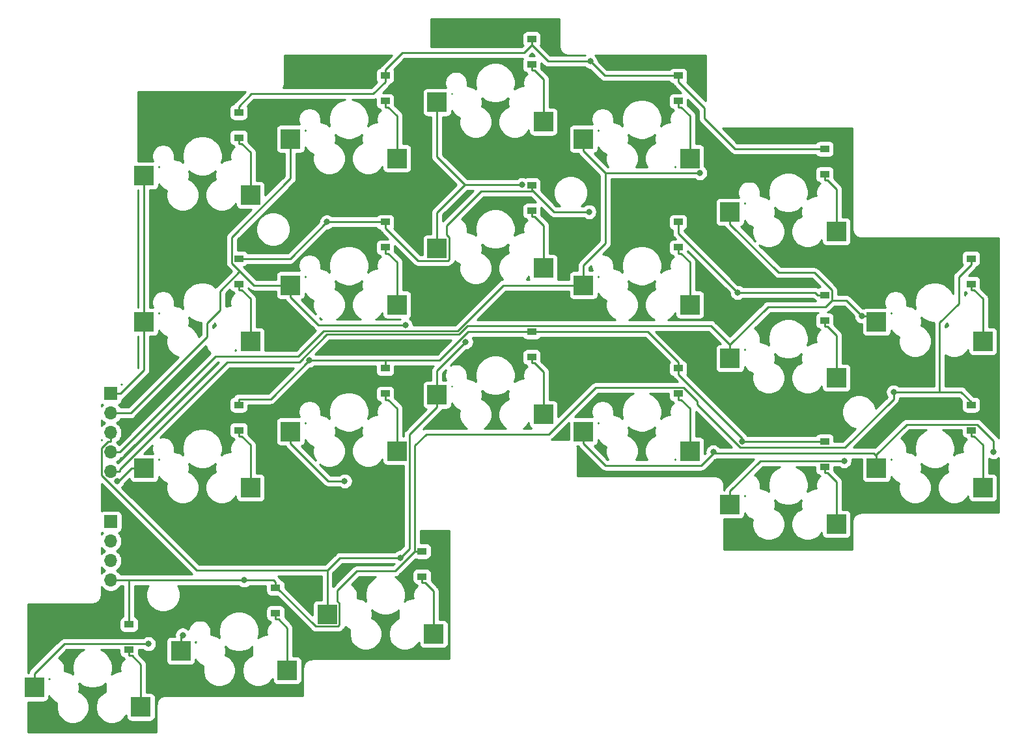
<source format=gtl>
G04 #@! TF.GenerationSoftware,KiCad,Pcbnew,5.1.10-88a1d61d58~88~ubuntu18.04.1*
G04 #@! TF.CreationDate,2021-07-26T22:38:52+03:00*
G04 #@! TF.ProjectId,pcb,7063622e-6b69-4636-9164-5f7063625858,rev?*
G04 #@! TF.SameCoordinates,Original*
G04 #@! TF.FileFunction,Copper,L1,Top*
G04 #@! TF.FilePolarity,Positive*
%FSLAX46Y46*%
G04 Gerber Fmt 4.6, Leading zero omitted, Abs format (unit mm)*
G04 Created by KiCad (PCBNEW 5.1.10-88a1d61d58~88~ubuntu18.04.1) date 2021-07-26 22:38:52*
%MOMM*%
%LPD*%
G01*
G04 APERTURE LIST*
G04 #@! TA.AperFunction,SMDPad,CuDef*
%ADD10R,2.550000X2.500000*%
G04 #@! TD*
G04 #@! TA.AperFunction,ComponentPad*
%ADD11O,1.700000X1.700000*%
G04 #@! TD*
G04 #@! TA.AperFunction,ComponentPad*
%ADD12R,1.700000X1.700000*%
G04 #@! TD*
G04 #@! TA.AperFunction,SMDPad,CuDef*
%ADD13R,1.200000X0.900000*%
G04 #@! TD*
G04 #@! TA.AperFunction,ViaPad*
%ADD14C,0.800000*%
G04 #@! TD*
G04 #@! TA.AperFunction,Conductor*
%ADD15C,0.250000*%
G04 #@! TD*
G04 #@! TA.AperFunction,NonConductor*
%ADD16C,0.254000*%
G04 #@! TD*
G04 #@! TA.AperFunction,NonConductor*
%ADD17C,0.100000*%
G04 #@! TD*
G04 APERTURE END LIST*
D10*
X101978000Y45085000D03*
X115828000Y42545000D03*
X82927500Y21272500D03*
X96777500Y18732500D03*
X82927500Y40322500D03*
X96777500Y37782500D03*
X82927500Y59372500D03*
X96777500Y56832500D03*
X101978000Y26035000D03*
X115828000Y23495000D03*
X63877500Y30797500D03*
X77727500Y28257500D03*
X63877500Y49847500D03*
X77727500Y47307500D03*
X63877500Y68897500D03*
X77727500Y66357500D03*
X30540000Y6985000D03*
X44390000Y4445000D03*
X44827500Y35560000D03*
X58677500Y33020000D03*
X44827500Y54610000D03*
X58677500Y52070000D03*
X44827500Y73660000D03*
X58677500Y71120000D03*
X11490000Y2222500D03*
X25340000Y-317500D03*
X25777500Y30797500D03*
X39627500Y28257500D03*
X25777500Y49847500D03*
X39627500Y47307500D03*
X25777500Y68897500D03*
X39627500Y66357500D03*
X-7560000Y-2540000D03*
X6290000Y-5080000D03*
X6727500Y26035000D03*
X20577500Y23495000D03*
X6727500Y45085000D03*
X20577500Y42545000D03*
X6727500Y64135000D03*
X20577500Y61595000D03*
D11*
X2381300Y11430000D03*
X2381300Y13970000D03*
X2381300Y16510000D03*
D12*
X2381300Y19050000D03*
D11*
X2381300Y25558800D03*
X2381300Y28098800D03*
X2381300Y30638800D03*
X2381300Y33178800D03*
D12*
X2381300Y35718800D03*
D13*
X114300000Y50006200D03*
X114300000Y53306200D03*
X95250000Y29493800D03*
X95250000Y26193800D03*
X95250000Y45243800D03*
X95250000Y48543800D03*
X95250000Y64293800D03*
X95250000Y67593800D03*
X114300000Y30956200D03*
X114300000Y34256200D03*
X76200000Y35718800D03*
X76200000Y39018800D03*
X76200000Y54768800D03*
X76200000Y58068800D03*
X76200000Y73818800D03*
X76200000Y77118800D03*
X42862500Y11906200D03*
X42862500Y15206200D03*
X57150000Y40481200D03*
X57150000Y43781200D03*
X57150000Y59531200D03*
X57150000Y62831200D03*
X57150000Y78581200D03*
X57150000Y81881200D03*
X23812500Y7143800D03*
X23812500Y10443800D03*
X38100000Y35718800D03*
X38100000Y39018800D03*
X38100000Y54768800D03*
X38100000Y58068800D03*
X38100000Y73818800D03*
X38100000Y77118800D03*
X4762500Y2381300D03*
X4762500Y5681300D03*
X19050000Y30956200D03*
X19050000Y34256200D03*
X19050000Y50006200D03*
X19050000Y53306200D03*
X19050000Y69056200D03*
X19050000Y72356200D03*
D14*
X64747200Y78993200D03*
X64592300Y59389000D03*
X83916300Y48895500D03*
X30496900Y58068800D03*
X28229500Y40088900D03*
X84499700Y29493800D03*
X19757000Y11451800D03*
X104202100Y35946000D03*
X97777700Y26969100D03*
X100101600Y45828600D03*
X117235000Y28136900D03*
X80762000Y28121300D03*
X78997500Y64463500D03*
X48560800Y42459100D03*
X55911800Y62931900D03*
X40049500Y14370200D03*
X11750500Y4288100D03*
X32817600Y24336300D03*
X40710700Y44632000D03*
X7293500Y3156700D03*
X3206300Y24329800D03*
D15*
X19050000Y69056200D02*
X19050000Y68280900D01*
X19050000Y68280900D02*
X19437600Y68280900D01*
X19437600Y68280900D02*
X20577500Y67141000D01*
X20577500Y67141000D02*
X20577500Y61595000D01*
X76200000Y77118800D02*
X76200000Y76343500D01*
X76200000Y76343500D02*
X79613600Y72929900D01*
X79613600Y72929900D02*
X79613600Y71537900D01*
X79613600Y71537900D02*
X83557700Y67593800D01*
X83557700Y67593800D02*
X95250000Y67593800D01*
X76200000Y77118800D02*
X66621600Y77118800D01*
X66621600Y77118800D02*
X64747200Y78993200D01*
X64747200Y78993200D02*
X59262700Y78993200D01*
X59262700Y78993200D02*
X57150000Y81105900D01*
X38100000Y77118800D02*
X38100000Y77894100D01*
X57150000Y81881200D02*
X57150000Y81105900D01*
X57150000Y81105900D02*
X56136200Y80092100D01*
X56136200Y80092100D02*
X40298000Y80092100D01*
X40298000Y80092100D02*
X38100000Y77894100D01*
X19050000Y72356200D02*
X19050000Y73131500D01*
X38100000Y77118800D02*
X38100000Y76343500D01*
X38100000Y76343500D02*
X36542600Y74786100D01*
X36542600Y74786100D02*
X20704600Y74786100D01*
X20704600Y74786100D02*
X19050000Y73131500D01*
X19050000Y50006200D02*
X19050000Y49230900D01*
X19050000Y49230900D02*
X19437600Y49230900D01*
X19437600Y49230900D02*
X20577500Y48091000D01*
X20577500Y48091000D02*
X20577500Y42545000D01*
X57150000Y62249800D02*
X60010800Y59389000D01*
X60010800Y59389000D02*
X64592300Y59389000D01*
X57150000Y62249800D02*
X57150000Y62055900D01*
X57150000Y62831200D02*
X57150000Y62249800D01*
X38100000Y58068800D02*
X38100000Y57293500D01*
X38100000Y57293500D02*
X42358900Y53034600D01*
X42358900Y53034600D02*
X46238600Y53034600D01*
X46238600Y53034600D02*
X46427900Y53223900D01*
X46427900Y53223900D02*
X46427900Y56053500D01*
X46427900Y56053500D02*
X46094600Y56386800D01*
X46094600Y56386800D02*
X46094600Y57604200D01*
X46094600Y57604200D02*
X50546300Y62055900D01*
X50546300Y62055900D02*
X57150000Y62055900D01*
X30496900Y58068800D02*
X38100000Y58068800D01*
X95250000Y48543800D02*
X94324700Y48543800D01*
X83916300Y48895500D02*
X93973000Y48895500D01*
X93973000Y48895500D02*
X94324700Y48543800D01*
X76200000Y58068800D02*
X76200000Y56611800D01*
X76200000Y56611800D02*
X83916300Y48895500D01*
X19050000Y53306200D02*
X25734300Y53306200D01*
X25734300Y53306200D02*
X30496900Y58068800D01*
X19050000Y30956200D02*
X19050000Y30180900D01*
X19050000Y30180900D02*
X19437600Y30180900D01*
X19437600Y30180900D02*
X20577500Y29041000D01*
X20577500Y29041000D02*
X20577500Y23495000D01*
X84499700Y29493800D02*
X84499700Y29943800D01*
X84499700Y29943800D02*
X76200000Y38243500D01*
X95250000Y29493800D02*
X84499700Y29493800D01*
X76200000Y39018800D02*
X76200000Y39794100D01*
X57150000Y43781200D02*
X72212900Y43781200D01*
X72212900Y43781200D02*
X76200000Y39794100D01*
X38100000Y40088900D02*
X45164600Y40088900D01*
X45164600Y40088900D02*
X48856900Y43781200D01*
X48856900Y43781200D02*
X57150000Y43781200D01*
X38100000Y40088900D02*
X28229500Y40088900D01*
X38100000Y39794100D02*
X38100000Y40088900D01*
X76200000Y39018800D02*
X76200000Y38243500D01*
X19050000Y35031500D02*
X23172100Y35031500D01*
X23172100Y35031500D02*
X28229500Y40088900D01*
X38100000Y39018800D02*
X38100000Y39794100D01*
X19050000Y34256200D02*
X19050000Y35031500D01*
X4762500Y2381300D02*
X4762500Y1606000D01*
X4762500Y1606000D02*
X5150100Y1606000D01*
X5150100Y1606000D02*
X6290000Y466100D01*
X6290000Y466100D02*
X6290000Y-5080000D01*
X23812500Y10637700D02*
X29040600Y5409600D01*
X29040600Y5409600D02*
X31949700Y5409600D01*
X31949700Y5409600D02*
X32140400Y5600300D01*
X32140400Y5600300D02*
X32140400Y8428400D01*
X32140400Y8428400D02*
X31843700Y8725100D01*
X31843700Y8725100D02*
X31843700Y10083800D01*
X31843700Y10083800D02*
X34375300Y12615400D01*
X34375300Y12615400D02*
X39346500Y12615400D01*
X39346500Y12615400D02*
X39346500Y12615500D01*
X39346500Y12615500D02*
X41937200Y15206200D01*
X23812500Y10637700D02*
X23812500Y11219100D01*
X23812500Y10443800D02*
X23812500Y10637700D01*
X41937200Y15206200D02*
X41937200Y28964800D01*
X41937200Y28964800D02*
X43417300Y30444900D01*
X43417300Y30444900D02*
X59403900Y30444900D01*
X59403900Y30444900D02*
X65472400Y36513400D01*
X65472400Y36513400D02*
X76923000Y36513400D01*
X76923000Y36513400D02*
X78668700Y34767700D01*
X78668700Y34767700D02*
X78668700Y34299000D01*
X78668700Y34299000D02*
X84249300Y28718400D01*
X84249300Y28718400D02*
X97902700Y28718400D01*
X97902700Y28718400D02*
X104202100Y35017800D01*
X104202100Y35017800D02*
X104202100Y35946000D01*
X19757000Y11451800D02*
X23579800Y11451800D01*
X23579800Y11451800D02*
X23812500Y11219100D01*
X4762500Y11430000D02*
X4784300Y11451800D01*
X4784300Y11451800D02*
X19757000Y11451800D01*
X42862500Y15206200D02*
X41937200Y15206200D01*
X110208300Y35946000D02*
X104202100Y35946000D01*
X4762500Y5681300D02*
X4762500Y11430000D01*
X4762500Y11430000D02*
X3556600Y11430000D01*
X110208300Y35946000D02*
X112997900Y35946000D01*
X112997900Y35946000D02*
X114300000Y34643900D01*
X110208300Y35946000D02*
X110208300Y44969200D01*
X110208300Y44969200D02*
X112695000Y47455900D01*
X112695000Y47455900D02*
X112695000Y50925900D01*
X112695000Y50925900D02*
X114300000Y52530900D01*
X114300000Y53306200D02*
X114300000Y52530900D01*
X2381300Y11430000D02*
X3556600Y11430000D01*
X114300000Y34256200D02*
X114300000Y34643900D01*
X38100000Y73818800D02*
X38100000Y73043500D01*
X38100000Y73043500D02*
X38487600Y73043500D01*
X38487600Y73043500D02*
X39627500Y71903600D01*
X39627500Y71903600D02*
X39627500Y66357500D01*
X38100000Y54768800D02*
X38100000Y53993500D01*
X38100000Y53993500D02*
X38487600Y53993500D01*
X38487600Y53993500D02*
X39627500Y52853600D01*
X39627500Y52853600D02*
X39627500Y47307500D01*
X38100000Y35718800D02*
X38100000Y34943500D01*
X38100000Y34943500D02*
X38487600Y34943500D01*
X38487600Y34943500D02*
X39627500Y33803600D01*
X39627500Y33803600D02*
X39627500Y28257500D01*
X23812500Y7143800D02*
X23812500Y6368500D01*
X23812500Y6368500D02*
X24200100Y6368500D01*
X24200100Y6368500D02*
X25340000Y5228600D01*
X25340000Y5228600D02*
X25340000Y-317500D01*
X57150000Y78581200D02*
X57150000Y77805900D01*
X57150000Y77805900D02*
X57537600Y77805900D01*
X57537600Y77805900D02*
X58677500Y76666000D01*
X58677500Y76666000D02*
X58677500Y71120000D01*
X57150000Y59531200D02*
X57150000Y58755900D01*
X57150000Y58755900D02*
X57537600Y58755900D01*
X57537600Y58755900D02*
X58677500Y57616000D01*
X58677500Y57616000D02*
X58677500Y52070000D01*
X57150000Y40481200D02*
X57150000Y39705900D01*
X57150000Y39705900D02*
X57537600Y39705900D01*
X57537600Y39705900D02*
X58677500Y38566000D01*
X58677500Y38566000D02*
X58677500Y33020000D01*
X42862500Y11906200D02*
X42862500Y11130900D01*
X42862500Y11130900D02*
X43250100Y11130900D01*
X43250100Y11130900D02*
X44390000Y9991000D01*
X44390000Y9991000D02*
X44390000Y4445000D01*
X76200000Y73818800D02*
X76200000Y73043500D01*
X76200000Y73043500D02*
X76587600Y73043500D01*
X76587600Y73043500D02*
X77727500Y71903600D01*
X77727500Y71903600D02*
X77727500Y66357500D01*
X76200000Y54768800D02*
X76200000Y53993500D01*
X76200000Y53993500D02*
X76587600Y53993500D01*
X76587600Y53993500D02*
X77727500Y52853600D01*
X77727500Y52853600D02*
X77727500Y47307500D01*
X76200000Y35718800D02*
X76200000Y34943500D01*
X76200000Y34943500D02*
X76587600Y34943500D01*
X76587600Y34943500D02*
X77727500Y33803600D01*
X77727500Y33803600D02*
X77727500Y28257500D01*
X114300000Y30956200D02*
X114300000Y30180900D01*
X114300000Y30180900D02*
X114687600Y30180900D01*
X114687600Y30180900D02*
X115828000Y29040500D01*
X115828000Y29040500D02*
X115828000Y23495000D01*
X95250000Y64293800D02*
X95250000Y63518500D01*
X95250000Y63518500D02*
X95637600Y63518500D01*
X95637600Y63518500D02*
X96777500Y62378600D01*
X96777500Y62378600D02*
X96777500Y56832500D01*
X95250000Y45243800D02*
X95250000Y44468500D01*
X95250000Y44468500D02*
X95637600Y44468500D01*
X95637600Y44468500D02*
X96777500Y43328600D01*
X96777500Y43328600D02*
X96777500Y37782500D01*
X95250000Y26193800D02*
X95250000Y25418500D01*
X95250000Y25418500D02*
X95637600Y25418500D01*
X95637600Y25418500D02*
X96777500Y24278600D01*
X96777500Y24278600D02*
X96777500Y18732500D01*
X114300000Y50006200D02*
X114300000Y49230900D01*
X114300000Y49230900D02*
X114687600Y49230900D01*
X114687600Y49230900D02*
X115828000Y48090500D01*
X115828000Y48090500D02*
X115828000Y42545000D01*
X82927500Y42096100D02*
X80430100Y44593500D01*
X80430100Y44593500D02*
X48825200Y44593500D01*
X48825200Y44593500D02*
X47688000Y43456300D01*
X47688000Y43456300D02*
X30518900Y43456300D01*
X30518900Y43456300D02*
X26919500Y39856900D01*
X26919500Y39856900D02*
X17560900Y39856900D01*
X17560900Y39856900D02*
X3556600Y25852600D01*
X3556600Y25852600D02*
X3556600Y25558800D01*
X82927500Y42096100D02*
X87883600Y47052200D01*
X87883600Y47052200D02*
X95389600Y47052200D01*
X95389600Y47052200D02*
X96180600Y47843200D01*
X82927500Y40322500D02*
X82927500Y42096100D01*
X2381300Y25558800D02*
X3556600Y25558800D01*
X82927500Y21272500D02*
X82927500Y23019300D01*
X82927500Y23019300D02*
X86877300Y26969100D01*
X86877300Y26969100D02*
X97777700Y26969100D01*
X96180600Y47843200D02*
X96180600Y49185000D01*
X96180600Y49185000D02*
X93900700Y51464900D01*
X93900700Y51464900D02*
X89259800Y51464900D01*
X89259800Y51464900D02*
X82927500Y57797200D01*
X96180600Y47843200D02*
X98087000Y47843200D01*
X98087000Y47843200D02*
X100101600Y45828600D01*
X82927500Y59372500D02*
X82927500Y57797200D01*
X101978000Y45828600D02*
X100101600Y45828600D01*
X101978000Y45085000D02*
X101978000Y45828600D01*
X63877500Y49847500D02*
X63877500Y52462400D01*
X63877500Y52462400D02*
X66736200Y55321100D01*
X66736200Y55321100D02*
X66736200Y64463500D01*
X63877500Y49847500D02*
X53442300Y49847500D01*
X53442300Y49847500D02*
X47501400Y43906600D01*
X47501400Y43906600D02*
X30107400Y43906600D01*
X30107400Y43906600D02*
X26789800Y40589000D01*
X26789800Y40589000D02*
X16046800Y40589000D01*
X16046800Y40589000D02*
X3556600Y28098800D01*
X2381300Y28098800D02*
X3556600Y28098800D01*
X66736200Y64463500D02*
X78997500Y64463500D01*
X63877500Y67322200D02*
X66736200Y64463500D01*
X101891000Y27697300D02*
X101978000Y27610300D01*
X80762000Y27958300D02*
X101630000Y27958300D01*
X101630000Y27958300D02*
X101891000Y27697300D01*
X101891000Y27697300D02*
X105925300Y31731600D01*
X105925300Y31731600D02*
X115060500Y31731600D01*
X115060500Y31731600D02*
X117235000Y29557100D01*
X117235000Y29557100D02*
X117235000Y28136900D01*
X101978000Y26035000D02*
X101978000Y27610300D01*
X80762000Y27958300D02*
X80762000Y28121300D01*
X63877500Y29222200D02*
X66706400Y26393300D01*
X66706400Y26393300D02*
X79197000Y26393300D01*
X79197000Y26393300D02*
X80762000Y27958300D01*
X63877500Y30797500D02*
X63877500Y29222200D01*
X63877500Y68897500D02*
X63877500Y67322200D01*
X44827500Y35560000D02*
X44827500Y38725800D01*
X44827500Y38725800D02*
X48560800Y42459100D01*
X48429400Y62931900D02*
X44827500Y59330000D01*
X44827500Y59330000D02*
X44827500Y54610000D01*
X48429400Y62931900D02*
X44827500Y66533800D01*
X44827500Y66533800D02*
X44827500Y73660000D01*
X55911800Y62931900D02*
X48429400Y62931900D01*
X40049500Y14370200D02*
X41227900Y15548600D01*
X41227900Y15548600D02*
X41227900Y30385100D01*
X41227900Y30385100D02*
X44827500Y33984700D01*
X40049500Y14370200D02*
X32219400Y14370200D01*
X32219400Y14370200D02*
X30540000Y12690800D01*
X44827500Y35560000D02*
X44827500Y33984700D01*
X30540000Y12690800D02*
X13566100Y12690800D01*
X13566100Y12690800D02*
X1206000Y25050900D01*
X1206000Y25050900D02*
X1206000Y28655600D01*
X1206000Y28655600D02*
X2013900Y29463500D01*
X2013900Y29463500D02*
X2381300Y29463500D01*
X30540000Y12690800D02*
X30540000Y8560300D01*
X2381300Y30638800D02*
X2381300Y29463500D01*
X30540000Y6985000D02*
X30540000Y8560300D01*
X11750500Y4288100D02*
X11490000Y4027600D01*
X11490000Y4027600D02*
X11490000Y2222500D01*
X25777500Y30797500D02*
X25777500Y29222200D01*
X32817600Y24336300D02*
X30663400Y24336300D01*
X30663400Y24336300D02*
X25777500Y29222200D01*
X25777500Y48272200D02*
X29417700Y44632000D01*
X29417700Y44632000D02*
X40710700Y44632000D01*
X2381300Y33178800D02*
X4970000Y33178800D01*
X4970000Y33178800D02*
X14877600Y43086400D01*
X14877600Y43086400D02*
X14877600Y44889000D01*
X14877600Y44889000D02*
X16621900Y46633300D01*
X16621900Y46633300D02*
X16621900Y49088200D01*
X16621900Y49088200D02*
X19189700Y51656000D01*
X25777500Y49847500D02*
X25777500Y48272200D01*
X19189700Y51656000D02*
X20998200Y49847500D01*
X20998200Y49847500D02*
X25777500Y49847500D01*
X25777500Y68897500D02*
X25777500Y63749700D01*
X25777500Y63749700D02*
X18124600Y56096800D01*
X18124600Y56096800D02*
X18124600Y52721100D01*
X18124600Y52721100D02*
X19189700Y51656000D01*
X5127200Y26035000D02*
X3422000Y24329800D01*
X3422000Y24329800D02*
X3206300Y24329800D01*
X-7560000Y-2540000D02*
X-7560000Y-742400D01*
X-7560000Y-742400D02*
X-3660900Y3156700D01*
X-3660900Y3156700D02*
X7293500Y3156700D01*
X6727500Y26035000D02*
X5127200Y26035000D01*
X6727500Y45085000D02*
X6727500Y64135000D01*
X2381300Y35718800D02*
X3648800Y35718800D01*
X3648800Y35718800D02*
X6727500Y38797500D01*
X6727500Y38797500D02*
X6727500Y45085000D01*
D16*
X42703669Y17887104D02*
X42707480Y17886865D01*
X42711251Y17886299D01*
X42733093Y17885190D01*
X42777978Y17881151D01*
X42785553Y17881962D01*
X42785659Y17881955D01*
X42805508Y17880000D01*
X42816787Y17880000D01*
X42828029Y17879294D01*
X42847933Y17880000D01*
X46455001Y17880000D01*
X46455000Y1170019D01*
X28566316Y1170003D01*
X28550943Y1170769D01*
X28535123Y1170003D01*
X28527350Y1170003D01*
X28519990Y1170033D01*
X28519672Y1170003D01*
X28519308Y1170003D01*
X28510959Y1169181D01*
X28503392Y1168467D01*
X28486734Y1167660D01*
X28472356Y1165538D01*
X28436026Y1162109D01*
X28418535Y1162865D01*
X28382558Y1157311D01*
X28373730Y1156600D01*
X28369433Y1155824D01*
X28365083Y1155414D01*
X28345212Y1151546D01*
X28325892Y1148563D01*
X28318082Y1146558D01*
X28310137Y1145124D01*
X28305583Y1143831D01*
X28273069Y1137501D01*
X28263397Y1133541D01*
X28238555Y1126428D01*
X28226842Y1123864D01*
X28216005Y1120349D01*
X28204968Y1117515D01*
X28195957Y1114231D01*
X28186713Y1111584D01*
X28176428Y1107511D01*
X28165902Y1104097D01*
X28154565Y1099145D01*
X28144244Y1095383D01*
X28139506Y1094381D01*
X28128183Y1089530D01*
X28116894Y1085415D01*
X28112856Y1082962D01*
X28103740Y1079056D01*
X28093333Y1075391D01*
X28082271Y1070226D01*
X28070911Y1065728D01*
X28062338Y1061317D01*
X28053341Y1057462D01*
X28044430Y1052559D01*
X28035206Y1048253D01*
X28023723Y1041448D01*
X28013141Y1036003D01*
X28008979Y1034561D01*
X27999175Y1028817D01*
X27987556Y1022839D01*
X27983591Y1019687D01*
X27972591Y1013243D01*
X27958411Y1005917D01*
X27951445Y1001402D01*
X27944183Y997407D01*
X27936115Y991874D01*
X27928096Y987176D01*
X27916497Y978752D01*
X27904460Y970951D01*
X27897424Y965339D01*
X27891077Y960987D01*
X27886471Y958706D01*
X27876035Y950671D01*
X27866875Y944389D01*
X27863847Y941287D01*
X27859290Y937778D01*
X27854727Y934828D01*
X27841250Y924105D01*
X27827319Y913987D01*
X27820351Y907798D01*
X27812195Y901518D01*
X27808494Y898040D01*
X27804511Y894871D01*
X27790562Y881337D01*
X27778875Y870956D01*
X27774700Y868188D01*
X27765702Y859255D01*
X27757234Y851733D01*
X27754533Y848166D01*
X27747279Y840965D01*
X27739493Y834221D01*
X27730617Y824861D01*
X27721233Y816043D01*
X27715037Y808954D01*
X27708176Y802143D01*
X27702067Y794754D01*
X27695466Y787793D01*
X27686859Y776718D01*
X27678580Y767247D01*
X27674540Y763760D01*
X27666331Y753234D01*
X27659539Y745464D01*
X27657482Y741888D01*
X27656328Y740408D01*
X27656154Y740225D01*
X27642694Y722940D01*
X27628725Y706044D01*
X27623648Y698505D01*
X27616891Y689841D01*
X27616768Y689647D01*
X27616625Y689463D01*
X27602463Y667047D01*
X27592784Y652674D01*
X27589301Y648815D01*
X27582442Y637317D01*
X27576363Y628290D01*
X27574732Y624392D01*
X27562516Y603913D01*
X27550432Y584818D01*
X27547114Y578221D01*
X27542213Y570063D01*
X27541788Y569166D01*
X27541277Y568310D01*
X27528970Y542147D01*
X27521906Y528104D01*
X27519110Y524100D01*
X27513771Y511928D01*
X27508311Y501073D01*
X27507122Y496770D01*
X27502993Y487359D01*
X27502047Y485363D01*
X27501952Y484984D01*
X27500696Y482120D01*
X27490173Y460185D01*
X27489346Y457912D01*
X27488323Y455738D01*
X27484906Y446124D01*
X27481454Y438255D01*
X27475122Y418836D01*
X27468135Y399641D01*
X27467493Y397137D01*
X27466515Y394384D01*
X27464290Y390137D01*
X27460848Y378441D01*
X27456927Y367410D01*
X27456261Y362854D01*
X27452748Y350918D01*
X27447847Y337205D01*
X27445682Y328551D01*
X27442914Y320061D01*
X27440663Y309853D01*
X27437825Y300209D01*
X27435382Y287373D01*
X27432209Y274686D01*
X27430781Y265035D01*
X27428662Y255426D01*
X27427098Y251234D01*
X27425321Y240272D01*
X27422729Y228519D01*
X27422629Y223671D01*
X27421706Y217979D01*
X27420461Y212977D01*
X27417883Y195412D01*
X27414563Y177965D01*
X27413744Y168878D01*
X27412094Y158701D01*
X27411795Y153934D01*
X27411102Y149210D01*
X27410128Y128749D01*
X27406150Y84603D01*
X27406970Y76928D01*
X27406951Y76621D01*
X27405000Y56811D01*
X27405000Y45483D01*
X27404293Y34199D01*
X27405000Y14345D01*
X27405000Y-6564D01*
X27405001Y-6574D01*
X27405000Y-3592480D01*
X9516485Y-3592491D01*
X9501282Y-3591725D01*
X9485281Y-3592491D01*
X9477850Y-3592491D01*
X9469999Y-3592459D01*
X9469660Y-3592491D01*
X9469298Y-3592491D01*
X9460997Y-3593309D01*
X9453579Y-3594009D01*
X9437090Y-3594798D01*
X9422537Y-3596938D01*
X9385954Y-3600391D01*
X9368453Y-3599636D01*
X9332379Y-3605208D01*
X9323389Y-3605937D01*
X9319254Y-3606685D01*
X9315073Y-3607080D01*
X9295141Y-3610960D01*
X9275812Y-3613946D01*
X9267869Y-3615986D01*
X9259793Y-3617448D01*
X9255412Y-3618695D01*
X9223059Y-3624993D01*
X9213494Y-3628910D01*
X9190304Y-3635555D01*
X9180928Y-3637542D01*
X9168042Y-3641628D01*
X9154929Y-3644996D01*
X9146015Y-3648246D01*
X9136568Y-3650953D01*
X9128302Y-3654228D01*
X9119822Y-3656917D01*
X9106178Y-3662770D01*
X9094382Y-3667070D01*
X9089682Y-3668063D01*
X9078336Y-3672920D01*
X9066858Y-3677105D01*
X9062794Y-3679574D01*
X9054079Y-3683305D01*
X9043844Y-3686900D01*
X9032457Y-3692205D01*
X9020801Y-3696823D01*
X9012393Y-3701151D01*
X9003506Y-3704956D01*
X8994748Y-3709771D01*
X8985685Y-3713993D01*
X8973848Y-3720994D01*
X8963244Y-3726453D01*
X8958820Y-3727987D01*
X8948394Y-3734097D01*
X8937455Y-3739729D01*
X8933723Y-3742696D01*
X8923469Y-3748706D01*
X8910771Y-3755197D01*
X8902707Y-3760374D01*
X8894309Y-3764991D01*
X8886192Y-3770555D01*
X8877945Y-3775388D01*
X8867507Y-3782972D01*
X8856654Y-3789939D01*
X8848461Y-3796415D01*
X8841001Y-3801528D01*
X8836618Y-3803697D01*
X8826687Y-3811339D01*
X8816986Y-3817988D01*
X8813779Y-3821272D01*
X8807327Y-3826237D01*
X8800158Y-3830962D01*
X8788910Y-3840075D01*
X8777196Y-3848586D01*
X8770173Y-3854827D01*
X8762326Y-3860865D01*
X8756516Y-3866321D01*
X8750317Y-3871344D01*
X8738924Y-3882595D01*
X8728951Y-3891456D01*
X8724788Y-3894215D01*
X8715718Y-3903215D01*
X8707123Y-3910853D01*
X8704410Y-3914436D01*
X8697315Y-3921477D01*
X8689463Y-3928278D01*
X8680651Y-3937571D01*
X8671322Y-3946332D01*
X8665105Y-3953440D01*
X8658248Y-3960245D01*
X8652094Y-3967685D01*
X8645436Y-3974706D01*
X8636891Y-3985701D01*
X8628609Y-3995170D01*
X8625109Y-3998184D01*
X8617822Y-4007504D01*
X8609610Y-4016894D01*
X8607181Y-4021115D01*
X8600094Y-4030179D01*
X8591055Y-4040429D01*
X8585175Y-4048586D01*
X8578766Y-4056335D01*
X8573290Y-4064463D01*
X8567371Y-4072033D01*
X8560720Y-4082516D01*
X8553468Y-4092577D01*
X8547961Y-4102054D01*
X8542464Y-4110214D01*
X8539336Y-4113679D01*
X8533213Y-4123944D01*
X8526385Y-4134077D01*
X8524542Y-4138479D01*
X8520019Y-4146060D01*
X8514176Y-4154480D01*
X8507789Y-4165940D01*
X8500759Y-4177019D01*
X8496421Y-4185618D01*
X8491311Y-4194184D01*
X8487335Y-4202636D01*
X8482784Y-4210801D01*
X8476943Y-4224229D01*
X8471516Y-4234986D01*
X8468729Y-4238985D01*
X8463711Y-4250458D01*
X8458537Y-4260714D01*
X8457340Y-4265023D01*
X8453933Y-4272814D01*
X8449664Y-4280933D01*
X8444356Y-4293998D01*
X8438356Y-4306753D01*
X8435178Y-4315695D01*
X8431164Y-4324871D01*
X8428569Y-4332859D01*
X8425404Y-4340649D01*
X8420915Y-4355818D01*
X8416634Y-4367862D01*
X8414376Y-4372169D01*
X8410854Y-4384122D01*
X8406959Y-4395080D01*
X8406302Y-4399570D01*
X8403136Y-4410318D01*
X8398718Y-4422502D01*
X8396068Y-4432895D01*
X8392758Y-4443082D01*
X8390646Y-4452707D01*
X8387882Y-4462089D01*
X8385689Y-4473596D01*
X8382793Y-4484951D01*
X8381011Y-4496626D01*
X8378769Y-4506841D01*
X8377155Y-4511166D01*
X8375263Y-4522824D01*
X8372669Y-4534646D01*
X8372576Y-4539375D01*
X8370875Y-4549853D01*
X8368161Y-4561750D01*
X8366721Y-4573101D01*
X8364581Y-4584330D01*
X8363702Y-4594046D01*
X8362136Y-4603696D01*
X8361444Y-4614714D01*
X8360052Y-4625688D01*
X8359698Y-4638319D01*
X8356138Y-4677689D01*
X8356705Y-4683005D01*
X8356257Y-4686470D01*
X8355935Y-4697093D01*
X8354991Y-4706678D01*
X8354991Y-4717422D01*
X8354314Y-4728198D01*
X8354680Y-4738511D01*
X8354337Y-4749814D01*
X8354991Y-4759434D01*
X8354990Y-8354970D01*
X-8354970Y-8354991D01*
X-8354975Y-4428072D01*
X-6285000Y-4428072D01*
X-6160518Y-4415812D01*
X-6040820Y-4379502D01*
X-5930506Y-4320537D01*
X-5833815Y-4241185D01*
X-5754463Y-4144494D01*
X-5695498Y-4034180D01*
X-5659188Y-3914482D01*
X-5646928Y-3790000D01*
X-5646928Y-3633741D01*
X-5468363Y-3900983D01*
X-5170983Y-4198363D01*
X-4821302Y-4432012D01*
X-4605698Y-4521318D01*
X-4675000Y-4869721D01*
X-4675000Y-5290279D01*
X-4592953Y-5702756D01*
X-4432012Y-6091302D01*
X-4198363Y-6440983D01*
X-3900983Y-6738363D01*
X-3551302Y-6972012D01*
X-3162756Y-7132953D01*
X-2750279Y-7215000D01*
X-2329721Y-7215000D01*
X-1917244Y-7132953D01*
X-1528698Y-6972012D01*
X-1179017Y-6738363D01*
X-881637Y-6440983D01*
X-647988Y-6091302D01*
X-487047Y-5702756D01*
X-405000Y-5290279D01*
X-405000Y-4869721D01*
X-487047Y-4457244D01*
X-647988Y-4068698D01*
X-881637Y-3719017D01*
X-1179017Y-3421637D01*
X-1528698Y-3187988D01*
X-1744302Y-3098682D01*
X-1675000Y-2750279D01*
X-1675000Y-2329721D01*
X-1746237Y-1971589D01*
X-1675826Y-2042000D01*
X-1245251Y-2329701D01*
X-766822Y-2527873D01*
X-258924Y-2628900D01*
X258924Y-2628900D01*
X766822Y-2527873D01*
X1245251Y-2329701D01*
X1675826Y-2042000D01*
X1746237Y-1971589D01*
X1675000Y-2329721D01*
X1675000Y-2750279D01*
X1744302Y-3098682D01*
X1528698Y-3187988D01*
X1179017Y-3421637D01*
X881637Y-3719017D01*
X647988Y-4068698D01*
X487047Y-4457244D01*
X405000Y-4869721D01*
X405000Y-5290279D01*
X487047Y-5702756D01*
X647988Y-6091302D01*
X881637Y-6440983D01*
X1179017Y-6738363D01*
X1528698Y-6972012D01*
X1917244Y-7132953D01*
X2329721Y-7215000D01*
X2750279Y-7215000D01*
X3162756Y-7132953D01*
X3551302Y-6972012D01*
X3900983Y-6738363D01*
X4198363Y-6440983D01*
X4376928Y-6173741D01*
X4376928Y-6330000D01*
X4389188Y-6454482D01*
X4425498Y-6574180D01*
X4484463Y-6684494D01*
X4563815Y-6781185D01*
X4660506Y-6860537D01*
X4770820Y-6919502D01*
X4890518Y-6955812D01*
X5015000Y-6968072D01*
X7565000Y-6968072D01*
X7689482Y-6955812D01*
X7809180Y-6919502D01*
X7919494Y-6860537D01*
X8016185Y-6781185D01*
X8095537Y-6684494D01*
X8154502Y-6574180D01*
X8190812Y-6454482D01*
X8203072Y-6330000D01*
X8203072Y-3830000D01*
X8190812Y-3705518D01*
X8154502Y-3585820D01*
X8095537Y-3475506D01*
X8016185Y-3378815D01*
X7919494Y-3299463D01*
X7809180Y-3240498D01*
X7689482Y-3204188D01*
X7565000Y-3191928D01*
X7050000Y-3191928D01*
X7050000Y428778D01*
X7053676Y466101D01*
X7050000Y503424D01*
X7050000Y503433D01*
X7039003Y615086D01*
X6995546Y758347D01*
X6974817Y797128D01*
X6924974Y890377D01*
X6853799Y977103D01*
X6830001Y1006101D01*
X6801004Y1029898D01*
X5991519Y1839382D01*
X6000572Y1931300D01*
X6000572Y2396700D01*
X6589789Y2396700D01*
X6633726Y2352763D01*
X6803244Y2239495D01*
X6991602Y2161474D01*
X7191561Y2121700D01*
X7395439Y2121700D01*
X7595398Y2161474D01*
X7783756Y2239495D01*
X7953274Y2352763D01*
X8097437Y2496926D01*
X8210705Y2666444D01*
X8288726Y2854802D01*
X8328500Y3054761D01*
X8328500Y3258639D01*
X8288726Y3458598D01*
X8282968Y3472500D01*
X9576928Y3472500D01*
X9576928Y972500D01*
X9589188Y848018D01*
X9625498Y728320D01*
X9684463Y618006D01*
X9763815Y521315D01*
X9860506Y441963D01*
X9970820Y382998D01*
X10090518Y346688D01*
X10215000Y334428D01*
X12765000Y334428D01*
X12889482Y346688D01*
X13009180Y382998D01*
X13119494Y441963D01*
X13216185Y521315D01*
X13295537Y618006D01*
X13354502Y728320D01*
X13390812Y848018D01*
X13403072Y972500D01*
X13403072Y1128759D01*
X13581637Y861517D01*
X13879017Y564137D01*
X14228698Y330488D01*
X14444302Y241182D01*
X14375000Y-107221D01*
X14375000Y-527779D01*
X14457047Y-940256D01*
X14617988Y-1328802D01*
X14851637Y-1678483D01*
X15149017Y-1975863D01*
X15498698Y-2209512D01*
X15887244Y-2370453D01*
X16299721Y-2452500D01*
X16720279Y-2452500D01*
X17132756Y-2370453D01*
X17521302Y-2209512D01*
X17870983Y-1975863D01*
X18168363Y-1678483D01*
X18402012Y-1328802D01*
X18562953Y-940256D01*
X18645000Y-527779D01*
X18645000Y-107221D01*
X18562953Y305256D01*
X18402012Y693802D01*
X18168363Y1043483D01*
X17870983Y1340863D01*
X17521302Y1574512D01*
X17305698Y1663818D01*
X17375000Y2012221D01*
X17375000Y2432779D01*
X17303763Y2790911D01*
X17374174Y2720500D01*
X17804749Y2432799D01*
X18283178Y2234627D01*
X18791076Y2133600D01*
X19308924Y2133600D01*
X19816822Y2234627D01*
X20295251Y2432799D01*
X20725826Y2720500D01*
X20796237Y2790911D01*
X20725000Y2432779D01*
X20725000Y2012221D01*
X20794302Y1663818D01*
X20578698Y1574512D01*
X20229017Y1340863D01*
X19931637Y1043483D01*
X19697988Y693802D01*
X19537047Y305256D01*
X19455000Y-107221D01*
X19455000Y-527779D01*
X19537047Y-940256D01*
X19697988Y-1328802D01*
X19931637Y-1678483D01*
X20229017Y-1975863D01*
X20578698Y-2209512D01*
X20967244Y-2370453D01*
X21379721Y-2452500D01*
X21800279Y-2452500D01*
X22212756Y-2370453D01*
X22601302Y-2209512D01*
X22950983Y-1975863D01*
X23248363Y-1678483D01*
X23426928Y-1411241D01*
X23426928Y-1567500D01*
X23439188Y-1691982D01*
X23475498Y-1811680D01*
X23534463Y-1921994D01*
X23613815Y-2018685D01*
X23710506Y-2098037D01*
X23820820Y-2157002D01*
X23940518Y-2193312D01*
X24065000Y-2205572D01*
X26615000Y-2205572D01*
X26739482Y-2193312D01*
X26859180Y-2157002D01*
X26969494Y-2098037D01*
X27066185Y-2018685D01*
X27145537Y-1921994D01*
X27204502Y-1811680D01*
X27240812Y-1691982D01*
X27253072Y-1567500D01*
X27253072Y932500D01*
X27240812Y1056982D01*
X27204502Y1176680D01*
X27145537Y1286994D01*
X27066185Y1383685D01*
X26969494Y1463037D01*
X26859180Y1522002D01*
X26739482Y1558312D01*
X26615000Y1570572D01*
X26100000Y1570572D01*
X26100000Y5191278D01*
X26103676Y5228601D01*
X26100000Y5265924D01*
X26100000Y5265933D01*
X26089003Y5377586D01*
X26045546Y5520847D01*
X26003077Y5600300D01*
X25974974Y5652877D01*
X25903799Y5739603D01*
X25880001Y5768601D01*
X25851004Y5792398D01*
X25041519Y6601882D01*
X25050572Y6693800D01*
X25050572Y7593800D01*
X25038312Y7718282D01*
X25002002Y7837980D01*
X24943037Y7948294D01*
X24863685Y8044985D01*
X24766994Y8124337D01*
X24656680Y8183302D01*
X24536982Y8219612D01*
X24412500Y8231872D01*
X23212500Y8231872D01*
X23088018Y8219612D01*
X22968320Y8183302D01*
X22858006Y8124337D01*
X22761315Y8044985D01*
X22681963Y7948294D01*
X22622998Y7837980D01*
X22586688Y7718282D01*
X22574428Y7593800D01*
X22574428Y6693800D01*
X22586688Y6569318D01*
X22622998Y6449620D01*
X22681963Y6339306D01*
X22761315Y6242615D01*
X22858006Y6163263D01*
X22968320Y6104298D01*
X23088018Y6067988D01*
X23112670Y6065560D01*
X23177526Y5944224D01*
X23193994Y5924158D01*
X23182794Y5916674D01*
X22975826Y5709706D01*
X22813212Y5466338D01*
X22701202Y5195921D01*
X22644100Y4908848D01*
X22644100Y4616152D01*
X22695549Y4357500D01*
X22649721Y4357500D01*
X22237244Y4275453D01*
X21848698Y4114512D01*
X21542292Y3909779D01*
X21577873Y3995678D01*
X21678900Y4503576D01*
X21678900Y5021424D01*
X21577873Y5529322D01*
X21379701Y6007751D01*
X21092000Y6438326D01*
X20725826Y6804500D01*
X20295251Y7092201D01*
X19816822Y7290373D01*
X19308924Y7391400D01*
X18791076Y7391400D01*
X18283178Y7290373D01*
X17804749Y7092201D01*
X17374174Y6804500D01*
X17008000Y6438326D01*
X16720299Y6007751D01*
X16522127Y5529322D01*
X16421100Y5021424D01*
X16421100Y4503576D01*
X16522127Y3995678D01*
X16557708Y3909779D01*
X16251302Y4114512D01*
X15862756Y4275453D01*
X15450279Y4357500D01*
X15404451Y4357500D01*
X15455900Y4616152D01*
X15455900Y4908848D01*
X15398798Y5195921D01*
X15286788Y5466338D01*
X15124174Y5709706D01*
X14917206Y5916674D01*
X14673838Y6079288D01*
X14403421Y6191298D01*
X14116348Y6248400D01*
X13823652Y6248400D01*
X13536579Y6191298D01*
X13266162Y6079288D01*
X13022794Y5916674D01*
X12815826Y5709706D01*
X12653212Y5466338D01*
X12541202Y5195921D01*
X12502244Y5000067D01*
X12410274Y5092037D01*
X12240756Y5205305D01*
X12052398Y5283326D01*
X11852439Y5323100D01*
X11648561Y5323100D01*
X11448602Y5283326D01*
X11260244Y5205305D01*
X11090726Y5092037D01*
X10946563Y4947874D01*
X10833295Y4778356D01*
X10755274Y4589998D01*
X10715500Y4390039D01*
X10715500Y4186161D01*
X10730535Y4110572D01*
X10215000Y4110572D01*
X10090518Y4098312D01*
X9970820Y4062002D01*
X9860506Y4003037D01*
X9763815Y3923685D01*
X9684463Y3826994D01*
X9625498Y3716680D01*
X9589188Y3596982D01*
X9576928Y3472500D01*
X8282968Y3472500D01*
X8210705Y3646956D01*
X8097437Y3816474D01*
X7953274Y3960637D01*
X7783756Y4073905D01*
X7595398Y4151926D01*
X7395439Y4191700D01*
X7191561Y4191700D01*
X6991602Y4151926D01*
X6803244Y4073905D01*
X6633726Y3960637D01*
X6589789Y3916700D01*
X-3623578Y3916700D01*
X-3660901Y3920376D01*
X-3698224Y3916700D01*
X-3698233Y3916700D01*
X-3809886Y3905703D01*
X-3947942Y3863825D01*
X-3953147Y3862246D01*
X-4085177Y3791674D01*
X-4153802Y3735354D01*
X-4200901Y3696701D01*
X-4224699Y3667703D01*
X-8071002Y-178601D01*
X-8100000Y-202399D01*
X-8123798Y-231397D01*
X-8123799Y-231398D01*
X-8194974Y-318124D01*
X-8265546Y-450154D01*
X-8309002Y-593415D01*
X-8314765Y-651928D01*
X-8354980Y-651928D01*
X-8354991Y8354970D01*
X8538Y8354991D01*
X23762Y8354225D01*
X39735Y8354991D01*
X47144Y8354991D01*
X54991Y8354959D01*
X55330Y8354991D01*
X55698Y8354991D01*
X64134Y8355822D01*
X71439Y8356511D01*
X87950Y8357303D01*
X102475Y8359440D01*
X139039Y8362891D01*
X156550Y8362136D01*
X192579Y8367702D01*
X201503Y8368424D01*
X205687Y8369181D01*
X209919Y8369580D01*
X229845Y8373459D01*
X249192Y8376448D01*
X257079Y8378474D01*
X265103Y8379925D01*
X269540Y8381187D01*
X301933Y8387493D01*
X311485Y8391404D01*
X334345Y8397955D01*
X343308Y8399843D01*
X356580Y8404033D01*
X370071Y8407499D01*
X378956Y8410738D01*
X388429Y8413453D01*
X396337Y8416586D01*
X404444Y8419146D01*
X418516Y8425162D01*
X430588Y8429563D01*
X435284Y8430555D01*
X446633Y8435413D01*
X458141Y8439609D01*
X462210Y8442081D01*
X471401Y8446016D01*
X482277Y8449859D01*
X493102Y8454927D01*
X504197Y8459323D01*
X512633Y8463666D01*
X521461Y8467445D01*
X530762Y8472558D01*
X540378Y8477060D01*
X551603Y8483728D01*
X561772Y8488963D01*
X566189Y8490495D01*
X576595Y8496594D01*
X587542Y8502230D01*
X591278Y8505201D01*
X601663Y8511288D01*
X614532Y8517875D01*
X622429Y8522951D01*
X630664Y8527478D01*
X638814Y8533063D01*
X647062Y8537898D01*
X657636Y8545581D01*
X668628Y8552646D01*
X676648Y8558993D01*
X683956Y8564001D01*
X688300Y8566150D01*
X698169Y8573742D01*
X707989Y8580472D01*
X711227Y8583787D01*
X717304Y8588462D01*
X724099Y8592927D01*
X735709Y8602306D01*
X747808Y8611097D01*
X754767Y8617281D01*
X762600Y8623307D01*
X768121Y8628490D01*
X774000Y8633240D01*
X785799Y8644858D01*
X795985Y8653910D01*
X800219Y8656716D01*
X809447Y8665874D01*
X817879Y8673367D01*
X820539Y8676881D01*
X827777Y8684064D01*
X835741Y8690968D01*
X844412Y8700120D01*
X853612Y8708758D01*
X859877Y8715919D01*
X866757Y8722747D01*
X872999Y8730293D01*
X879746Y8737415D01*
X888148Y8748236D01*
X896427Y8757699D01*
X899861Y8760656D01*
X906995Y8769780D01*
X915334Y8779312D01*
X917807Y8783607D01*
X925094Y8792927D01*
X934477Y8803596D01*
X940098Y8811417D01*
X946236Y8818838D01*
X951727Y8826988D01*
X957603Y8834503D01*
X964490Y8845356D01*
X971999Y8855804D01*
X977256Y8864880D01*
X982534Y8872713D01*
X985697Y8876219D01*
X991880Y8886586D01*
X998614Y8896581D01*
X1000435Y8900929D01*
X1004880Y8908382D01*
X1010537Y8916520D01*
X1017056Y8928193D01*
X1024216Y8939476D01*
X1028563Y8948091D01*
X1033714Y8956728D01*
X1037564Y8964914D01*
X1041977Y8972816D01*
X1047950Y8986517D01*
X1053496Y8997508D01*
X1056239Y9001443D01*
X1061179Y9012736D01*
X1066443Y9023168D01*
X1067660Y9027548D01*
X1071148Y9035523D01*
X1075569Y9043949D01*
X1080767Y9056776D01*
X1086662Y9069311D01*
X1089828Y9078221D01*
X1093811Y9087325D01*
X1096505Y9095615D01*
X1099776Y9103687D01*
X1104163Y9118562D01*
X1108342Y9130321D01*
X1110588Y9134604D01*
X1114110Y9146554D01*
X1118050Y9157641D01*
X1118710Y9162161D01*
X1122084Y9173606D01*
X1126891Y9187001D01*
X1129243Y9196354D01*
X1132227Y9205535D01*
X1134361Y9215260D01*
X1137091Y9224521D01*
X1139487Y9237086D01*
X1142610Y9249501D01*
X1144172Y9259961D01*
X1146232Y9269348D01*
X1147850Y9273683D01*
X1149741Y9285338D01*
X1152322Y9297097D01*
X1152415Y9301815D01*
X1154104Y9312226D01*
X1156768Y9323867D01*
X1158235Y9335378D01*
X1160406Y9346760D01*
X1161287Y9356489D01*
X1162865Y9366214D01*
X1163544Y9377037D01*
X1164915Y9387791D01*
X1165282Y9400608D01*
X1168859Y9440119D01*
X1168378Y9444634D01*
X1168397Y9444772D01*
X1168866Y9457626D01*
X1170004Y9469178D01*
X1170004Y9479940D01*
X1170664Y9490454D01*
X1170369Y9498777D01*
X1170719Y9508374D01*
X1170004Y9519950D01*
X1170004Y10569903D01*
X1227825Y10483368D01*
X1434668Y10276525D01*
X1677889Y10114010D01*
X1948142Y10002068D01*
X2235040Y9945000D01*
X2527560Y9945000D01*
X2814458Y10002068D01*
X3084711Y10114010D01*
X3327932Y10276525D01*
X3534775Y10483368D01*
X3659478Y10670000D01*
X4002501Y10670000D01*
X4002500Y6746338D01*
X3918320Y6720802D01*
X3808006Y6661837D01*
X3711315Y6582485D01*
X3631963Y6485794D01*
X3572998Y6375480D01*
X3536688Y6255782D01*
X3524428Y6131300D01*
X3524428Y5231300D01*
X3536688Y5106818D01*
X3572998Y4987120D01*
X3631963Y4876806D01*
X3711315Y4780115D01*
X3808006Y4700763D01*
X3918320Y4641798D01*
X4038018Y4605488D01*
X4162500Y4593228D01*
X5362500Y4593228D01*
X5486982Y4605488D01*
X5606680Y4641798D01*
X5716994Y4700763D01*
X5813685Y4780115D01*
X5893037Y4876806D01*
X5952002Y4987120D01*
X5988312Y5106818D01*
X6000572Y5231300D01*
X6000572Y6131300D01*
X5988312Y6255782D01*
X5952002Y6375480D01*
X5893037Y6485794D01*
X5813685Y6582485D01*
X5716994Y6661837D01*
X5606680Y6720802D01*
X5522500Y6746338D01*
X5522500Y10691800D01*
X7316620Y10691800D01*
X7244369Y10583669D01*
X7075890Y10176925D01*
X6990000Y9745128D01*
X6990000Y9304872D01*
X7075890Y8873075D01*
X7244369Y8466331D01*
X7488962Y8100271D01*
X7800271Y7788962D01*
X8166331Y7544369D01*
X8573075Y7375890D01*
X9004872Y7290000D01*
X9445128Y7290000D01*
X9876925Y7375890D01*
X10283669Y7544369D01*
X10649729Y7788962D01*
X10961038Y8100271D01*
X11205631Y8466331D01*
X11374110Y8873075D01*
X11460000Y9304872D01*
X11460000Y9745128D01*
X11374110Y10176925D01*
X11205631Y10583669D01*
X11133380Y10691800D01*
X19053289Y10691800D01*
X19097226Y10647863D01*
X19266744Y10534595D01*
X19455102Y10456574D01*
X19655061Y10416800D01*
X19858939Y10416800D01*
X20058898Y10456574D01*
X20247256Y10534595D01*
X20416774Y10647863D01*
X20460711Y10691800D01*
X22574428Y10691800D01*
X22574428Y9993800D01*
X22586688Y9869318D01*
X22622998Y9749620D01*
X22681963Y9639306D01*
X22761315Y9542615D01*
X22858006Y9463263D01*
X22968320Y9404298D01*
X23088018Y9367988D01*
X23212500Y9355728D01*
X24019671Y9355728D01*
X28476801Y4898597D01*
X28500599Y4869599D01*
X28529597Y4845801D01*
X28616323Y4774626D01*
X28693926Y4733146D01*
X28748353Y4704054D01*
X28891614Y4660597D01*
X29003267Y4649600D01*
X29003277Y4649600D01*
X29040600Y4645924D01*
X29077923Y4649600D01*
X31912378Y4649600D01*
X31949700Y4645924D01*
X31987022Y4649600D01*
X31987033Y4649600D01*
X32098686Y4660597D01*
X32241947Y4704054D01*
X32373976Y4774626D01*
X32489701Y4869599D01*
X32513504Y4898603D01*
X32651398Y5036497D01*
X32680401Y5060299D01*
X32775374Y5176024D01*
X32845946Y5308053D01*
X32869605Y5386049D01*
X32929017Y5326637D01*
X33278698Y5092988D01*
X33494302Y5003682D01*
X33425000Y4655279D01*
X33425000Y4234721D01*
X33507047Y3822244D01*
X33667988Y3433698D01*
X33901637Y3084017D01*
X34199017Y2786637D01*
X34548698Y2552988D01*
X34937244Y2392047D01*
X35349721Y2310000D01*
X35770279Y2310000D01*
X36182756Y2392047D01*
X36571302Y2552988D01*
X36920983Y2786637D01*
X37218363Y3084017D01*
X37452012Y3433698D01*
X37612953Y3822244D01*
X37695000Y4234721D01*
X37695000Y4655279D01*
X37612953Y5067756D01*
X37452012Y5456302D01*
X37218363Y5805983D01*
X36920983Y6103363D01*
X36571302Y6337012D01*
X36355698Y6426318D01*
X36425000Y6774721D01*
X36425000Y7195279D01*
X36353763Y7553411D01*
X36424174Y7483000D01*
X36854749Y7195299D01*
X37333178Y6997127D01*
X37841076Y6896100D01*
X38358924Y6896100D01*
X38866822Y6997127D01*
X39345251Y7195299D01*
X39775826Y7483000D01*
X39846237Y7553411D01*
X39775000Y7195279D01*
X39775000Y6774721D01*
X39844302Y6426318D01*
X39628698Y6337012D01*
X39279017Y6103363D01*
X38981637Y5805983D01*
X38747988Y5456302D01*
X38587047Y5067756D01*
X38505000Y4655279D01*
X38505000Y4234721D01*
X38587047Y3822244D01*
X38747988Y3433698D01*
X38981637Y3084017D01*
X39279017Y2786637D01*
X39628698Y2552988D01*
X40017244Y2392047D01*
X40429721Y2310000D01*
X40850279Y2310000D01*
X41262756Y2392047D01*
X41651302Y2552988D01*
X42000983Y2786637D01*
X42298363Y3084017D01*
X42476928Y3351259D01*
X42476928Y3195000D01*
X42489188Y3070518D01*
X42525498Y2950820D01*
X42584463Y2840506D01*
X42663815Y2743815D01*
X42760506Y2664463D01*
X42870820Y2605498D01*
X42990518Y2569188D01*
X43115000Y2556928D01*
X45665000Y2556928D01*
X45789482Y2569188D01*
X45909180Y2605498D01*
X46019494Y2664463D01*
X46116185Y2743815D01*
X46195537Y2840506D01*
X46254502Y2950820D01*
X46290812Y3070518D01*
X46303072Y3195000D01*
X46303072Y5695000D01*
X46290812Y5819482D01*
X46254502Y5939180D01*
X46195537Y6049494D01*
X46116185Y6146185D01*
X46019494Y6225537D01*
X45909180Y6284502D01*
X45789482Y6320812D01*
X45665000Y6333072D01*
X45150000Y6333072D01*
X45150000Y9953678D01*
X45153676Y9991001D01*
X45150000Y10028324D01*
X45150000Y10028333D01*
X45139003Y10139986D01*
X45095546Y10283247D01*
X45062295Y10345454D01*
X45024974Y10415277D01*
X44953799Y10502003D01*
X44930001Y10531001D01*
X44901004Y10554798D01*
X44091519Y11364282D01*
X44100572Y11456200D01*
X44100572Y12356200D01*
X44088312Y12480682D01*
X44052002Y12600380D01*
X43993037Y12710694D01*
X43913685Y12807385D01*
X43816994Y12886737D01*
X43706680Y12945702D01*
X43586982Y12982012D01*
X43462500Y12994272D01*
X42262500Y12994272D01*
X42138018Y12982012D01*
X42018320Y12945702D01*
X41908006Y12886737D01*
X41811315Y12807385D01*
X41731963Y12710694D01*
X41672998Y12600380D01*
X41636688Y12480682D01*
X41624428Y12356200D01*
X41624428Y11456200D01*
X41636688Y11331718D01*
X41672998Y11212020D01*
X41731963Y11101706D01*
X41811315Y11005015D01*
X41908006Y10925663D01*
X42018320Y10866698D01*
X42138018Y10830388D01*
X42162670Y10827960D01*
X42227526Y10706624D01*
X42243941Y10686622D01*
X42232794Y10679174D01*
X42025826Y10472206D01*
X41863212Y10228838D01*
X41751202Y9958421D01*
X41694100Y9671348D01*
X41694100Y9378652D01*
X41745549Y9120000D01*
X41699721Y9120000D01*
X41287244Y9037953D01*
X40898698Y8877012D01*
X40592292Y8672279D01*
X40627873Y8758178D01*
X40728900Y9266076D01*
X40728900Y9783924D01*
X40627873Y10291822D01*
X40429701Y10770251D01*
X40142000Y11200826D01*
X39775826Y11567000D01*
X39349296Y11851998D01*
X39383833Y11855400D01*
X39495486Y11866397D01*
X39638747Y11909854D01*
X39770776Y11980426D01*
X39886501Y12075399D01*
X39910761Y12104960D01*
X41988460Y14182659D01*
X42018320Y14166698D01*
X42138018Y14130388D01*
X42262500Y14118128D01*
X43462500Y14118128D01*
X43586982Y14130388D01*
X43706680Y14166698D01*
X43816994Y14225663D01*
X43913685Y14305015D01*
X43993037Y14401706D01*
X44052002Y14512020D01*
X44088312Y14631718D01*
X44100572Y14756200D01*
X44100572Y15656200D01*
X44088312Y15780682D01*
X44052002Y15900380D01*
X43993037Y16010694D01*
X43913685Y16107385D01*
X43816994Y16186737D01*
X43706680Y16245702D01*
X43586982Y16282012D01*
X43462500Y16294272D01*
X42697200Y16294272D01*
X42697200Y17888154D01*
X42703669Y17887104D01*
G04 #@! TA.AperFunction,NonConductor*
D17*
G36*
X42703669Y17887104D02*
G01*
X42707480Y17886865D01*
X42711251Y17886299D01*
X42733093Y17885190D01*
X42777978Y17881151D01*
X42785553Y17881962D01*
X42785659Y17881955D01*
X42805508Y17880000D01*
X42816787Y17880000D01*
X42828029Y17879294D01*
X42847933Y17880000D01*
X46455001Y17880000D01*
X46455000Y1170019D01*
X28566316Y1170003D01*
X28550943Y1170769D01*
X28535123Y1170003D01*
X28527350Y1170003D01*
X28519990Y1170033D01*
X28519672Y1170003D01*
X28519308Y1170003D01*
X28510959Y1169181D01*
X28503392Y1168467D01*
X28486734Y1167660D01*
X28472356Y1165538D01*
X28436026Y1162109D01*
X28418535Y1162865D01*
X28382558Y1157311D01*
X28373730Y1156600D01*
X28369433Y1155824D01*
X28365083Y1155414D01*
X28345212Y1151546D01*
X28325892Y1148563D01*
X28318082Y1146558D01*
X28310137Y1145124D01*
X28305583Y1143831D01*
X28273069Y1137501D01*
X28263397Y1133541D01*
X28238555Y1126428D01*
X28226842Y1123864D01*
X28216005Y1120349D01*
X28204968Y1117515D01*
X28195957Y1114231D01*
X28186713Y1111584D01*
X28176428Y1107511D01*
X28165902Y1104097D01*
X28154565Y1099145D01*
X28144244Y1095383D01*
X28139506Y1094381D01*
X28128183Y1089530D01*
X28116894Y1085415D01*
X28112856Y1082962D01*
X28103740Y1079056D01*
X28093333Y1075391D01*
X28082271Y1070226D01*
X28070911Y1065728D01*
X28062338Y1061317D01*
X28053341Y1057462D01*
X28044430Y1052559D01*
X28035206Y1048253D01*
X28023723Y1041448D01*
X28013141Y1036003D01*
X28008979Y1034561D01*
X27999175Y1028817D01*
X27987556Y1022839D01*
X27983591Y1019687D01*
X27972591Y1013243D01*
X27958411Y1005917D01*
X27951445Y1001402D01*
X27944183Y997407D01*
X27936115Y991874D01*
X27928096Y987176D01*
X27916497Y978752D01*
X27904460Y970951D01*
X27897424Y965339D01*
X27891077Y960987D01*
X27886471Y958706D01*
X27876035Y950671D01*
X27866875Y944389D01*
X27863847Y941287D01*
X27859290Y937778D01*
X27854727Y934828D01*
X27841250Y924105D01*
X27827319Y913987D01*
X27820351Y907798D01*
X27812195Y901518D01*
X27808494Y898040D01*
X27804511Y894871D01*
X27790562Y881337D01*
X27778875Y870956D01*
X27774700Y868188D01*
X27765702Y859255D01*
X27757234Y851733D01*
X27754533Y848166D01*
X27747279Y840965D01*
X27739493Y834221D01*
X27730617Y824861D01*
X27721233Y816043D01*
X27715037Y808954D01*
X27708176Y802143D01*
X27702067Y794754D01*
X27695466Y787793D01*
X27686859Y776718D01*
X27678580Y767247D01*
X27674540Y763760D01*
X27666331Y753234D01*
X27659539Y745464D01*
X27657482Y741888D01*
X27656328Y740408D01*
X27656154Y740225D01*
X27642694Y722940D01*
X27628725Y706044D01*
X27623648Y698505D01*
X27616891Y689841D01*
X27616768Y689647D01*
X27616625Y689463D01*
X27602463Y667047D01*
X27592784Y652674D01*
X27589301Y648815D01*
X27582442Y637317D01*
X27576363Y628290D01*
X27574732Y624392D01*
X27562516Y603913D01*
X27550432Y584818D01*
X27547114Y578221D01*
X27542213Y570063D01*
X27541788Y569166D01*
X27541277Y568310D01*
X27528970Y542147D01*
X27521906Y528104D01*
X27519110Y524100D01*
X27513771Y511928D01*
X27508311Y501073D01*
X27507122Y496770D01*
X27502993Y487359D01*
X27502047Y485363D01*
X27501952Y484984D01*
X27500696Y482120D01*
X27490173Y460185D01*
X27489346Y457912D01*
X27488323Y455738D01*
X27484906Y446124D01*
X27481454Y438255D01*
X27475122Y418836D01*
X27468135Y399641D01*
X27467493Y397137D01*
X27466515Y394384D01*
X27464290Y390137D01*
X27460848Y378441D01*
X27456927Y367410D01*
X27456261Y362854D01*
X27452748Y350918D01*
X27447847Y337205D01*
X27445682Y328551D01*
X27442914Y320061D01*
X27440663Y309853D01*
X27437825Y300209D01*
X27435382Y287373D01*
X27432209Y274686D01*
X27430781Y265035D01*
X27428662Y255426D01*
X27427098Y251234D01*
X27425321Y240272D01*
X27422729Y228519D01*
X27422629Y223671D01*
X27421706Y217979D01*
X27420461Y212977D01*
X27417883Y195412D01*
X27414563Y177965D01*
X27413744Y168878D01*
X27412094Y158701D01*
X27411795Y153934D01*
X27411102Y149210D01*
X27410128Y128749D01*
X27406150Y84603D01*
X27406970Y76928D01*
X27406951Y76621D01*
X27405000Y56811D01*
X27405000Y45483D01*
X27404293Y34199D01*
X27405000Y14345D01*
X27405000Y-6564D01*
X27405001Y-6574D01*
X27405000Y-3592480D01*
X9516485Y-3592491D01*
X9501282Y-3591725D01*
X9485281Y-3592491D01*
X9477850Y-3592491D01*
X9469999Y-3592459D01*
X9469660Y-3592491D01*
X9469298Y-3592491D01*
X9460997Y-3593309D01*
X9453579Y-3594009D01*
X9437090Y-3594798D01*
X9422537Y-3596938D01*
X9385954Y-3600391D01*
X9368453Y-3599636D01*
X9332379Y-3605208D01*
X9323389Y-3605937D01*
X9319254Y-3606685D01*
X9315073Y-3607080D01*
X9295141Y-3610960D01*
X9275812Y-3613946D01*
X9267869Y-3615986D01*
X9259793Y-3617448D01*
X9255412Y-3618695D01*
X9223059Y-3624993D01*
X9213494Y-3628910D01*
X9190304Y-3635555D01*
X9180928Y-3637542D01*
X9168042Y-3641628D01*
X9154929Y-3644996D01*
X9146015Y-3648246D01*
X9136568Y-3650953D01*
X9128302Y-3654228D01*
X9119822Y-3656917D01*
X9106178Y-3662770D01*
X9094382Y-3667070D01*
X9089682Y-3668063D01*
X9078336Y-3672920D01*
X9066858Y-3677105D01*
X9062794Y-3679574D01*
X9054079Y-3683305D01*
X9043844Y-3686900D01*
X9032457Y-3692205D01*
X9020801Y-3696823D01*
X9012393Y-3701151D01*
X9003506Y-3704956D01*
X8994748Y-3709771D01*
X8985685Y-3713993D01*
X8973848Y-3720994D01*
X8963244Y-3726453D01*
X8958820Y-3727987D01*
X8948394Y-3734097D01*
X8937455Y-3739729D01*
X8933723Y-3742696D01*
X8923469Y-3748706D01*
X8910771Y-3755197D01*
X8902707Y-3760374D01*
X8894309Y-3764991D01*
X8886192Y-3770555D01*
X8877945Y-3775388D01*
X8867507Y-3782972D01*
X8856654Y-3789939D01*
X8848461Y-3796415D01*
X8841001Y-3801528D01*
X8836618Y-3803697D01*
X8826687Y-3811339D01*
X8816986Y-3817988D01*
X8813779Y-3821272D01*
X8807327Y-3826237D01*
X8800158Y-3830962D01*
X8788910Y-3840075D01*
X8777196Y-3848586D01*
X8770173Y-3854827D01*
X8762326Y-3860865D01*
X8756516Y-3866321D01*
X8750317Y-3871344D01*
X8738924Y-3882595D01*
X8728951Y-3891456D01*
X8724788Y-3894215D01*
X8715718Y-3903215D01*
X8707123Y-3910853D01*
X8704410Y-3914436D01*
X8697315Y-3921477D01*
X8689463Y-3928278D01*
X8680651Y-3937571D01*
X8671322Y-3946332D01*
X8665105Y-3953440D01*
X8658248Y-3960245D01*
X8652094Y-3967685D01*
X8645436Y-3974706D01*
X8636891Y-3985701D01*
X8628609Y-3995170D01*
X8625109Y-3998184D01*
X8617822Y-4007504D01*
X8609610Y-4016894D01*
X8607181Y-4021115D01*
X8600094Y-4030179D01*
X8591055Y-4040429D01*
X8585175Y-4048586D01*
X8578766Y-4056335D01*
X8573290Y-4064463D01*
X8567371Y-4072033D01*
X8560720Y-4082516D01*
X8553468Y-4092577D01*
X8547961Y-4102054D01*
X8542464Y-4110214D01*
X8539336Y-4113679D01*
X8533213Y-4123944D01*
X8526385Y-4134077D01*
X8524542Y-4138479D01*
X8520019Y-4146060D01*
X8514176Y-4154480D01*
X8507789Y-4165940D01*
X8500759Y-4177019D01*
X8496421Y-4185618D01*
X8491311Y-4194184D01*
X8487335Y-4202636D01*
X8482784Y-4210801D01*
X8476943Y-4224229D01*
X8471516Y-4234986D01*
X8468729Y-4238985D01*
X8463711Y-4250458D01*
X8458537Y-4260714D01*
X8457340Y-4265023D01*
X8453933Y-4272814D01*
X8449664Y-4280933D01*
X8444356Y-4293998D01*
X8438356Y-4306753D01*
X8435178Y-4315695D01*
X8431164Y-4324871D01*
X8428569Y-4332859D01*
X8425404Y-4340649D01*
X8420915Y-4355818D01*
X8416634Y-4367862D01*
X8414376Y-4372169D01*
X8410854Y-4384122D01*
X8406959Y-4395080D01*
X8406302Y-4399570D01*
X8403136Y-4410318D01*
X8398718Y-4422502D01*
X8396068Y-4432895D01*
X8392758Y-4443082D01*
X8390646Y-4452707D01*
X8387882Y-4462089D01*
X8385689Y-4473596D01*
X8382793Y-4484951D01*
X8381011Y-4496626D01*
X8378769Y-4506841D01*
X8377155Y-4511166D01*
X8375263Y-4522824D01*
X8372669Y-4534646D01*
X8372576Y-4539375D01*
X8370875Y-4549853D01*
X8368161Y-4561750D01*
X8366721Y-4573101D01*
X8364581Y-4584330D01*
X8363702Y-4594046D01*
X8362136Y-4603696D01*
X8361444Y-4614714D01*
X8360052Y-4625688D01*
X8359698Y-4638319D01*
X8356138Y-4677689D01*
X8356705Y-4683005D01*
X8356257Y-4686470D01*
X8355935Y-4697093D01*
X8354991Y-4706678D01*
X8354991Y-4717422D01*
X8354314Y-4728198D01*
X8354680Y-4738511D01*
X8354337Y-4749814D01*
X8354991Y-4759434D01*
X8354990Y-8354970D01*
X-8354970Y-8354991D01*
X-8354975Y-4428072D01*
X-6285000Y-4428072D01*
X-6160518Y-4415812D01*
X-6040820Y-4379502D01*
X-5930506Y-4320537D01*
X-5833815Y-4241185D01*
X-5754463Y-4144494D01*
X-5695498Y-4034180D01*
X-5659188Y-3914482D01*
X-5646928Y-3790000D01*
X-5646928Y-3633741D01*
X-5468363Y-3900983D01*
X-5170983Y-4198363D01*
X-4821302Y-4432012D01*
X-4605698Y-4521318D01*
X-4675000Y-4869721D01*
X-4675000Y-5290279D01*
X-4592953Y-5702756D01*
X-4432012Y-6091302D01*
X-4198363Y-6440983D01*
X-3900983Y-6738363D01*
X-3551302Y-6972012D01*
X-3162756Y-7132953D01*
X-2750279Y-7215000D01*
X-2329721Y-7215000D01*
X-1917244Y-7132953D01*
X-1528698Y-6972012D01*
X-1179017Y-6738363D01*
X-881637Y-6440983D01*
X-647988Y-6091302D01*
X-487047Y-5702756D01*
X-405000Y-5290279D01*
X-405000Y-4869721D01*
X-487047Y-4457244D01*
X-647988Y-4068698D01*
X-881637Y-3719017D01*
X-1179017Y-3421637D01*
X-1528698Y-3187988D01*
X-1744302Y-3098682D01*
X-1675000Y-2750279D01*
X-1675000Y-2329721D01*
X-1746237Y-1971589D01*
X-1675826Y-2042000D01*
X-1245251Y-2329701D01*
X-766822Y-2527873D01*
X-258924Y-2628900D01*
X258924Y-2628900D01*
X766822Y-2527873D01*
X1245251Y-2329701D01*
X1675826Y-2042000D01*
X1746237Y-1971589D01*
X1675000Y-2329721D01*
X1675000Y-2750279D01*
X1744302Y-3098682D01*
X1528698Y-3187988D01*
X1179017Y-3421637D01*
X881637Y-3719017D01*
X647988Y-4068698D01*
X487047Y-4457244D01*
X405000Y-4869721D01*
X405000Y-5290279D01*
X487047Y-5702756D01*
X647988Y-6091302D01*
X881637Y-6440983D01*
X1179017Y-6738363D01*
X1528698Y-6972012D01*
X1917244Y-7132953D01*
X2329721Y-7215000D01*
X2750279Y-7215000D01*
X3162756Y-7132953D01*
X3551302Y-6972012D01*
X3900983Y-6738363D01*
X4198363Y-6440983D01*
X4376928Y-6173741D01*
X4376928Y-6330000D01*
X4389188Y-6454482D01*
X4425498Y-6574180D01*
X4484463Y-6684494D01*
X4563815Y-6781185D01*
X4660506Y-6860537D01*
X4770820Y-6919502D01*
X4890518Y-6955812D01*
X5015000Y-6968072D01*
X7565000Y-6968072D01*
X7689482Y-6955812D01*
X7809180Y-6919502D01*
X7919494Y-6860537D01*
X8016185Y-6781185D01*
X8095537Y-6684494D01*
X8154502Y-6574180D01*
X8190812Y-6454482D01*
X8203072Y-6330000D01*
X8203072Y-3830000D01*
X8190812Y-3705518D01*
X8154502Y-3585820D01*
X8095537Y-3475506D01*
X8016185Y-3378815D01*
X7919494Y-3299463D01*
X7809180Y-3240498D01*
X7689482Y-3204188D01*
X7565000Y-3191928D01*
X7050000Y-3191928D01*
X7050000Y428778D01*
X7053676Y466101D01*
X7050000Y503424D01*
X7050000Y503433D01*
X7039003Y615086D01*
X6995546Y758347D01*
X6974817Y797128D01*
X6924974Y890377D01*
X6853799Y977103D01*
X6830001Y1006101D01*
X6801004Y1029898D01*
X5991519Y1839382D01*
X6000572Y1931300D01*
X6000572Y2396700D01*
X6589789Y2396700D01*
X6633726Y2352763D01*
X6803244Y2239495D01*
X6991602Y2161474D01*
X7191561Y2121700D01*
X7395439Y2121700D01*
X7595398Y2161474D01*
X7783756Y2239495D01*
X7953274Y2352763D01*
X8097437Y2496926D01*
X8210705Y2666444D01*
X8288726Y2854802D01*
X8328500Y3054761D01*
X8328500Y3258639D01*
X8288726Y3458598D01*
X8282968Y3472500D01*
X9576928Y3472500D01*
X9576928Y972500D01*
X9589188Y848018D01*
X9625498Y728320D01*
X9684463Y618006D01*
X9763815Y521315D01*
X9860506Y441963D01*
X9970820Y382998D01*
X10090518Y346688D01*
X10215000Y334428D01*
X12765000Y334428D01*
X12889482Y346688D01*
X13009180Y382998D01*
X13119494Y441963D01*
X13216185Y521315D01*
X13295537Y618006D01*
X13354502Y728320D01*
X13390812Y848018D01*
X13403072Y972500D01*
X13403072Y1128759D01*
X13581637Y861517D01*
X13879017Y564137D01*
X14228698Y330488D01*
X14444302Y241182D01*
X14375000Y-107221D01*
X14375000Y-527779D01*
X14457047Y-940256D01*
X14617988Y-1328802D01*
X14851637Y-1678483D01*
X15149017Y-1975863D01*
X15498698Y-2209512D01*
X15887244Y-2370453D01*
X16299721Y-2452500D01*
X16720279Y-2452500D01*
X17132756Y-2370453D01*
X17521302Y-2209512D01*
X17870983Y-1975863D01*
X18168363Y-1678483D01*
X18402012Y-1328802D01*
X18562953Y-940256D01*
X18645000Y-527779D01*
X18645000Y-107221D01*
X18562953Y305256D01*
X18402012Y693802D01*
X18168363Y1043483D01*
X17870983Y1340863D01*
X17521302Y1574512D01*
X17305698Y1663818D01*
X17375000Y2012221D01*
X17375000Y2432779D01*
X17303763Y2790911D01*
X17374174Y2720500D01*
X17804749Y2432799D01*
X18283178Y2234627D01*
X18791076Y2133600D01*
X19308924Y2133600D01*
X19816822Y2234627D01*
X20295251Y2432799D01*
X20725826Y2720500D01*
X20796237Y2790911D01*
X20725000Y2432779D01*
X20725000Y2012221D01*
X20794302Y1663818D01*
X20578698Y1574512D01*
X20229017Y1340863D01*
X19931637Y1043483D01*
X19697988Y693802D01*
X19537047Y305256D01*
X19455000Y-107221D01*
X19455000Y-527779D01*
X19537047Y-940256D01*
X19697988Y-1328802D01*
X19931637Y-1678483D01*
X20229017Y-1975863D01*
X20578698Y-2209512D01*
X20967244Y-2370453D01*
X21379721Y-2452500D01*
X21800279Y-2452500D01*
X22212756Y-2370453D01*
X22601302Y-2209512D01*
X22950983Y-1975863D01*
X23248363Y-1678483D01*
X23426928Y-1411241D01*
X23426928Y-1567500D01*
X23439188Y-1691982D01*
X23475498Y-1811680D01*
X23534463Y-1921994D01*
X23613815Y-2018685D01*
X23710506Y-2098037D01*
X23820820Y-2157002D01*
X23940518Y-2193312D01*
X24065000Y-2205572D01*
X26615000Y-2205572D01*
X26739482Y-2193312D01*
X26859180Y-2157002D01*
X26969494Y-2098037D01*
X27066185Y-2018685D01*
X27145537Y-1921994D01*
X27204502Y-1811680D01*
X27240812Y-1691982D01*
X27253072Y-1567500D01*
X27253072Y932500D01*
X27240812Y1056982D01*
X27204502Y1176680D01*
X27145537Y1286994D01*
X27066185Y1383685D01*
X26969494Y1463037D01*
X26859180Y1522002D01*
X26739482Y1558312D01*
X26615000Y1570572D01*
X26100000Y1570572D01*
X26100000Y5191278D01*
X26103676Y5228601D01*
X26100000Y5265924D01*
X26100000Y5265933D01*
X26089003Y5377586D01*
X26045546Y5520847D01*
X26003077Y5600300D01*
X25974974Y5652877D01*
X25903799Y5739603D01*
X25880001Y5768601D01*
X25851004Y5792398D01*
X25041519Y6601882D01*
X25050572Y6693800D01*
X25050572Y7593800D01*
X25038312Y7718282D01*
X25002002Y7837980D01*
X24943037Y7948294D01*
X24863685Y8044985D01*
X24766994Y8124337D01*
X24656680Y8183302D01*
X24536982Y8219612D01*
X24412500Y8231872D01*
X23212500Y8231872D01*
X23088018Y8219612D01*
X22968320Y8183302D01*
X22858006Y8124337D01*
X22761315Y8044985D01*
X22681963Y7948294D01*
X22622998Y7837980D01*
X22586688Y7718282D01*
X22574428Y7593800D01*
X22574428Y6693800D01*
X22586688Y6569318D01*
X22622998Y6449620D01*
X22681963Y6339306D01*
X22761315Y6242615D01*
X22858006Y6163263D01*
X22968320Y6104298D01*
X23088018Y6067988D01*
X23112670Y6065560D01*
X23177526Y5944224D01*
X23193994Y5924158D01*
X23182794Y5916674D01*
X22975826Y5709706D01*
X22813212Y5466338D01*
X22701202Y5195921D01*
X22644100Y4908848D01*
X22644100Y4616152D01*
X22695549Y4357500D01*
X22649721Y4357500D01*
X22237244Y4275453D01*
X21848698Y4114512D01*
X21542292Y3909779D01*
X21577873Y3995678D01*
X21678900Y4503576D01*
X21678900Y5021424D01*
X21577873Y5529322D01*
X21379701Y6007751D01*
X21092000Y6438326D01*
X20725826Y6804500D01*
X20295251Y7092201D01*
X19816822Y7290373D01*
X19308924Y7391400D01*
X18791076Y7391400D01*
X18283178Y7290373D01*
X17804749Y7092201D01*
X17374174Y6804500D01*
X17008000Y6438326D01*
X16720299Y6007751D01*
X16522127Y5529322D01*
X16421100Y5021424D01*
X16421100Y4503576D01*
X16522127Y3995678D01*
X16557708Y3909779D01*
X16251302Y4114512D01*
X15862756Y4275453D01*
X15450279Y4357500D01*
X15404451Y4357500D01*
X15455900Y4616152D01*
X15455900Y4908848D01*
X15398798Y5195921D01*
X15286788Y5466338D01*
X15124174Y5709706D01*
X14917206Y5916674D01*
X14673838Y6079288D01*
X14403421Y6191298D01*
X14116348Y6248400D01*
X13823652Y6248400D01*
X13536579Y6191298D01*
X13266162Y6079288D01*
X13022794Y5916674D01*
X12815826Y5709706D01*
X12653212Y5466338D01*
X12541202Y5195921D01*
X12502244Y5000067D01*
X12410274Y5092037D01*
X12240756Y5205305D01*
X12052398Y5283326D01*
X11852439Y5323100D01*
X11648561Y5323100D01*
X11448602Y5283326D01*
X11260244Y5205305D01*
X11090726Y5092037D01*
X10946563Y4947874D01*
X10833295Y4778356D01*
X10755274Y4589998D01*
X10715500Y4390039D01*
X10715500Y4186161D01*
X10730535Y4110572D01*
X10215000Y4110572D01*
X10090518Y4098312D01*
X9970820Y4062002D01*
X9860506Y4003037D01*
X9763815Y3923685D01*
X9684463Y3826994D01*
X9625498Y3716680D01*
X9589188Y3596982D01*
X9576928Y3472500D01*
X8282968Y3472500D01*
X8210705Y3646956D01*
X8097437Y3816474D01*
X7953274Y3960637D01*
X7783756Y4073905D01*
X7595398Y4151926D01*
X7395439Y4191700D01*
X7191561Y4191700D01*
X6991602Y4151926D01*
X6803244Y4073905D01*
X6633726Y3960637D01*
X6589789Y3916700D01*
X-3623578Y3916700D01*
X-3660901Y3920376D01*
X-3698224Y3916700D01*
X-3698233Y3916700D01*
X-3809886Y3905703D01*
X-3947942Y3863825D01*
X-3953147Y3862246D01*
X-4085177Y3791674D01*
X-4153802Y3735354D01*
X-4200901Y3696701D01*
X-4224699Y3667703D01*
X-8071002Y-178601D01*
X-8100000Y-202399D01*
X-8123798Y-231397D01*
X-8123799Y-231398D01*
X-8194974Y-318124D01*
X-8265546Y-450154D01*
X-8309002Y-593415D01*
X-8314765Y-651928D01*
X-8354980Y-651928D01*
X-8354991Y8354970D01*
X8538Y8354991D01*
X23762Y8354225D01*
X39735Y8354991D01*
X47144Y8354991D01*
X54991Y8354959D01*
X55330Y8354991D01*
X55698Y8354991D01*
X64134Y8355822D01*
X71439Y8356511D01*
X87950Y8357303D01*
X102475Y8359440D01*
X139039Y8362891D01*
X156550Y8362136D01*
X192579Y8367702D01*
X201503Y8368424D01*
X205687Y8369181D01*
X209919Y8369580D01*
X229845Y8373459D01*
X249192Y8376448D01*
X257079Y8378474D01*
X265103Y8379925D01*
X269540Y8381187D01*
X301933Y8387493D01*
X311485Y8391404D01*
X334345Y8397955D01*
X343308Y8399843D01*
X356580Y8404033D01*
X370071Y8407499D01*
X378956Y8410738D01*
X388429Y8413453D01*
X396337Y8416586D01*
X404444Y8419146D01*
X418516Y8425162D01*
X430588Y8429563D01*
X435284Y8430555D01*
X446633Y8435413D01*
X458141Y8439609D01*
X462210Y8442081D01*
X471401Y8446016D01*
X482277Y8449859D01*
X493102Y8454927D01*
X504197Y8459323D01*
X512633Y8463666D01*
X521461Y8467445D01*
X530762Y8472558D01*
X540378Y8477060D01*
X551603Y8483728D01*
X561772Y8488963D01*
X566189Y8490495D01*
X576595Y8496594D01*
X587542Y8502230D01*
X591278Y8505201D01*
X601663Y8511288D01*
X614532Y8517875D01*
X622429Y8522951D01*
X630664Y8527478D01*
X638814Y8533063D01*
X647062Y8537898D01*
X657636Y8545581D01*
X668628Y8552646D01*
X676648Y8558993D01*
X683956Y8564001D01*
X688300Y8566150D01*
X698169Y8573742D01*
X707989Y8580472D01*
X711227Y8583787D01*
X717304Y8588462D01*
X724099Y8592927D01*
X735709Y8602306D01*
X747808Y8611097D01*
X754767Y8617281D01*
X762600Y8623307D01*
X768121Y8628490D01*
X774000Y8633240D01*
X785799Y8644858D01*
X795985Y8653910D01*
X800219Y8656716D01*
X809447Y8665874D01*
X817879Y8673367D01*
X820539Y8676881D01*
X827777Y8684064D01*
X835741Y8690968D01*
X844412Y8700120D01*
X853612Y8708758D01*
X859877Y8715919D01*
X866757Y8722747D01*
X872999Y8730293D01*
X879746Y8737415D01*
X888148Y8748236D01*
X896427Y8757699D01*
X899861Y8760656D01*
X906995Y8769780D01*
X915334Y8779312D01*
X917807Y8783607D01*
X925094Y8792927D01*
X934477Y8803596D01*
X940098Y8811417D01*
X946236Y8818838D01*
X951727Y8826988D01*
X957603Y8834503D01*
X964490Y8845356D01*
X971999Y8855804D01*
X977256Y8864880D01*
X982534Y8872713D01*
X985697Y8876219D01*
X991880Y8886586D01*
X998614Y8896581D01*
X1000435Y8900929D01*
X1004880Y8908382D01*
X1010537Y8916520D01*
X1017056Y8928193D01*
X1024216Y8939476D01*
X1028563Y8948091D01*
X1033714Y8956728D01*
X1037564Y8964914D01*
X1041977Y8972816D01*
X1047950Y8986517D01*
X1053496Y8997508D01*
X1056239Y9001443D01*
X1061179Y9012736D01*
X1066443Y9023168D01*
X1067660Y9027548D01*
X1071148Y9035523D01*
X1075569Y9043949D01*
X1080767Y9056776D01*
X1086662Y9069311D01*
X1089828Y9078221D01*
X1093811Y9087325D01*
X1096505Y9095615D01*
X1099776Y9103687D01*
X1104163Y9118562D01*
X1108342Y9130321D01*
X1110588Y9134604D01*
X1114110Y9146554D01*
X1118050Y9157641D01*
X1118710Y9162161D01*
X1122084Y9173606D01*
X1126891Y9187001D01*
X1129243Y9196354D01*
X1132227Y9205535D01*
X1134361Y9215260D01*
X1137091Y9224521D01*
X1139487Y9237086D01*
X1142610Y9249501D01*
X1144172Y9259961D01*
X1146232Y9269348D01*
X1147850Y9273683D01*
X1149741Y9285338D01*
X1152322Y9297097D01*
X1152415Y9301815D01*
X1154104Y9312226D01*
X1156768Y9323867D01*
X1158235Y9335378D01*
X1160406Y9346760D01*
X1161287Y9356489D01*
X1162865Y9366214D01*
X1163544Y9377037D01*
X1164915Y9387791D01*
X1165282Y9400608D01*
X1168859Y9440119D01*
X1168378Y9444634D01*
X1168397Y9444772D01*
X1168866Y9457626D01*
X1170004Y9469178D01*
X1170004Y9479940D01*
X1170664Y9490454D01*
X1170369Y9498777D01*
X1170719Y9508374D01*
X1170004Y9519950D01*
X1170004Y10569903D01*
X1227825Y10483368D01*
X1434668Y10276525D01*
X1677889Y10114010D01*
X1948142Y10002068D01*
X2235040Y9945000D01*
X2527560Y9945000D01*
X2814458Y10002068D01*
X3084711Y10114010D01*
X3327932Y10276525D01*
X3534775Y10483368D01*
X3659478Y10670000D01*
X4002501Y10670000D01*
X4002500Y6746338D01*
X3918320Y6720802D01*
X3808006Y6661837D01*
X3711315Y6582485D01*
X3631963Y6485794D01*
X3572998Y6375480D01*
X3536688Y6255782D01*
X3524428Y6131300D01*
X3524428Y5231300D01*
X3536688Y5106818D01*
X3572998Y4987120D01*
X3631963Y4876806D01*
X3711315Y4780115D01*
X3808006Y4700763D01*
X3918320Y4641798D01*
X4038018Y4605488D01*
X4162500Y4593228D01*
X5362500Y4593228D01*
X5486982Y4605488D01*
X5606680Y4641798D01*
X5716994Y4700763D01*
X5813685Y4780115D01*
X5893037Y4876806D01*
X5952002Y4987120D01*
X5988312Y5106818D01*
X6000572Y5231300D01*
X6000572Y6131300D01*
X5988312Y6255782D01*
X5952002Y6375480D01*
X5893037Y6485794D01*
X5813685Y6582485D01*
X5716994Y6661837D01*
X5606680Y6720802D01*
X5522500Y6746338D01*
X5522500Y10691800D01*
X7316620Y10691800D01*
X7244369Y10583669D01*
X7075890Y10176925D01*
X6990000Y9745128D01*
X6990000Y9304872D01*
X7075890Y8873075D01*
X7244369Y8466331D01*
X7488962Y8100271D01*
X7800271Y7788962D01*
X8166331Y7544369D01*
X8573075Y7375890D01*
X9004872Y7290000D01*
X9445128Y7290000D01*
X9876925Y7375890D01*
X10283669Y7544369D01*
X10649729Y7788962D01*
X10961038Y8100271D01*
X11205631Y8466331D01*
X11374110Y8873075D01*
X11460000Y9304872D01*
X11460000Y9745128D01*
X11374110Y10176925D01*
X11205631Y10583669D01*
X11133380Y10691800D01*
X19053289Y10691800D01*
X19097226Y10647863D01*
X19266744Y10534595D01*
X19455102Y10456574D01*
X19655061Y10416800D01*
X19858939Y10416800D01*
X20058898Y10456574D01*
X20247256Y10534595D01*
X20416774Y10647863D01*
X20460711Y10691800D01*
X22574428Y10691800D01*
X22574428Y9993800D01*
X22586688Y9869318D01*
X22622998Y9749620D01*
X22681963Y9639306D01*
X22761315Y9542615D01*
X22858006Y9463263D01*
X22968320Y9404298D01*
X23088018Y9367988D01*
X23212500Y9355728D01*
X24019671Y9355728D01*
X28476801Y4898597D01*
X28500599Y4869599D01*
X28529597Y4845801D01*
X28616323Y4774626D01*
X28693926Y4733146D01*
X28748353Y4704054D01*
X28891614Y4660597D01*
X29003267Y4649600D01*
X29003277Y4649600D01*
X29040600Y4645924D01*
X29077923Y4649600D01*
X31912378Y4649600D01*
X31949700Y4645924D01*
X31987022Y4649600D01*
X31987033Y4649600D01*
X32098686Y4660597D01*
X32241947Y4704054D01*
X32373976Y4774626D01*
X32489701Y4869599D01*
X32513504Y4898603D01*
X32651398Y5036497D01*
X32680401Y5060299D01*
X32775374Y5176024D01*
X32845946Y5308053D01*
X32869605Y5386049D01*
X32929017Y5326637D01*
X33278698Y5092988D01*
X33494302Y5003682D01*
X33425000Y4655279D01*
X33425000Y4234721D01*
X33507047Y3822244D01*
X33667988Y3433698D01*
X33901637Y3084017D01*
X34199017Y2786637D01*
X34548698Y2552988D01*
X34937244Y2392047D01*
X35349721Y2310000D01*
X35770279Y2310000D01*
X36182756Y2392047D01*
X36571302Y2552988D01*
X36920983Y2786637D01*
X37218363Y3084017D01*
X37452012Y3433698D01*
X37612953Y3822244D01*
X37695000Y4234721D01*
X37695000Y4655279D01*
X37612953Y5067756D01*
X37452012Y5456302D01*
X37218363Y5805983D01*
X36920983Y6103363D01*
X36571302Y6337012D01*
X36355698Y6426318D01*
X36425000Y6774721D01*
X36425000Y7195279D01*
X36353763Y7553411D01*
X36424174Y7483000D01*
X36854749Y7195299D01*
X37333178Y6997127D01*
X37841076Y6896100D01*
X38358924Y6896100D01*
X38866822Y6997127D01*
X39345251Y7195299D01*
X39775826Y7483000D01*
X39846237Y7553411D01*
X39775000Y7195279D01*
X39775000Y6774721D01*
X39844302Y6426318D01*
X39628698Y6337012D01*
X39279017Y6103363D01*
X38981637Y5805983D01*
X38747988Y5456302D01*
X38587047Y5067756D01*
X38505000Y4655279D01*
X38505000Y4234721D01*
X38587047Y3822244D01*
X38747988Y3433698D01*
X38981637Y3084017D01*
X39279017Y2786637D01*
X39628698Y2552988D01*
X40017244Y2392047D01*
X40429721Y2310000D01*
X40850279Y2310000D01*
X41262756Y2392047D01*
X41651302Y2552988D01*
X42000983Y2786637D01*
X42298363Y3084017D01*
X42476928Y3351259D01*
X42476928Y3195000D01*
X42489188Y3070518D01*
X42525498Y2950820D01*
X42584463Y2840506D01*
X42663815Y2743815D01*
X42760506Y2664463D01*
X42870820Y2605498D01*
X42990518Y2569188D01*
X43115000Y2556928D01*
X45665000Y2556928D01*
X45789482Y2569188D01*
X45909180Y2605498D01*
X46019494Y2664463D01*
X46116185Y2743815D01*
X46195537Y2840506D01*
X46254502Y2950820D01*
X46290812Y3070518D01*
X46303072Y3195000D01*
X46303072Y5695000D01*
X46290812Y5819482D01*
X46254502Y5939180D01*
X46195537Y6049494D01*
X46116185Y6146185D01*
X46019494Y6225537D01*
X45909180Y6284502D01*
X45789482Y6320812D01*
X45665000Y6333072D01*
X45150000Y6333072D01*
X45150000Y9953678D01*
X45153676Y9991001D01*
X45150000Y10028324D01*
X45150000Y10028333D01*
X45139003Y10139986D01*
X45095546Y10283247D01*
X45062295Y10345454D01*
X45024974Y10415277D01*
X44953799Y10502003D01*
X44930001Y10531001D01*
X44901004Y10554798D01*
X44091519Y11364282D01*
X44100572Y11456200D01*
X44100572Y12356200D01*
X44088312Y12480682D01*
X44052002Y12600380D01*
X43993037Y12710694D01*
X43913685Y12807385D01*
X43816994Y12886737D01*
X43706680Y12945702D01*
X43586982Y12982012D01*
X43462500Y12994272D01*
X42262500Y12994272D01*
X42138018Y12982012D01*
X42018320Y12945702D01*
X41908006Y12886737D01*
X41811315Y12807385D01*
X41731963Y12710694D01*
X41672998Y12600380D01*
X41636688Y12480682D01*
X41624428Y12356200D01*
X41624428Y11456200D01*
X41636688Y11331718D01*
X41672998Y11212020D01*
X41731963Y11101706D01*
X41811315Y11005015D01*
X41908006Y10925663D01*
X42018320Y10866698D01*
X42138018Y10830388D01*
X42162670Y10827960D01*
X42227526Y10706624D01*
X42243941Y10686622D01*
X42232794Y10679174D01*
X42025826Y10472206D01*
X41863212Y10228838D01*
X41751202Y9958421D01*
X41694100Y9671348D01*
X41694100Y9378652D01*
X41745549Y9120000D01*
X41699721Y9120000D01*
X41287244Y9037953D01*
X40898698Y8877012D01*
X40592292Y8672279D01*
X40627873Y8758178D01*
X40728900Y9266076D01*
X40728900Y9783924D01*
X40627873Y10291822D01*
X40429701Y10770251D01*
X40142000Y11200826D01*
X39775826Y11567000D01*
X39349296Y11851998D01*
X39383833Y11855400D01*
X39495486Y11866397D01*
X39638747Y11909854D01*
X39770776Y11980426D01*
X39886501Y12075399D01*
X39910761Y12104960D01*
X41988460Y14182659D01*
X42018320Y14166698D01*
X42138018Y14130388D01*
X42262500Y14118128D01*
X43462500Y14118128D01*
X43586982Y14130388D01*
X43706680Y14166698D01*
X43816994Y14225663D01*
X43913685Y14305015D01*
X43993037Y14401706D01*
X44052002Y14512020D01*
X44088312Y14631718D01*
X44100572Y14756200D01*
X44100572Y15656200D01*
X44088312Y15780682D01*
X44052002Y15900380D01*
X43993037Y16010694D01*
X43913685Y16107385D01*
X43816994Y16186737D01*
X43706680Y16245702D01*
X43586982Y16282012D01*
X43462500Y16294272D01*
X42697200Y16294272D01*
X42697200Y17888154D01*
X42703669Y17887104D01*
G37*
G04 #@! TD.AperFunction*
D16*
X13441150Y3373230D02*
X13403072Y3316241D01*
X13403072Y3389002D01*
X13441150Y3373230D01*
G04 #@! TA.AperFunction,NonConductor*
D17*
G36*
X13441150Y3373230D02*
G01*
X13403072Y3316241D01*
X13403072Y3389002D01*
X13441150Y3373230D01*
G37*
G04 #@! TD.AperFunction*
D16*
X-5608850Y-1389270D02*
X-5646928Y-1446259D01*
X-5646928Y-1373498D01*
X-5608850Y-1389270D01*
G04 #@! TA.AperFunction,NonConductor*
D17*
G36*
X-5608850Y-1389270D02*
G01*
X-5646928Y-1446259D01*
X-5646928Y-1373498D01*
X-5608850Y-1389270D01*
G37*
G04 #@! TD.AperFunction*
D16*
X-1245251Y2329701D02*
X-1675826Y2042000D01*
X-2042000Y1675826D01*
X-2329701Y1245251D01*
X-2527873Y766822D01*
X-2628900Y258924D01*
X-2628900Y-258924D01*
X-2527873Y-766822D01*
X-2492292Y-852721D01*
X-2798698Y-647988D01*
X-3187244Y-487047D01*
X-3599721Y-405000D01*
X-3645549Y-405000D01*
X-3594100Y-146348D01*
X-3594100Y146348D01*
X-3651202Y433421D01*
X-3763212Y703838D01*
X-3925826Y947206D01*
X-4132794Y1154174D01*
X-4376162Y1316788D01*
X-4411410Y1331388D01*
X-3346098Y2396700D01*
X-1083501Y2396700D01*
X-1245251Y2329701D01*
G04 #@! TA.AperFunction,NonConductor*
D17*
G36*
X-1245251Y2329701D02*
G01*
X-1675826Y2042000D01*
X-2042000Y1675826D01*
X-2329701Y1245251D01*
X-2527873Y766822D01*
X-2628900Y258924D01*
X-2628900Y-258924D01*
X-2527873Y-766822D01*
X-2492292Y-852721D01*
X-2798698Y-647988D01*
X-3187244Y-487047D01*
X-3599721Y-405000D01*
X-3645549Y-405000D01*
X-3594100Y-146348D01*
X-3594100Y146348D01*
X-3651202Y433421D01*
X-3763212Y703838D01*
X-3925826Y947206D01*
X-4132794Y1154174D01*
X-4376162Y1316788D01*
X-4411410Y1331388D01*
X-3346098Y2396700D01*
X-1083501Y2396700D01*
X-1245251Y2329701D01*
G37*
G04 #@! TD.AperFunction*
D16*
X3524428Y1931300D02*
X3536688Y1806818D01*
X3572998Y1687120D01*
X3631963Y1576806D01*
X3711315Y1480115D01*
X3808006Y1400763D01*
X3918320Y1341798D01*
X4038018Y1305488D01*
X4062670Y1303060D01*
X4127526Y1181724D01*
X4143994Y1161658D01*
X4132794Y1154174D01*
X3925826Y947206D01*
X3763212Y703838D01*
X3651202Y433421D01*
X3594100Y146348D01*
X3594100Y-146348D01*
X3645549Y-405000D01*
X3599721Y-405000D01*
X3187244Y-487047D01*
X2798698Y-647988D01*
X2492292Y-852721D01*
X2527873Y-766822D01*
X2628900Y-258924D01*
X2628900Y258924D01*
X2527873Y766822D01*
X2329701Y1245251D01*
X2042000Y1675826D01*
X1675826Y2042000D01*
X1245251Y2329701D01*
X1083501Y2396700D01*
X3524428Y2396700D01*
X3524428Y1931300D01*
G04 #@! TA.AperFunction,NonConductor*
D17*
G36*
X3524428Y1931300D02*
G01*
X3536688Y1806818D01*
X3572998Y1687120D01*
X3631963Y1576806D01*
X3711315Y1480115D01*
X3808006Y1400763D01*
X3918320Y1341798D01*
X4038018Y1305488D01*
X4062670Y1303060D01*
X4127526Y1181724D01*
X4143994Y1161658D01*
X4132794Y1154174D01*
X3925826Y947206D01*
X3763212Y703838D01*
X3651202Y433421D01*
X3594100Y146348D01*
X3594100Y-146348D01*
X3645549Y-405000D01*
X3599721Y-405000D01*
X3187244Y-487047D01*
X2798698Y-647988D01*
X2492292Y-852721D01*
X2527873Y-766822D01*
X2628900Y-258924D01*
X2628900Y258924D01*
X2527873Y766822D01*
X2329701Y1245251D01*
X2042000Y1675826D01*
X1675826Y2042000D01*
X1245251Y2329701D01*
X1083501Y2396700D01*
X3524428Y2396700D01*
X3524428Y1931300D01*
G37*
G04 #@! TD.AperFunction*
D16*
X29780001Y8873072D02*
X29265000Y8873072D01*
X29140518Y8860812D01*
X29020820Y8824502D01*
X28910506Y8765537D01*
X28813815Y8686185D01*
X28734463Y8589494D01*
X28675498Y8479180D01*
X28639188Y8359482D01*
X28626928Y8235000D01*
X28626928Y6898074D01*
X25050572Y10474429D01*
X25050572Y10893800D01*
X25038312Y11018282D01*
X25002002Y11137980D01*
X24943037Y11248294D01*
X24863685Y11344985D01*
X24766994Y11424337D01*
X24656680Y11483302D01*
X24536982Y11519612D01*
X24512330Y11522040D01*
X24447474Y11643376D01*
X24352501Y11759101D01*
X24323502Y11782900D01*
X24175601Y11930800D01*
X29780000Y11930800D01*
X29780001Y8873072D01*
G04 #@! TA.AperFunction,NonConductor*
D17*
G36*
X29780001Y8873072D02*
G01*
X29265000Y8873072D01*
X29140518Y8860812D01*
X29020820Y8824502D01*
X28910506Y8765537D01*
X28813815Y8686185D01*
X28734463Y8589494D01*
X28675498Y8479180D01*
X28639188Y8359482D01*
X28626928Y8235000D01*
X28626928Y6898074D01*
X25050572Y10474429D01*
X25050572Y10893800D01*
X25038312Y11018282D01*
X25002002Y11137980D01*
X24943037Y11248294D01*
X24863685Y11344985D01*
X24766994Y11424337D01*
X24656680Y11483302D01*
X24536982Y11519612D01*
X24512330Y11522040D01*
X24447474Y11643376D01*
X24352501Y11759101D01*
X24323502Y11782900D01*
X24175601Y11930800D01*
X29780000Y11930800D01*
X29780001Y8873072D01*
G37*
G04 #@! TD.AperFunction*
D16*
X36854749Y11854701D02*
X36424174Y11567000D01*
X36058000Y11200826D01*
X35770299Y10770251D01*
X35572127Y10291822D01*
X35471100Y9783924D01*
X35471100Y9266076D01*
X35572127Y8758178D01*
X35607708Y8672279D01*
X35301302Y8877012D01*
X34912756Y9037953D01*
X34500279Y9120000D01*
X34454451Y9120000D01*
X34505900Y9378652D01*
X34505900Y9671348D01*
X34448798Y9958421D01*
X34336788Y10228838D01*
X34174174Y10472206D01*
X33967206Y10679174D01*
X33723838Y10841788D01*
X33690358Y10855656D01*
X34690102Y11855400D01*
X36856437Y11855400D01*
X36854749Y11854701D01*
G04 #@! TA.AperFunction,NonConductor*
D17*
G36*
X36854749Y11854701D02*
G01*
X36424174Y11567000D01*
X36058000Y11200826D01*
X35770299Y10770251D01*
X35572127Y10291822D01*
X35471100Y9783924D01*
X35471100Y9266076D01*
X35572127Y8758178D01*
X35607708Y8672279D01*
X35301302Y8877012D01*
X34912756Y9037953D01*
X34500279Y9120000D01*
X34454451Y9120000D01*
X34505900Y9378652D01*
X34505900Y9671348D01*
X34448798Y9958421D01*
X34336788Y10228838D01*
X34174174Y10472206D01*
X33967206Y10679174D01*
X33723838Y10841788D01*
X33690358Y10855656D01*
X34690102Y11855400D01*
X36856437Y11855400D01*
X36854749Y11854701D01*
G37*
G04 #@! TD.AperFunction*
D16*
X39031599Y13375400D02*
X34412622Y13375400D01*
X34375299Y13379076D01*
X34337976Y13375400D01*
X34337967Y13375400D01*
X34226314Y13364403D01*
X34098969Y13325774D01*
X34083053Y13320946D01*
X33951023Y13250374D01*
X33927174Y13230801D01*
X33835299Y13155401D01*
X33811501Y13126403D01*
X31332698Y10647599D01*
X31303700Y10623801D01*
X31300000Y10619293D01*
X31300000Y12375999D01*
X32534202Y13610200D01*
X39266399Y13610200D01*
X39031599Y13375400D01*
G04 #@! TA.AperFunction,NonConductor*
D17*
G36*
X39031599Y13375400D02*
G01*
X34412622Y13375400D01*
X34375299Y13379076D01*
X34337976Y13375400D01*
X34337967Y13375400D01*
X34226314Y13364403D01*
X34098969Y13325774D01*
X34083053Y13320946D01*
X33951023Y13250374D01*
X33927174Y13230801D01*
X33835299Y13155401D01*
X33811501Y13126403D01*
X31332698Y10647599D01*
X31303700Y10623801D01*
X31300000Y10619293D01*
X31300000Y12375999D01*
X32534202Y13610200D01*
X39266399Y13610200D01*
X39031599Y13375400D01*
G37*
G04 #@! TD.AperFunction*
D16*
X12970298Y12211800D02*
X4821623Y12211800D01*
X4784300Y12215476D01*
X4746978Y12211800D01*
X4746967Y12211800D01*
X4635314Y12200803D01*
X4599701Y12190000D01*
X3659478Y12190000D01*
X3534775Y12376632D01*
X3327932Y12583475D01*
X3153540Y12700000D01*
X3327932Y12816525D01*
X3534775Y13023368D01*
X3697290Y13266589D01*
X3809232Y13536842D01*
X3866300Y13823740D01*
X3866300Y14116260D01*
X3809232Y14403158D01*
X3697290Y14673411D01*
X3534775Y14916632D01*
X3327932Y15123475D01*
X3153540Y15240000D01*
X3327932Y15356525D01*
X3534775Y15563368D01*
X3697290Y15806589D01*
X3809232Y16076842D01*
X3866300Y16363740D01*
X3866300Y16656260D01*
X3809232Y16943158D01*
X3697290Y17213411D01*
X3534775Y17456632D01*
X3402920Y17588487D01*
X3475480Y17610498D01*
X3585794Y17669463D01*
X3682485Y17748815D01*
X3761837Y17845506D01*
X3820802Y17955820D01*
X3857112Y18075518D01*
X3869372Y18200000D01*
X3869372Y19900000D01*
X3857112Y20024482D01*
X3820802Y20144180D01*
X3761837Y20254494D01*
X3682485Y20351185D01*
X3585794Y20430537D01*
X3475480Y20489502D01*
X3355782Y20525812D01*
X3231300Y20538072D01*
X1531300Y20538072D01*
X1406818Y20525812D01*
X1287120Y20489502D01*
X1176806Y20430537D01*
X1170004Y20424955D01*
X1170004Y24012095D01*
X12970298Y12211800D01*
G04 #@! TA.AperFunction,NonConductor*
D17*
G36*
X12970298Y12211800D02*
G01*
X4821623Y12211800D01*
X4784300Y12215476D01*
X4746978Y12211800D01*
X4746967Y12211800D01*
X4635314Y12200803D01*
X4599701Y12190000D01*
X3659478Y12190000D01*
X3534775Y12376632D01*
X3327932Y12583475D01*
X3153540Y12700000D01*
X3327932Y12816525D01*
X3534775Y13023368D01*
X3697290Y13266589D01*
X3809232Y13536842D01*
X3866300Y13823740D01*
X3866300Y14116260D01*
X3809232Y14403158D01*
X3697290Y14673411D01*
X3534775Y14916632D01*
X3327932Y15123475D01*
X3153540Y15240000D01*
X3327932Y15356525D01*
X3534775Y15563368D01*
X3697290Y15806589D01*
X3809232Y16076842D01*
X3866300Y16363740D01*
X3866300Y16656260D01*
X3809232Y16943158D01*
X3697290Y17213411D01*
X3534775Y17456632D01*
X3402920Y17588487D01*
X3475480Y17610498D01*
X3585794Y17669463D01*
X3682485Y17748815D01*
X3761837Y17845506D01*
X3820802Y17955820D01*
X3857112Y18075518D01*
X3869372Y18200000D01*
X3869372Y19900000D01*
X3857112Y20024482D01*
X3820802Y20144180D01*
X3761837Y20254494D01*
X3682485Y20351185D01*
X3585794Y20430537D01*
X3475480Y20489502D01*
X3355782Y20525812D01*
X3231300Y20538072D01*
X1531300Y20538072D01*
X1406818Y20525812D01*
X1287120Y20489502D01*
X1176806Y20430537D01*
X1170004Y20424955D01*
X1170004Y24012095D01*
X12970298Y12211800D01*
G37*
G04 #@! TD.AperFunction*
D16*
X1227825Y13023368D02*
X1434668Y12816525D01*
X1609060Y12700000D01*
X1434668Y12583475D01*
X1227825Y12376632D01*
X1170004Y12290097D01*
X1170004Y13109903D01*
X1227825Y13023368D01*
G04 #@! TA.AperFunction,NonConductor*
D17*
G36*
X1227825Y13023368D02*
G01*
X1434668Y12816525D01*
X1609060Y12700000D01*
X1434668Y12583475D01*
X1227825Y12376632D01*
X1170004Y12290097D01*
X1170004Y13109903D01*
X1227825Y13023368D01*
G37*
G04 #@! TD.AperFunction*
D16*
X36861928Y38568800D02*
X36874188Y38444318D01*
X36910498Y38324620D01*
X36969463Y38214306D01*
X37048815Y38117615D01*
X37145506Y38038263D01*
X37255820Y37979298D01*
X37375518Y37942988D01*
X37500000Y37930728D01*
X38700000Y37930728D01*
X38824482Y37942988D01*
X38944180Y37979298D01*
X39054494Y38038263D01*
X39151185Y38117615D01*
X39230537Y38214306D01*
X39289502Y38324620D01*
X39325812Y38444318D01*
X39338072Y38568800D01*
X39338072Y39328900D01*
X44355799Y39328900D01*
X44316498Y39289599D01*
X44287500Y39265801D01*
X44263702Y39236803D01*
X44263701Y39236802D01*
X44192526Y39150076D01*
X44121954Y39018046D01*
X44101024Y38949046D01*
X44078498Y38874786D01*
X44071851Y38807299D01*
X44063824Y38725800D01*
X44067501Y38688468D01*
X44067501Y37448072D01*
X43552500Y37448072D01*
X43428018Y37435812D01*
X43308320Y37399502D01*
X43198006Y37340537D01*
X43101315Y37261185D01*
X43021963Y37164494D01*
X42962998Y37054180D01*
X42926688Y36934482D01*
X42914428Y36810000D01*
X42914428Y34310000D01*
X42926688Y34185518D01*
X42962998Y34065820D01*
X43021963Y33955506D01*
X43101315Y33858815D01*
X43198006Y33779463D01*
X43308320Y33720498D01*
X43428018Y33684188D01*
X43450019Y33682021D01*
X40716898Y30948899D01*
X40687900Y30925101D01*
X40664102Y30896103D01*
X40664101Y30896102D01*
X40592926Y30809376D01*
X40522354Y30677346D01*
X40495016Y30587221D01*
X40478898Y30534086D01*
X40474806Y30492540D01*
X40464224Y30385100D01*
X40467901Y30347768D01*
X40467901Y30145572D01*
X40387500Y30145572D01*
X40387500Y33766278D01*
X40391176Y33803601D01*
X40387500Y33840924D01*
X40387500Y33840933D01*
X40376503Y33952586D01*
X40333046Y34095847D01*
X40317232Y34125432D01*
X40262474Y34227877D01*
X40191299Y34314603D01*
X40167501Y34343601D01*
X40138504Y34367398D01*
X39329019Y35176882D01*
X39338072Y35268800D01*
X39338072Y36168800D01*
X39325812Y36293282D01*
X39289502Y36412980D01*
X39230537Y36523294D01*
X39151185Y36619985D01*
X39054494Y36699337D01*
X38944180Y36758302D01*
X38824482Y36794612D01*
X38700000Y36806872D01*
X37500000Y36806872D01*
X37375518Y36794612D01*
X37255820Y36758302D01*
X37145506Y36699337D01*
X37048815Y36619985D01*
X36969463Y36523294D01*
X36910498Y36412980D01*
X36874188Y36293282D01*
X36861928Y36168800D01*
X36861928Y35268800D01*
X36874188Y35144318D01*
X36910498Y35024620D01*
X36969463Y34914306D01*
X37048815Y34817615D01*
X37145506Y34738263D01*
X37255820Y34679298D01*
X37375518Y34642988D01*
X37400170Y34640560D01*
X37465026Y34519224D01*
X37481494Y34499158D01*
X37470294Y34491674D01*
X37263326Y34284706D01*
X37100712Y34041338D01*
X36988702Y33770921D01*
X36931600Y33483848D01*
X36931600Y33191152D01*
X36983049Y32932500D01*
X36937221Y32932500D01*
X36524744Y32850453D01*
X36136198Y32689512D01*
X35829792Y32484779D01*
X35865373Y32570678D01*
X35966400Y33078576D01*
X35966400Y33596424D01*
X35865373Y34104322D01*
X35667201Y34582751D01*
X35379500Y35013326D01*
X35013326Y35379500D01*
X34582751Y35667201D01*
X34104322Y35865373D01*
X33596424Y35966400D01*
X33078576Y35966400D01*
X32570678Y35865373D01*
X32092249Y35667201D01*
X31661674Y35379500D01*
X31295500Y35013326D01*
X31007799Y34582751D01*
X30809627Y34104322D01*
X30708600Y33596424D01*
X30708600Y33078576D01*
X30809627Y32570678D01*
X30845208Y32484779D01*
X30538802Y32689512D01*
X30150256Y32850453D01*
X29737779Y32932500D01*
X29691951Y32932500D01*
X29743400Y33191152D01*
X29743400Y33483848D01*
X29686298Y33770921D01*
X29574288Y34041338D01*
X29411674Y34284706D01*
X29204706Y34491674D01*
X28961338Y34654288D01*
X28690921Y34766298D01*
X28403848Y34823400D01*
X28111152Y34823400D01*
X27824079Y34766298D01*
X27553662Y34654288D01*
X27310294Y34491674D01*
X27103326Y34284706D01*
X26940712Y34041338D01*
X26828702Y33770921D01*
X26771600Y33483848D01*
X26771600Y33191152D01*
X26828702Y32904079D01*
X26919210Y32685572D01*
X24502500Y32685572D01*
X24378018Y32673312D01*
X24258320Y32637002D01*
X24148006Y32578037D01*
X24051315Y32498685D01*
X23971963Y32401994D01*
X23912998Y32291680D01*
X23876688Y32171982D01*
X23864428Y32047500D01*
X23864428Y29547500D01*
X23876688Y29423018D01*
X23912998Y29303320D01*
X23971963Y29193006D01*
X24051315Y29096315D01*
X24148006Y29016963D01*
X24258320Y28957998D01*
X24378018Y28921688D01*
X24502500Y28909428D01*
X25082925Y28909428D01*
X25142526Y28797924D01*
X25213245Y28711754D01*
X25237500Y28682199D01*
X25266498Y28658401D01*
X30099601Y23825297D01*
X30123399Y23796299D01*
X30152397Y23772501D01*
X30239123Y23701326D01*
X30347863Y23643203D01*
X30371153Y23630754D01*
X30514414Y23587297D01*
X30626067Y23576300D01*
X30626076Y23576300D01*
X30663399Y23572624D01*
X30700722Y23576300D01*
X32113889Y23576300D01*
X32157826Y23532363D01*
X32327344Y23419095D01*
X32515702Y23341074D01*
X32715661Y23301300D01*
X32919539Y23301300D01*
X33119498Y23341074D01*
X33307856Y23419095D01*
X33477374Y23532363D01*
X33621537Y23676526D01*
X33734805Y23846044D01*
X33812826Y24034402D01*
X33852600Y24234361D01*
X33852600Y24438239D01*
X33812826Y24638198D01*
X33734805Y24826556D01*
X33621537Y24996074D01*
X33477374Y25140237D01*
X33307856Y25253505D01*
X33119498Y25331526D01*
X32919539Y25371300D01*
X32715661Y25371300D01*
X32515702Y25331526D01*
X32327344Y25253505D01*
X32157826Y25140237D01*
X32113889Y25096300D01*
X30978202Y25096300D01*
X29553591Y26520911D01*
X29786198Y26365488D01*
X30174744Y26204547D01*
X30587221Y26122500D01*
X31007779Y26122500D01*
X31420256Y26204547D01*
X31808802Y26365488D01*
X32158483Y26599137D01*
X32455863Y26896517D01*
X32689512Y27246198D01*
X32850453Y27634744D01*
X32932500Y28047221D01*
X32932500Y28467779D01*
X32850453Y28880256D01*
X32689512Y29268802D01*
X32455863Y29618483D01*
X32158483Y29915863D01*
X31808802Y30149512D01*
X31593198Y30238818D01*
X31662500Y30587221D01*
X31662500Y31007779D01*
X31591263Y31365911D01*
X31661674Y31295500D01*
X32092249Y31007799D01*
X32570678Y30809627D01*
X33078576Y30708600D01*
X33596424Y30708600D01*
X34104322Y30809627D01*
X34582751Y31007799D01*
X35013326Y31295500D01*
X35083737Y31365911D01*
X35012500Y31007779D01*
X35012500Y30587221D01*
X35081802Y30238818D01*
X34866198Y30149512D01*
X34516517Y29915863D01*
X34219137Y29618483D01*
X33985488Y29268802D01*
X33824547Y28880256D01*
X33742500Y28467779D01*
X33742500Y28047221D01*
X33824547Y27634744D01*
X33985488Y27246198D01*
X34219137Y26896517D01*
X34516517Y26599137D01*
X34866198Y26365488D01*
X35254744Y26204547D01*
X35667221Y26122500D01*
X36087779Y26122500D01*
X36500256Y26204547D01*
X36888802Y26365488D01*
X37238483Y26599137D01*
X37535863Y26896517D01*
X37714428Y27163759D01*
X37714428Y27007500D01*
X37726688Y26883018D01*
X37762998Y26763320D01*
X37821963Y26653006D01*
X37901315Y26556315D01*
X37998006Y26476963D01*
X38108320Y26417998D01*
X38228018Y26381688D01*
X38352500Y26369428D01*
X40467901Y26369428D01*
X40467900Y15863402D01*
X40009699Y15405200D01*
X39947561Y15405200D01*
X39747602Y15365426D01*
X39559244Y15287405D01*
X39389726Y15174137D01*
X39345789Y15130200D01*
X32256722Y15130200D01*
X32219399Y15133876D01*
X32182076Y15130200D01*
X32182067Y15130200D01*
X32070414Y15119203D01*
X31927153Y15075746D01*
X31795124Y15005174D01*
X31679399Y14910201D01*
X31655601Y14881203D01*
X30225199Y13450800D01*
X13880902Y13450800D01*
X3829965Y23501736D01*
X3866074Y23525863D01*
X4010237Y23670026D01*
X4123505Y23839544D01*
X4201526Y24027902D01*
X4203170Y24036169D01*
X4826882Y24659880D01*
X4862998Y24540820D01*
X4921963Y24430506D01*
X5001315Y24333815D01*
X5098006Y24254463D01*
X5208320Y24195498D01*
X5328018Y24159188D01*
X5452500Y24146928D01*
X8002500Y24146928D01*
X8126982Y24159188D01*
X8246680Y24195498D01*
X8356994Y24254463D01*
X8453685Y24333815D01*
X8533037Y24430506D01*
X8592002Y24540820D01*
X8628312Y24660518D01*
X8640572Y24785000D01*
X8640572Y24941259D01*
X8819137Y24674017D01*
X9116517Y24376637D01*
X9466198Y24142988D01*
X9681802Y24053682D01*
X9612500Y23705279D01*
X9612500Y23284721D01*
X9694547Y22872244D01*
X9855488Y22483698D01*
X10089137Y22134017D01*
X10386517Y21836637D01*
X10736198Y21602988D01*
X11124744Y21442047D01*
X11537221Y21360000D01*
X11957779Y21360000D01*
X12370256Y21442047D01*
X12758802Y21602988D01*
X13108483Y21836637D01*
X13405863Y22134017D01*
X13639512Y22483698D01*
X13800453Y22872244D01*
X13882500Y23284721D01*
X13882500Y23705279D01*
X13800453Y24117756D01*
X13639512Y24506302D01*
X13405863Y24855983D01*
X13108483Y25153363D01*
X12758802Y25387012D01*
X12543198Y25476318D01*
X12612500Y25824721D01*
X12612500Y26245279D01*
X12541263Y26603411D01*
X12611674Y26533000D01*
X13042249Y26245299D01*
X13520678Y26047127D01*
X14028576Y25946100D01*
X14546424Y25946100D01*
X15054322Y26047127D01*
X15532751Y26245299D01*
X15963326Y26533000D01*
X16033737Y26603411D01*
X15962500Y26245279D01*
X15962500Y25824721D01*
X16031802Y25476318D01*
X15816198Y25387012D01*
X15466517Y25153363D01*
X15169137Y24855983D01*
X14935488Y24506302D01*
X14774547Y24117756D01*
X14692500Y23705279D01*
X14692500Y23284721D01*
X14774547Y22872244D01*
X14935488Y22483698D01*
X15169137Y22134017D01*
X15466517Y21836637D01*
X15816198Y21602988D01*
X16204744Y21442047D01*
X16617221Y21360000D01*
X17037779Y21360000D01*
X17450256Y21442047D01*
X17838802Y21602988D01*
X18188483Y21836637D01*
X18485863Y22134017D01*
X18664428Y22401259D01*
X18664428Y22245000D01*
X18676688Y22120518D01*
X18712998Y22000820D01*
X18771963Y21890506D01*
X18851315Y21793815D01*
X18948006Y21714463D01*
X19058320Y21655498D01*
X19178018Y21619188D01*
X19302500Y21606928D01*
X21852500Y21606928D01*
X21976982Y21619188D01*
X22096680Y21655498D01*
X22206994Y21714463D01*
X22303685Y21793815D01*
X22383037Y21890506D01*
X22442002Y22000820D01*
X22478312Y22120518D01*
X22490572Y22245000D01*
X22490572Y24745000D01*
X22478312Y24869482D01*
X22442002Y24989180D01*
X22383037Y25099494D01*
X22303685Y25196185D01*
X22206994Y25275537D01*
X22096680Y25334502D01*
X21976982Y25370812D01*
X21852500Y25383072D01*
X21337500Y25383072D01*
X21337500Y29003678D01*
X21341176Y29041001D01*
X21337500Y29078324D01*
X21337500Y29078333D01*
X21326503Y29189986D01*
X21283046Y29333247D01*
X21278967Y29340879D01*
X21212474Y29465277D01*
X21141299Y29552003D01*
X21117501Y29581001D01*
X21088504Y29604798D01*
X20279019Y30414282D01*
X20288072Y30506200D01*
X20288072Y31406200D01*
X20275812Y31530682D01*
X20239502Y31650380D01*
X20180537Y31760694D01*
X20101185Y31857385D01*
X20004494Y31936737D01*
X19894180Y31995702D01*
X19774482Y32032012D01*
X19650000Y32044272D01*
X18450000Y32044272D01*
X18325518Y32032012D01*
X18205820Y31995702D01*
X18095506Y31936737D01*
X17998815Y31857385D01*
X17919463Y31760694D01*
X17860498Y31650380D01*
X17824188Y31530682D01*
X17811928Y31406200D01*
X17811928Y30506200D01*
X17824188Y30381718D01*
X17860498Y30262020D01*
X17919463Y30151706D01*
X17998815Y30055015D01*
X18095506Y29975663D01*
X18205820Y29916698D01*
X18325518Y29880388D01*
X18350170Y29877960D01*
X18415026Y29756624D01*
X18431441Y29736622D01*
X18420294Y29729174D01*
X18213326Y29522206D01*
X18050712Y29278838D01*
X17938702Y29008421D01*
X17881600Y28721348D01*
X17881600Y28428652D01*
X17933049Y28170000D01*
X17887221Y28170000D01*
X17474744Y28087953D01*
X17086198Y27927012D01*
X16779792Y27722279D01*
X16815373Y27808178D01*
X16916400Y28316076D01*
X16916400Y28833924D01*
X16815373Y29341822D01*
X16617201Y29820251D01*
X16329500Y30250826D01*
X15963326Y30617000D01*
X15532751Y30904701D01*
X15054322Y31102873D01*
X14546424Y31203900D01*
X14028576Y31203900D01*
X13520678Y31102873D01*
X13042249Y30904701D01*
X12611674Y30617000D01*
X12245500Y30250826D01*
X11957799Y29820251D01*
X11759627Y29341822D01*
X11658600Y28833924D01*
X11658600Y28316076D01*
X11759627Y27808178D01*
X11795208Y27722279D01*
X11488802Y27927012D01*
X11100256Y28087953D01*
X10687779Y28170000D01*
X10641951Y28170000D01*
X10693400Y28428652D01*
X10693400Y28721348D01*
X10636298Y29008421D01*
X10524288Y29278838D01*
X10361674Y29522206D01*
X10154706Y29729174D01*
X9911338Y29891788D01*
X9640921Y30003798D01*
X9353848Y30060900D01*
X9061152Y30060900D01*
X8784715Y30005914D01*
X17875702Y39096900D01*
X26162698Y39096900D01*
X22857299Y35791500D01*
X19087333Y35791500D01*
X19050000Y35795177D01*
X19012667Y35791500D01*
X18901014Y35780503D01*
X18757753Y35737046D01*
X18625724Y35666474D01*
X18509999Y35571501D01*
X18415026Y35455776D01*
X18350170Y35334440D01*
X18325518Y35332012D01*
X18205820Y35295702D01*
X18095506Y35236737D01*
X17998815Y35157385D01*
X17919463Y35060694D01*
X17860498Y34950380D01*
X17824188Y34830682D01*
X17811928Y34706200D01*
X17811928Y33806200D01*
X17824188Y33681718D01*
X17860498Y33562020D01*
X17919463Y33451706D01*
X17998815Y33355015D01*
X18095506Y33275663D01*
X18205820Y33216698D01*
X18325518Y33180388D01*
X18450000Y33168128D01*
X19650000Y33168128D01*
X19774482Y33180388D01*
X19894180Y33216698D01*
X20004494Y33275663D01*
X20101185Y33355015D01*
X20180537Y33451706D01*
X20239502Y33562020D01*
X20275812Y33681718D01*
X20288072Y33806200D01*
X20288072Y34271500D01*
X23134778Y34271500D01*
X23172100Y34267824D01*
X23209422Y34271500D01*
X23209433Y34271500D01*
X23321086Y34282497D01*
X23464347Y34325954D01*
X23596376Y34396526D01*
X23712101Y34491499D01*
X23735904Y34520503D01*
X28269302Y39053900D01*
X28331439Y39053900D01*
X28531398Y39093674D01*
X28719756Y39171695D01*
X28889274Y39284963D01*
X28933211Y39328900D01*
X36861928Y39328900D01*
X36861928Y38568800D01*
G04 #@! TA.AperFunction,NonConductor*
D17*
G36*
X36861928Y38568800D02*
G01*
X36874188Y38444318D01*
X36910498Y38324620D01*
X36969463Y38214306D01*
X37048815Y38117615D01*
X37145506Y38038263D01*
X37255820Y37979298D01*
X37375518Y37942988D01*
X37500000Y37930728D01*
X38700000Y37930728D01*
X38824482Y37942988D01*
X38944180Y37979298D01*
X39054494Y38038263D01*
X39151185Y38117615D01*
X39230537Y38214306D01*
X39289502Y38324620D01*
X39325812Y38444318D01*
X39338072Y38568800D01*
X39338072Y39328900D01*
X44355799Y39328900D01*
X44316498Y39289599D01*
X44287500Y39265801D01*
X44263702Y39236803D01*
X44263701Y39236802D01*
X44192526Y39150076D01*
X44121954Y39018046D01*
X44101024Y38949046D01*
X44078498Y38874786D01*
X44071851Y38807299D01*
X44063824Y38725800D01*
X44067501Y38688468D01*
X44067501Y37448072D01*
X43552500Y37448072D01*
X43428018Y37435812D01*
X43308320Y37399502D01*
X43198006Y37340537D01*
X43101315Y37261185D01*
X43021963Y37164494D01*
X42962998Y37054180D01*
X42926688Y36934482D01*
X42914428Y36810000D01*
X42914428Y34310000D01*
X42926688Y34185518D01*
X42962998Y34065820D01*
X43021963Y33955506D01*
X43101315Y33858815D01*
X43198006Y33779463D01*
X43308320Y33720498D01*
X43428018Y33684188D01*
X43450019Y33682021D01*
X40716898Y30948899D01*
X40687900Y30925101D01*
X40664102Y30896103D01*
X40664101Y30896102D01*
X40592926Y30809376D01*
X40522354Y30677346D01*
X40495016Y30587221D01*
X40478898Y30534086D01*
X40474806Y30492540D01*
X40464224Y30385100D01*
X40467901Y30347768D01*
X40467901Y30145572D01*
X40387500Y30145572D01*
X40387500Y33766278D01*
X40391176Y33803601D01*
X40387500Y33840924D01*
X40387500Y33840933D01*
X40376503Y33952586D01*
X40333046Y34095847D01*
X40317232Y34125432D01*
X40262474Y34227877D01*
X40191299Y34314603D01*
X40167501Y34343601D01*
X40138504Y34367398D01*
X39329019Y35176882D01*
X39338072Y35268800D01*
X39338072Y36168800D01*
X39325812Y36293282D01*
X39289502Y36412980D01*
X39230537Y36523294D01*
X39151185Y36619985D01*
X39054494Y36699337D01*
X38944180Y36758302D01*
X38824482Y36794612D01*
X38700000Y36806872D01*
X37500000Y36806872D01*
X37375518Y36794612D01*
X37255820Y36758302D01*
X37145506Y36699337D01*
X37048815Y36619985D01*
X36969463Y36523294D01*
X36910498Y36412980D01*
X36874188Y36293282D01*
X36861928Y36168800D01*
X36861928Y35268800D01*
X36874188Y35144318D01*
X36910498Y35024620D01*
X36969463Y34914306D01*
X37048815Y34817615D01*
X37145506Y34738263D01*
X37255820Y34679298D01*
X37375518Y34642988D01*
X37400170Y34640560D01*
X37465026Y34519224D01*
X37481494Y34499158D01*
X37470294Y34491674D01*
X37263326Y34284706D01*
X37100712Y34041338D01*
X36988702Y33770921D01*
X36931600Y33483848D01*
X36931600Y33191152D01*
X36983049Y32932500D01*
X36937221Y32932500D01*
X36524744Y32850453D01*
X36136198Y32689512D01*
X35829792Y32484779D01*
X35865373Y32570678D01*
X35966400Y33078576D01*
X35966400Y33596424D01*
X35865373Y34104322D01*
X35667201Y34582751D01*
X35379500Y35013326D01*
X35013326Y35379500D01*
X34582751Y35667201D01*
X34104322Y35865373D01*
X33596424Y35966400D01*
X33078576Y35966400D01*
X32570678Y35865373D01*
X32092249Y35667201D01*
X31661674Y35379500D01*
X31295500Y35013326D01*
X31007799Y34582751D01*
X30809627Y34104322D01*
X30708600Y33596424D01*
X30708600Y33078576D01*
X30809627Y32570678D01*
X30845208Y32484779D01*
X30538802Y32689512D01*
X30150256Y32850453D01*
X29737779Y32932500D01*
X29691951Y32932500D01*
X29743400Y33191152D01*
X29743400Y33483848D01*
X29686298Y33770921D01*
X29574288Y34041338D01*
X29411674Y34284706D01*
X29204706Y34491674D01*
X28961338Y34654288D01*
X28690921Y34766298D01*
X28403848Y34823400D01*
X28111152Y34823400D01*
X27824079Y34766298D01*
X27553662Y34654288D01*
X27310294Y34491674D01*
X27103326Y34284706D01*
X26940712Y34041338D01*
X26828702Y33770921D01*
X26771600Y33483848D01*
X26771600Y33191152D01*
X26828702Y32904079D01*
X26919210Y32685572D01*
X24502500Y32685572D01*
X24378018Y32673312D01*
X24258320Y32637002D01*
X24148006Y32578037D01*
X24051315Y32498685D01*
X23971963Y32401994D01*
X23912998Y32291680D01*
X23876688Y32171982D01*
X23864428Y32047500D01*
X23864428Y29547500D01*
X23876688Y29423018D01*
X23912998Y29303320D01*
X23971963Y29193006D01*
X24051315Y29096315D01*
X24148006Y29016963D01*
X24258320Y28957998D01*
X24378018Y28921688D01*
X24502500Y28909428D01*
X25082925Y28909428D01*
X25142526Y28797924D01*
X25213245Y28711754D01*
X25237500Y28682199D01*
X25266498Y28658401D01*
X30099601Y23825297D01*
X30123399Y23796299D01*
X30152397Y23772501D01*
X30239123Y23701326D01*
X30347863Y23643203D01*
X30371153Y23630754D01*
X30514414Y23587297D01*
X30626067Y23576300D01*
X30626076Y23576300D01*
X30663399Y23572624D01*
X30700722Y23576300D01*
X32113889Y23576300D01*
X32157826Y23532363D01*
X32327344Y23419095D01*
X32515702Y23341074D01*
X32715661Y23301300D01*
X32919539Y23301300D01*
X33119498Y23341074D01*
X33307856Y23419095D01*
X33477374Y23532363D01*
X33621537Y23676526D01*
X33734805Y23846044D01*
X33812826Y24034402D01*
X33852600Y24234361D01*
X33852600Y24438239D01*
X33812826Y24638198D01*
X33734805Y24826556D01*
X33621537Y24996074D01*
X33477374Y25140237D01*
X33307856Y25253505D01*
X33119498Y25331526D01*
X32919539Y25371300D01*
X32715661Y25371300D01*
X32515702Y25331526D01*
X32327344Y25253505D01*
X32157826Y25140237D01*
X32113889Y25096300D01*
X30978202Y25096300D01*
X29553591Y26520911D01*
X29786198Y26365488D01*
X30174744Y26204547D01*
X30587221Y26122500D01*
X31007779Y26122500D01*
X31420256Y26204547D01*
X31808802Y26365488D01*
X32158483Y26599137D01*
X32455863Y26896517D01*
X32689512Y27246198D01*
X32850453Y27634744D01*
X32932500Y28047221D01*
X32932500Y28467779D01*
X32850453Y28880256D01*
X32689512Y29268802D01*
X32455863Y29618483D01*
X32158483Y29915863D01*
X31808802Y30149512D01*
X31593198Y30238818D01*
X31662500Y30587221D01*
X31662500Y31007779D01*
X31591263Y31365911D01*
X31661674Y31295500D01*
X32092249Y31007799D01*
X32570678Y30809627D01*
X33078576Y30708600D01*
X33596424Y30708600D01*
X34104322Y30809627D01*
X34582751Y31007799D01*
X35013326Y31295500D01*
X35083737Y31365911D01*
X35012500Y31007779D01*
X35012500Y30587221D01*
X35081802Y30238818D01*
X34866198Y30149512D01*
X34516517Y29915863D01*
X34219137Y29618483D01*
X33985488Y29268802D01*
X33824547Y28880256D01*
X33742500Y28467779D01*
X33742500Y28047221D01*
X33824547Y27634744D01*
X33985488Y27246198D01*
X34219137Y26896517D01*
X34516517Y26599137D01*
X34866198Y26365488D01*
X35254744Y26204547D01*
X35667221Y26122500D01*
X36087779Y26122500D01*
X36500256Y26204547D01*
X36888802Y26365488D01*
X37238483Y26599137D01*
X37535863Y26896517D01*
X37714428Y27163759D01*
X37714428Y27007500D01*
X37726688Y26883018D01*
X37762998Y26763320D01*
X37821963Y26653006D01*
X37901315Y26556315D01*
X37998006Y26476963D01*
X38108320Y26417998D01*
X38228018Y26381688D01*
X38352500Y26369428D01*
X40467901Y26369428D01*
X40467900Y15863402D01*
X40009699Y15405200D01*
X39947561Y15405200D01*
X39747602Y15365426D01*
X39559244Y15287405D01*
X39389726Y15174137D01*
X39345789Y15130200D01*
X32256722Y15130200D01*
X32219399Y15133876D01*
X32182076Y15130200D01*
X32182067Y15130200D01*
X32070414Y15119203D01*
X31927153Y15075746D01*
X31795124Y15005174D01*
X31679399Y14910201D01*
X31655601Y14881203D01*
X30225199Y13450800D01*
X13880902Y13450800D01*
X3829965Y23501736D01*
X3866074Y23525863D01*
X4010237Y23670026D01*
X4123505Y23839544D01*
X4201526Y24027902D01*
X4203170Y24036169D01*
X4826882Y24659880D01*
X4862998Y24540820D01*
X4921963Y24430506D01*
X5001315Y24333815D01*
X5098006Y24254463D01*
X5208320Y24195498D01*
X5328018Y24159188D01*
X5452500Y24146928D01*
X8002500Y24146928D01*
X8126982Y24159188D01*
X8246680Y24195498D01*
X8356994Y24254463D01*
X8453685Y24333815D01*
X8533037Y24430506D01*
X8592002Y24540820D01*
X8628312Y24660518D01*
X8640572Y24785000D01*
X8640572Y24941259D01*
X8819137Y24674017D01*
X9116517Y24376637D01*
X9466198Y24142988D01*
X9681802Y24053682D01*
X9612500Y23705279D01*
X9612500Y23284721D01*
X9694547Y22872244D01*
X9855488Y22483698D01*
X10089137Y22134017D01*
X10386517Y21836637D01*
X10736198Y21602988D01*
X11124744Y21442047D01*
X11537221Y21360000D01*
X11957779Y21360000D01*
X12370256Y21442047D01*
X12758802Y21602988D01*
X13108483Y21836637D01*
X13405863Y22134017D01*
X13639512Y22483698D01*
X13800453Y22872244D01*
X13882500Y23284721D01*
X13882500Y23705279D01*
X13800453Y24117756D01*
X13639512Y24506302D01*
X13405863Y24855983D01*
X13108483Y25153363D01*
X12758802Y25387012D01*
X12543198Y25476318D01*
X12612500Y25824721D01*
X12612500Y26245279D01*
X12541263Y26603411D01*
X12611674Y26533000D01*
X13042249Y26245299D01*
X13520678Y26047127D01*
X14028576Y25946100D01*
X14546424Y25946100D01*
X15054322Y26047127D01*
X15532751Y26245299D01*
X15963326Y26533000D01*
X16033737Y26603411D01*
X15962500Y26245279D01*
X15962500Y25824721D01*
X16031802Y25476318D01*
X15816198Y25387012D01*
X15466517Y25153363D01*
X15169137Y24855983D01*
X14935488Y24506302D01*
X14774547Y24117756D01*
X14692500Y23705279D01*
X14692500Y23284721D01*
X14774547Y22872244D01*
X14935488Y22483698D01*
X15169137Y22134017D01*
X15466517Y21836637D01*
X15816198Y21602988D01*
X16204744Y21442047D01*
X16617221Y21360000D01*
X17037779Y21360000D01*
X17450256Y21442047D01*
X17838802Y21602988D01*
X18188483Y21836637D01*
X18485863Y22134017D01*
X18664428Y22401259D01*
X18664428Y22245000D01*
X18676688Y22120518D01*
X18712998Y22000820D01*
X18771963Y21890506D01*
X18851315Y21793815D01*
X18948006Y21714463D01*
X19058320Y21655498D01*
X19178018Y21619188D01*
X19302500Y21606928D01*
X21852500Y21606928D01*
X21976982Y21619188D01*
X22096680Y21655498D01*
X22206994Y21714463D01*
X22303685Y21793815D01*
X22383037Y21890506D01*
X22442002Y22000820D01*
X22478312Y22120518D01*
X22490572Y22245000D01*
X22490572Y24745000D01*
X22478312Y24869482D01*
X22442002Y24989180D01*
X22383037Y25099494D01*
X22303685Y25196185D01*
X22206994Y25275537D01*
X22096680Y25334502D01*
X21976982Y25370812D01*
X21852500Y25383072D01*
X21337500Y25383072D01*
X21337500Y29003678D01*
X21341176Y29041001D01*
X21337500Y29078324D01*
X21337500Y29078333D01*
X21326503Y29189986D01*
X21283046Y29333247D01*
X21278967Y29340879D01*
X21212474Y29465277D01*
X21141299Y29552003D01*
X21117501Y29581001D01*
X21088504Y29604798D01*
X20279019Y30414282D01*
X20288072Y30506200D01*
X20288072Y31406200D01*
X20275812Y31530682D01*
X20239502Y31650380D01*
X20180537Y31760694D01*
X20101185Y31857385D01*
X20004494Y31936737D01*
X19894180Y31995702D01*
X19774482Y32032012D01*
X19650000Y32044272D01*
X18450000Y32044272D01*
X18325518Y32032012D01*
X18205820Y31995702D01*
X18095506Y31936737D01*
X17998815Y31857385D01*
X17919463Y31760694D01*
X17860498Y31650380D01*
X17824188Y31530682D01*
X17811928Y31406200D01*
X17811928Y30506200D01*
X17824188Y30381718D01*
X17860498Y30262020D01*
X17919463Y30151706D01*
X17998815Y30055015D01*
X18095506Y29975663D01*
X18205820Y29916698D01*
X18325518Y29880388D01*
X18350170Y29877960D01*
X18415026Y29756624D01*
X18431441Y29736622D01*
X18420294Y29729174D01*
X18213326Y29522206D01*
X18050712Y29278838D01*
X17938702Y29008421D01*
X17881600Y28721348D01*
X17881600Y28428652D01*
X17933049Y28170000D01*
X17887221Y28170000D01*
X17474744Y28087953D01*
X17086198Y27927012D01*
X16779792Y27722279D01*
X16815373Y27808178D01*
X16916400Y28316076D01*
X16916400Y28833924D01*
X16815373Y29341822D01*
X16617201Y29820251D01*
X16329500Y30250826D01*
X15963326Y30617000D01*
X15532751Y30904701D01*
X15054322Y31102873D01*
X14546424Y31203900D01*
X14028576Y31203900D01*
X13520678Y31102873D01*
X13042249Y30904701D01*
X12611674Y30617000D01*
X12245500Y30250826D01*
X11957799Y29820251D01*
X11759627Y29341822D01*
X11658600Y28833924D01*
X11658600Y28316076D01*
X11759627Y27808178D01*
X11795208Y27722279D01*
X11488802Y27927012D01*
X11100256Y28087953D01*
X10687779Y28170000D01*
X10641951Y28170000D01*
X10693400Y28428652D01*
X10693400Y28721348D01*
X10636298Y29008421D01*
X10524288Y29278838D01*
X10361674Y29522206D01*
X10154706Y29729174D01*
X9911338Y29891788D01*
X9640921Y30003798D01*
X9353848Y30060900D01*
X9061152Y30060900D01*
X8784715Y30005914D01*
X17875702Y39096900D01*
X26162698Y39096900D01*
X22857299Y35791500D01*
X19087333Y35791500D01*
X19050000Y35795177D01*
X19012667Y35791500D01*
X18901014Y35780503D01*
X18757753Y35737046D01*
X18625724Y35666474D01*
X18509999Y35571501D01*
X18415026Y35455776D01*
X18350170Y35334440D01*
X18325518Y35332012D01*
X18205820Y35295702D01*
X18095506Y35236737D01*
X17998815Y35157385D01*
X17919463Y35060694D01*
X17860498Y34950380D01*
X17824188Y34830682D01*
X17811928Y34706200D01*
X17811928Y33806200D01*
X17824188Y33681718D01*
X17860498Y33562020D01*
X17919463Y33451706D01*
X17998815Y33355015D01*
X18095506Y33275663D01*
X18205820Y33216698D01*
X18325518Y33180388D01*
X18450000Y33168128D01*
X19650000Y33168128D01*
X19774482Y33180388D01*
X19894180Y33216698D01*
X20004494Y33275663D01*
X20101185Y33355015D01*
X20180537Y33451706D01*
X20239502Y33562020D01*
X20275812Y33681718D01*
X20288072Y33806200D01*
X20288072Y34271500D01*
X23134778Y34271500D01*
X23172100Y34267824D01*
X23209422Y34271500D01*
X23209433Y34271500D01*
X23321086Y34282497D01*
X23464347Y34325954D01*
X23596376Y34396526D01*
X23712101Y34491499D01*
X23735904Y34520503D01*
X28269302Y39053900D01*
X28331439Y39053900D01*
X28531398Y39093674D01*
X28719756Y39171695D01*
X28889274Y39284963D01*
X28933211Y39328900D01*
X36861928Y39328900D01*
X36861928Y38568800D01*
G37*
G04 #@! TD.AperFunction*
D16*
X1227825Y15563368D02*
X1434668Y15356525D01*
X1609060Y15240000D01*
X1434668Y15123475D01*
X1227825Y14916632D01*
X1170004Y14830097D01*
X1170004Y15649903D01*
X1227825Y15563368D01*
G04 #@! TA.AperFunction,NonConductor*
D17*
G36*
X1227825Y15563368D02*
G01*
X1434668Y15356525D01*
X1609060Y15240000D01*
X1434668Y15123475D01*
X1227825Y14916632D01*
X1170004Y14830097D01*
X1170004Y15649903D01*
X1227825Y15563368D01*
G37*
G04 #@! TD.AperFunction*
D16*
X117892000Y20220000D02*
X100002456Y20220000D01*
X99985775Y20220761D01*
X99971317Y20220000D01*
X99959411Y20220000D01*
X99957205Y20220008D01*
X99957121Y20220000D01*
X99956808Y20220000D01*
X99948713Y20219203D01*
X99939411Y20218321D01*
X99921577Y20217382D01*
X99908393Y20215379D01*
X99873544Y20212075D01*
X99856371Y20212826D01*
X99819888Y20207214D01*
X99810397Y20206437D01*
X99806371Y20205705D01*
X99802301Y20205319D01*
X99782685Y20201491D01*
X99763721Y20198574D01*
X99755334Y20196425D01*
X99746819Y20194877D01*
X99742558Y20193661D01*
X99710295Y20187365D01*
X99701169Y20183624D01*
X99678923Y20177250D01*
X99670968Y20175598D01*
X99656986Y20171229D01*
X99642788Y20167591D01*
X99633803Y20164322D01*
X99624105Y20161543D01*
X99617054Y20158749D01*
X99609824Y20156490D01*
X99594976Y20150194D01*
X99581882Y20145429D01*
X99576869Y20144368D01*
X99565115Y20139329D01*
X99554697Y20135538D01*
X99550900Y20133234D01*
X99547638Y20131836D01*
X99545257Y20131062D01*
X99526917Y20123038D01*
X99508307Y20115665D01*
X99500270Y20111528D01*
X99490712Y20107430D01*
X99488658Y20106300D01*
X99486504Y20105357D01*
X99466311Y20094046D01*
X99450641Y20085980D01*
X99446706Y20084618D01*
X99437299Y20079112D01*
X99424960Y20072760D01*
X99420810Y20069461D01*
X99406226Y20060924D01*
X99381561Y20047347D01*
X99381315Y20047178D01*
X99381059Y20047037D01*
X99372798Y20041358D01*
X99365804Y20037264D01*
X99347364Y20023883D01*
X99328346Y20010834D01*
X99323687Y20008524D01*
X99313208Y20000447D01*
X99304265Y19994311D01*
X99301288Y19991260D01*
X99298065Y19988776D01*
X99295410Y19987082D01*
X99280433Y19975314D01*
X99265013Y19964125D01*
X99257953Y19957859D01*
X99249441Y19951298D01*
X99247286Y19949271D01*
X99244957Y19947441D01*
X99229178Y19932318D01*
X99216486Y19921053D01*
X99212296Y19918277D01*
X99203308Y19909357D01*
X99194904Y19901898D01*
X99192210Y19898343D01*
X99190333Y19896480D01*
X99189344Y19895669D01*
X99174146Y19880471D01*
X99158501Y19865754D01*
X99152850Y19859282D01*
X99145759Y19852245D01*
X99144984Y19851308D01*
X99144132Y19850456D01*
X99128325Y19831196D01*
X99116260Y19817377D01*
X99112067Y19813759D01*
X99103420Y19802673D01*
X99096845Y19795143D01*
X99094884Y19791729D01*
X99090606Y19786245D01*
X99086216Y19781453D01*
X99076565Y19768585D01*
X99066299Y19756173D01*
X99060903Y19748163D01*
X99054413Y19739843D01*
X99051198Y19734764D01*
X99047585Y19729946D01*
X99038130Y19714361D01*
X99030235Y19702642D01*
X99026858Y19698902D01*
X99020216Y19687771D01*
X99013922Y19678429D01*
X99012231Y19674389D01*
X98999736Y19653451D01*
X98987951Y19634830D01*
X98985707Y19630370D01*
X98982001Y19624305D01*
X98980537Y19621276D01*
X98978822Y19618403D01*
X98966978Y19593234D01*
X98965765Y19590726D01*
X98964830Y19588867D01*
X98964145Y19587930D01*
X98961572Y19582392D01*
X98959432Y19578137D01*
X98956740Y19574286D01*
X98951551Y19562469D01*
X98945825Y19551087D01*
X98944792Y19547350D01*
X98941195Y19539911D01*
X98940545Y19537408D01*
X98938295Y19532285D01*
X98925859Y19505858D01*
X98925324Y19504352D01*
X98924655Y19502913D01*
X98921743Y19494592D01*
X98919048Y19488456D01*
X98912059Y19467052D01*
X98903986Y19444350D01*
X98901761Y19440102D01*
X98898343Y19428482D01*
X98894450Y19417535D01*
X98893784Y19412983D01*
X98890226Y19400889D01*
X98885325Y19387171D01*
X98883200Y19378671D01*
X98880484Y19370353D01*
X98878191Y19359974D01*
X98875307Y19350170D01*
X98872866Y19337333D01*
X98869695Y19324649D01*
X98868296Y19315185D01*
X98866077Y19305144D01*
X98864605Y19301199D01*
X98862947Y19290976D01*
X98860261Y19278819D01*
X98860154Y19273758D01*
X98859044Y19266911D01*
X98857494Y19260580D01*
X98855149Y19244164D01*
X98852053Y19227885D01*
X98851229Y19218730D01*
X98849597Y19208667D01*
X98849221Y19202676D01*
X98848371Y19196724D01*
X98847541Y19177744D01*
X98843651Y19134522D01*
X98844469Y19126880D01*
X98844452Y19126610D01*
X98842500Y19106792D01*
X98842500Y19095481D01*
X98841793Y19084206D01*
X98842500Y19064328D01*
X98842500Y19043409D01*
X98842501Y19043399D01*
X98842500Y15457500D01*
X82132500Y15457500D01*
X82132500Y19384428D01*
X84202500Y19384428D01*
X84326982Y19396688D01*
X84446680Y19432998D01*
X84556994Y19491963D01*
X84653685Y19571315D01*
X84733037Y19668006D01*
X84792002Y19778320D01*
X84828312Y19898018D01*
X84840572Y20022500D01*
X84840572Y20178759D01*
X85019137Y19911517D01*
X85316517Y19614137D01*
X85666198Y19380488D01*
X85881802Y19291182D01*
X85812500Y18942779D01*
X85812500Y18522221D01*
X85894547Y18109744D01*
X86055488Y17721198D01*
X86289137Y17371517D01*
X86586517Y17074137D01*
X86936198Y16840488D01*
X87324744Y16679547D01*
X87737221Y16597500D01*
X88157779Y16597500D01*
X88570256Y16679547D01*
X88958802Y16840488D01*
X89308483Y17074137D01*
X89605863Y17371517D01*
X89839512Y17721198D01*
X90000453Y18109744D01*
X90082500Y18522221D01*
X90082500Y18942779D01*
X90000453Y19355256D01*
X89839512Y19743802D01*
X89605863Y20093483D01*
X89308483Y20390863D01*
X88958802Y20624512D01*
X88743198Y20713818D01*
X88812500Y21062221D01*
X88812500Y21482779D01*
X88741263Y21840911D01*
X88811674Y21770500D01*
X89242249Y21482799D01*
X89720678Y21284627D01*
X90228576Y21183600D01*
X90746424Y21183600D01*
X91254322Y21284627D01*
X91732751Y21482799D01*
X92163326Y21770500D01*
X92233737Y21840911D01*
X92162500Y21482779D01*
X92162500Y21062221D01*
X92231802Y20713818D01*
X92016198Y20624512D01*
X91666517Y20390863D01*
X91369137Y20093483D01*
X91135488Y19743802D01*
X90974547Y19355256D01*
X90892500Y18942779D01*
X90892500Y18522221D01*
X90974547Y18109744D01*
X91135488Y17721198D01*
X91369137Y17371517D01*
X91666517Y17074137D01*
X92016198Y16840488D01*
X92404744Y16679547D01*
X92817221Y16597500D01*
X93237779Y16597500D01*
X93650256Y16679547D01*
X94038802Y16840488D01*
X94388483Y17074137D01*
X94685863Y17371517D01*
X94864428Y17638759D01*
X94864428Y17482500D01*
X94876688Y17358018D01*
X94912998Y17238320D01*
X94971963Y17128006D01*
X95051315Y17031315D01*
X95148006Y16951963D01*
X95258320Y16892998D01*
X95378018Y16856688D01*
X95502500Y16844428D01*
X98052500Y16844428D01*
X98176982Y16856688D01*
X98296680Y16892998D01*
X98406994Y16951963D01*
X98503685Y17031315D01*
X98583037Y17128006D01*
X98642002Y17238320D01*
X98678312Y17358018D01*
X98690572Y17482500D01*
X98690572Y19982500D01*
X98678312Y20106982D01*
X98642002Y20226680D01*
X98583037Y20336994D01*
X98503685Y20433685D01*
X98406994Y20513037D01*
X98296680Y20572002D01*
X98176982Y20608312D01*
X98052500Y20620572D01*
X97537500Y20620572D01*
X97537500Y24241278D01*
X97541176Y24278601D01*
X97537500Y24315924D01*
X97537500Y24315933D01*
X97526503Y24427586D01*
X97483046Y24570847D01*
X97471910Y24591680D01*
X97412474Y24702877D01*
X97341299Y24789603D01*
X97317501Y24818601D01*
X97288504Y24842398D01*
X96479019Y25651882D01*
X96488072Y25743800D01*
X96488072Y26209100D01*
X97073989Y26209100D01*
X97117926Y26165163D01*
X97287444Y26051895D01*
X97475802Y25973874D01*
X97675761Y25934100D01*
X97879639Y25934100D01*
X98079598Y25973874D01*
X98267956Y26051895D01*
X98437474Y26165163D01*
X98581637Y26309326D01*
X98694905Y26478844D01*
X98772926Y26667202D01*
X98812700Y26867161D01*
X98812700Y27071039D01*
X98787386Y27198300D01*
X100064928Y27198300D01*
X100064928Y24785000D01*
X100077188Y24660518D01*
X100113498Y24540820D01*
X100172463Y24430506D01*
X100251815Y24333815D01*
X100348506Y24254463D01*
X100458820Y24195498D01*
X100578518Y24159188D01*
X100703000Y24146928D01*
X103253000Y24146928D01*
X103377482Y24159188D01*
X103497180Y24195498D01*
X103607494Y24254463D01*
X103704185Y24333815D01*
X103783537Y24430506D01*
X103842502Y24540820D01*
X103878812Y24660518D01*
X103891072Y24785000D01*
X103891072Y24941259D01*
X104069637Y24674017D01*
X104367017Y24376637D01*
X104716698Y24142988D01*
X104932302Y24053682D01*
X104863000Y23705279D01*
X104863000Y23284721D01*
X104945047Y22872244D01*
X105105988Y22483698D01*
X105339637Y22134017D01*
X105637017Y21836637D01*
X105986698Y21602988D01*
X106375244Y21442047D01*
X106787721Y21360000D01*
X107208279Y21360000D01*
X107620756Y21442047D01*
X108009302Y21602988D01*
X108358983Y21836637D01*
X108656363Y22134017D01*
X108890012Y22483698D01*
X109050953Y22872244D01*
X109133000Y23284721D01*
X109133000Y23705279D01*
X109050953Y24117756D01*
X108890012Y24506302D01*
X108656363Y24855983D01*
X108358983Y25153363D01*
X108009302Y25387012D01*
X107793698Y25476318D01*
X107863000Y25824721D01*
X107863000Y26245279D01*
X107791763Y26603411D01*
X107862174Y26533000D01*
X108292749Y26245299D01*
X108771178Y26047127D01*
X109279076Y25946100D01*
X109796924Y25946100D01*
X110304822Y26047127D01*
X110783251Y26245299D01*
X111213826Y26533000D01*
X111284237Y26603411D01*
X111213000Y26245279D01*
X111213000Y25824721D01*
X111282302Y25476318D01*
X111066698Y25387012D01*
X110717017Y25153363D01*
X110419637Y24855983D01*
X110185988Y24506302D01*
X110025047Y24117756D01*
X109943000Y23705279D01*
X109943000Y23284721D01*
X110025047Y22872244D01*
X110185988Y22483698D01*
X110419637Y22134017D01*
X110717017Y21836637D01*
X111066698Y21602988D01*
X111455244Y21442047D01*
X111867721Y21360000D01*
X112288279Y21360000D01*
X112700756Y21442047D01*
X113089302Y21602988D01*
X113438983Y21836637D01*
X113736363Y22134017D01*
X113914928Y22401259D01*
X113914928Y22245000D01*
X113927188Y22120518D01*
X113963498Y22000820D01*
X114022463Y21890506D01*
X114101815Y21793815D01*
X114198506Y21714463D01*
X114308820Y21655498D01*
X114428518Y21619188D01*
X114553000Y21606928D01*
X117103000Y21606928D01*
X117227482Y21619188D01*
X117347180Y21655498D01*
X117457494Y21714463D01*
X117554185Y21793815D01*
X117633537Y21890506D01*
X117692502Y22000820D01*
X117728812Y22120518D01*
X117741072Y22245000D01*
X117741072Y24745000D01*
X117728812Y24869482D01*
X117692502Y24989180D01*
X117633537Y25099494D01*
X117554185Y25196185D01*
X117457494Y25275537D01*
X117347180Y25334502D01*
X117227482Y25370812D01*
X117103000Y25383072D01*
X116588000Y25383072D01*
X116588000Y27324428D01*
X116744744Y27219695D01*
X116933102Y27141674D01*
X117133061Y27101900D01*
X117336939Y27101900D01*
X117536898Y27141674D01*
X117725256Y27219695D01*
X117892000Y27331110D01*
X117892000Y20220000D01*
G04 #@! TA.AperFunction,NonConductor*
D17*
G36*
X117892000Y20220000D02*
G01*
X100002456Y20220000D01*
X99985775Y20220761D01*
X99971317Y20220000D01*
X99959411Y20220000D01*
X99957205Y20220008D01*
X99957121Y20220000D01*
X99956808Y20220000D01*
X99948713Y20219203D01*
X99939411Y20218321D01*
X99921577Y20217382D01*
X99908393Y20215379D01*
X99873544Y20212075D01*
X99856371Y20212826D01*
X99819888Y20207214D01*
X99810397Y20206437D01*
X99806371Y20205705D01*
X99802301Y20205319D01*
X99782685Y20201491D01*
X99763721Y20198574D01*
X99755334Y20196425D01*
X99746819Y20194877D01*
X99742558Y20193661D01*
X99710295Y20187365D01*
X99701169Y20183624D01*
X99678923Y20177250D01*
X99670968Y20175598D01*
X99656986Y20171229D01*
X99642788Y20167591D01*
X99633803Y20164322D01*
X99624105Y20161543D01*
X99617054Y20158749D01*
X99609824Y20156490D01*
X99594976Y20150194D01*
X99581882Y20145429D01*
X99576869Y20144368D01*
X99565115Y20139329D01*
X99554697Y20135538D01*
X99550900Y20133234D01*
X99547638Y20131836D01*
X99545257Y20131062D01*
X99526917Y20123038D01*
X99508307Y20115665D01*
X99500270Y20111528D01*
X99490712Y20107430D01*
X99488658Y20106300D01*
X99486504Y20105357D01*
X99466311Y20094046D01*
X99450641Y20085980D01*
X99446706Y20084618D01*
X99437299Y20079112D01*
X99424960Y20072760D01*
X99420810Y20069461D01*
X99406226Y20060924D01*
X99381561Y20047347D01*
X99381315Y20047178D01*
X99381059Y20047037D01*
X99372798Y20041358D01*
X99365804Y20037264D01*
X99347364Y20023883D01*
X99328346Y20010834D01*
X99323687Y20008524D01*
X99313208Y20000447D01*
X99304265Y19994311D01*
X99301288Y19991260D01*
X99298065Y19988776D01*
X99295410Y19987082D01*
X99280433Y19975314D01*
X99265013Y19964125D01*
X99257953Y19957859D01*
X99249441Y19951298D01*
X99247286Y19949271D01*
X99244957Y19947441D01*
X99229178Y19932318D01*
X99216486Y19921053D01*
X99212296Y19918277D01*
X99203308Y19909357D01*
X99194904Y19901898D01*
X99192210Y19898343D01*
X99190333Y19896480D01*
X99189344Y19895669D01*
X99174146Y19880471D01*
X99158501Y19865754D01*
X99152850Y19859282D01*
X99145759Y19852245D01*
X99144984Y19851308D01*
X99144132Y19850456D01*
X99128325Y19831196D01*
X99116260Y19817377D01*
X99112067Y19813759D01*
X99103420Y19802673D01*
X99096845Y19795143D01*
X99094884Y19791729D01*
X99090606Y19786245D01*
X99086216Y19781453D01*
X99076565Y19768585D01*
X99066299Y19756173D01*
X99060903Y19748163D01*
X99054413Y19739843D01*
X99051198Y19734764D01*
X99047585Y19729946D01*
X99038130Y19714361D01*
X99030235Y19702642D01*
X99026858Y19698902D01*
X99020216Y19687771D01*
X99013922Y19678429D01*
X99012231Y19674389D01*
X98999736Y19653451D01*
X98987951Y19634830D01*
X98985707Y19630370D01*
X98982001Y19624305D01*
X98980537Y19621276D01*
X98978822Y19618403D01*
X98966978Y19593234D01*
X98965765Y19590726D01*
X98964830Y19588867D01*
X98964145Y19587930D01*
X98961572Y19582392D01*
X98959432Y19578137D01*
X98956740Y19574286D01*
X98951551Y19562469D01*
X98945825Y19551087D01*
X98944792Y19547350D01*
X98941195Y19539911D01*
X98940545Y19537408D01*
X98938295Y19532285D01*
X98925859Y19505858D01*
X98925324Y19504352D01*
X98924655Y19502913D01*
X98921743Y19494592D01*
X98919048Y19488456D01*
X98912059Y19467052D01*
X98903986Y19444350D01*
X98901761Y19440102D01*
X98898343Y19428482D01*
X98894450Y19417535D01*
X98893784Y19412983D01*
X98890226Y19400889D01*
X98885325Y19387171D01*
X98883200Y19378671D01*
X98880484Y19370353D01*
X98878191Y19359974D01*
X98875307Y19350170D01*
X98872866Y19337333D01*
X98869695Y19324649D01*
X98868296Y19315185D01*
X98866077Y19305144D01*
X98864605Y19301199D01*
X98862947Y19290976D01*
X98860261Y19278819D01*
X98860154Y19273758D01*
X98859044Y19266911D01*
X98857494Y19260580D01*
X98855149Y19244164D01*
X98852053Y19227885D01*
X98851229Y19218730D01*
X98849597Y19208667D01*
X98849221Y19202676D01*
X98848371Y19196724D01*
X98847541Y19177744D01*
X98843651Y19134522D01*
X98844469Y19126880D01*
X98844452Y19126610D01*
X98842500Y19106792D01*
X98842500Y19095481D01*
X98841793Y19084206D01*
X98842500Y19064328D01*
X98842500Y19043409D01*
X98842501Y19043399D01*
X98842500Y15457500D01*
X82132500Y15457500D01*
X82132500Y19384428D01*
X84202500Y19384428D01*
X84326982Y19396688D01*
X84446680Y19432998D01*
X84556994Y19491963D01*
X84653685Y19571315D01*
X84733037Y19668006D01*
X84792002Y19778320D01*
X84828312Y19898018D01*
X84840572Y20022500D01*
X84840572Y20178759D01*
X85019137Y19911517D01*
X85316517Y19614137D01*
X85666198Y19380488D01*
X85881802Y19291182D01*
X85812500Y18942779D01*
X85812500Y18522221D01*
X85894547Y18109744D01*
X86055488Y17721198D01*
X86289137Y17371517D01*
X86586517Y17074137D01*
X86936198Y16840488D01*
X87324744Y16679547D01*
X87737221Y16597500D01*
X88157779Y16597500D01*
X88570256Y16679547D01*
X88958802Y16840488D01*
X89308483Y17074137D01*
X89605863Y17371517D01*
X89839512Y17721198D01*
X90000453Y18109744D01*
X90082500Y18522221D01*
X90082500Y18942779D01*
X90000453Y19355256D01*
X89839512Y19743802D01*
X89605863Y20093483D01*
X89308483Y20390863D01*
X88958802Y20624512D01*
X88743198Y20713818D01*
X88812500Y21062221D01*
X88812500Y21482779D01*
X88741263Y21840911D01*
X88811674Y21770500D01*
X89242249Y21482799D01*
X89720678Y21284627D01*
X90228576Y21183600D01*
X90746424Y21183600D01*
X91254322Y21284627D01*
X91732751Y21482799D01*
X92163326Y21770500D01*
X92233737Y21840911D01*
X92162500Y21482779D01*
X92162500Y21062221D01*
X92231802Y20713818D01*
X92016198Y20624512D01*
X91666517Y20390863D01*
X91369137Y20093483D01*
X91135488Y19743802D01*
X90974547Y19355256D01*
X90892500Y18942779D01*
X90892500Y18522221D01*
X90974547Y18109744D01*
X91135488Y17721198D01*
X91369137Y17371517D01*
X91666517Y17074137D01*
X92016198Y16840488D01*
X92404744Y16679547D01*
X92817221Y16597500D01*
X93237779Y16597500D01*
X93650256Y16679547D01*
X94038802Y16840488D01*
X94388483Y17074137D01*
X94685863Y17371517D01*
X94864428Y17638759D01*
X94864428Y17482500D01*
X94876688Y17358018D01*
X94912998Y17238320D01*
X94971963Y17128006D01*
X95051315Y17031315D01*
X95148006Y16951963D01*
X95258320Y16892998D01*
X95378018Y16856688D01*
X95502500Y16844428D01*
X98052500Y16844428D01*
X98176982Y16856688D01*
X98296680Y16892998D01*
X98406994Y16951963D01*
X98503685Y17031315D01*
X98583037Y17128006D01*
X98642002Y17238320D01*
X98678312Y17358018D01*
X98690572Y17482500D01*
X98690572Y19982500D01*
X98678312Y20106982D01*
X98642002Y20226680D01*
X98583037Y20336994D01*
X98503685Y20433685D01*
X98406994Y20513037D01*
X98296680Y20572002D01*
X98176982Y20608312D01*
X98052500Y20620572D01*
X97537500Y20620572D01*
X97537500Y24241278D01*
X97541176Y24278601D01*
X97537500Y24315924D01*
X97537500Y24315933D01*
X97526503Y24427586D01*
X97483046Y24570847D01*
X97471910Y24591680D01*
X97412474Y24702877D01*
X97341299Y24789603D01*
X97317501Y24818601D01*
X97288504Y24842398D01*
X96479019Y25651882D01*
X96488072Y25743800D01*
X96488072Y26209100D01*
X97073989Y26209100D01*
X97117926Y26165163D01*
X97287444Y26051895D01*
X97475802Y25973874D01*
X97675761Y25934100D01*
X97879639Y25934100D01*
X98079598Y25973874D01*
X98267956Y26051895D01*
X98437474Y26165163D01*
X98581637Y26309326D01*
X98694905Y26478844D01*
X98772926Y26667202D01*
X98812700Y26867161D01*
X98812700Y27071039D01*
X98787386Y27198300D01*
X100064928Y27198300D01*
X100064928Y24785000D01*
X100077188Y24660518D01*
X100113498Y24540820D01*
X100172463Y24430506D01*
X100251815Y24333815D01*
X100348506Y24254463D01*
X100458820Y24195498D01*
X100578518Y24159188D01*
X100703000Y24146928D01*
X103253000Y24146928D01*
X103377482Y24159188D01*
X103497180Y24195498D01*
X103607494Y24254463D01*
X103704185Y24333815D01*
X103783537Y24430506D01*
X103842502Y24540820D01*
X103878812Y24660518D01*
X103891072Y24785000D01*
X103891072Y24941259D01*
X104069637Y24674017D01*
X104367017Y24376637D01*
X104716698Y24142988D01*
X104932302Y24053682D01*
X104863000Y23705279D01*
X104863000Y23284721D01*
X104945047Y22872244D01*
X105105988Y22483698D01*
X105339637Y22134017D01*
X105637017Y21836637D01*
X105986698Y21602988D01*
X106375244Y21442047D01*
X106787721Y21360000D01*
X107208279Y21360000D01*
X107620756Y21442047D01*
X108009302Y21602988D01*
X108358983Y21836637D01*
X108656363Y22134017D01*
X108890012Y22483698D01*
X109050953Y22872244D01*
X109133000Y23284721D01*
X109133000Y23705279D01*
X109050953Y24117756D01*
X108890012Y24506302D01*
X108656363Y24855983D01*
X108358983Y25153363D01*
X108009302Y25387012D01*
X107793698Y25476318D01*
X107863000Y25824721D01*
X107863000Y26245279D01*
X107791763Y26603411D01*
X107862174Y26533000D01*
X108292749Y26245299D01*
X108771178Y26047127D01*
X109279076Y25946100D01*
X109796924Y25946100D01*
X110304822Y26047127D01*
X110783251Y26245299D01*
X111213826Y26533000D01*
X111284237Y26603411D01*
X111213000Y26245279D01*
X111213000Y25824721D01*
X111282302Y25476318D01*
X111066698Y25387012D01*
X110717017Y25153363D01*
X110419637Y24855983D01*
X110185988Y24506302D01*
X110025047Y24117756D01*
X109943000Y23705279D01*
X109943000Y23284721D01*
X110025047Y22872244D01*
X110185988Y22483698D01*
X110419637Y22134017D01*
X110717017Y21836637D01*
X111066698Y21602988D01*
X111455244Y21442047D01*
X111867721Y21360000D01*
X112288279Y21360000D01*
X112700756Y21442047D01*
X113089302Y21602988D01*
X113438983Y21836637D01*
X113736363Y22134017D01*
X113914928Y22401259D01*
X113914928Y22245000D01*
X113927188Y22120518D01*
X113963498Y22000820D01*
X114022463Y21890506D01*
X114101815Y21793815D01*
X114198506Y21714463D01*
X114308820Y21655498D01*
X114428518Y21619188D01*
X114553000Y21606928D01*
X117103000Y21606928D01*
X117227482Y21619188D01*
X117347180Y21655498D01*
X117457494Y21714463D01*
X117554185Y21793815D01*
X117633537Y21890506D01*
X117692502Y22000820D01*
X117728812Y22120518D01*
X117741072Y22245000D01*
X117741072Y24745000D01*
X117728812Y24869482D01*
X117692502Y24989180D01*
X117633537Y25099494D01*
X117554185Y25196185D01*
X117457494Y25275537D01*
X117347180Y25334502D01*
X117227482Y25370812D01*
X117103000Y25383072D01*
X116588000Y25383072D01*
X116588000Y27324428D01*
X116744744Y27219695D01*
X116933102Y27141674D01*
X117133061Y27101900D01*
X117336939Y27101900D01*
X117536898Y27141674D01*
X117725256Y27219695D01*
X117892000Y27331110D01*
X117892000Y20220000D01*
G37*
G04 #@! TD.AperFunction*
D16*
X1176806Y17669463D02*
X1287120Y17610498D01*
X1359680Y17588487D01*
X1227825Y17456632D01*
X1170004Y17370097D01*
X1170004Y17675045D01*
X1176806Y17669463D01*
G04 #@! TA.AperFunction,NonConductor*
D17*
G36*
X1176806Y17669463D02*
G01*
X1287120Y17610498D01*
X1359680Y17588487D01*
X1227825Y17456632D01*
X1170004Y17370097D01*
X1170004Y17675045D01*
X1176806Y17669463D01*
G37*
G04 #@! TD.AperFunction*
D16*
X84878650Y22423230D02*
X84840572Y22366241D01*
X84840572Y22439002D01*
X84878650Y22423230D01*
G04 #@! TA.AperFunction,NonConductor*
D17*
G36*
X84878650Y22423230D02*
G01*
X84840572Y22366241D01*
X84840572Y22439002D01*
X84878650Y22423230D01*
G37*
G04 #@! TD.AperFunction*
D16*
X94011928Y25743800D02*
X94024188Y25619318D01*
X94060498Y25499620D01*
X94119463Y25389306D01*
X94198815Y25292615D01*
X94295506Y25213263D01*
X94405820Y25154298D01*
X94525518Y25117988D01*
X94550170Y25115560D01*
X94615026Y24994224D01*
X94631494Y24974158D01*
X94620294Y24966674D01*
X94413326Y24759706D01*
X94250712Y24516338D01*
X94138702Y24245921D01*
X94081600Y23958848D01*
X94081600Y23666152D01*
X94133049Y23407500D01*
X94087221Y23407500D01*
X93674744Y23325453D01*
X93286198Y23164512D01*
X92979792Y22959779D01*
X93015373Y23045678D01*
X93116400Y23553576D01*
X93116400Y24071424D01*
X93015373Y24579322D01*
X92817201Y25057751D01*
X92529500Y25488326D01*
X92163326Y25854500D01*
X91732751Y26142201D01*
X91571243Y26209100D01*
X94011928Y26209100D01*
X94011928Y25743800D01*
G04 #@! TA.AperFunction,NonConductor*
D17*
G36*
X94011928Y25743800D02*
G01*
X94024188Y25619318D01*
X94060498Y25499620D01*
X94119463Y25389306D01*
X94198815Y25292615D01*
X94295506Y25213263D01*
X94405820Y25154298D01*
X94525518Y25117988D01*
X94550170Y25115560D01*
X94615026Y24994224D01*
X94631494Y24974158D01*
X94620294Y24966674D01*
X94413326Y24759706D01*
X94250712Y24516338D01*
X94138702Y24245921D01*
X94081600Y23958848D01*
X94081600Y23666152D01*
X94133049Y23407500D01*
X94087221Y23407500D01*
X93674744Y23325453D01*
X93286198Y23164512D01*
X92979792Y22959779D01*
X93015373Y23045678D01*
X93116400Y23553576D01*
X93116400Y24071424D01*
X93015373Y24579322D01*
X92817201Y25057751D01*
X92529500Y25488326D01*
X92163326Y25854500D01*
X91732751Y26142201D01*
X91571243Y26209100D01*
X94011928Y26209100D01*
X94011928Y25743800D01*
G37*
G04 #@! TD.AperFunction*
D16*
X89242249Y26142201D02*
X88811674Y25854500D01*
X88445500Y25488326D01*
X88157799Y25057751D01*
X87959627Y24579322D01*
X87858600Y24071424D01*
X87858600Y23553576D01*
X87959627Y23045678D01*
X87995208Y22959779D01*
X87688802Y23164512D01*
X87300256Y23325453D01*
X86887779Y23407500D01*
X86841951Y23407500D01*
X86893400Y23666152D01*
X86893400Y23958848D01*
X86836298Y24245921D01*
X86724288Y24516338D01*
X86561674Y24759706D01*
X86354706Y24966674D01*
X86111908Y25128907D01*
X87192102Y26209100D01*
X89403757Y26209100D01*
X89242249Y26142201D01*
G04 #@! TA.AperFunction,NonConductor*
D17*
G36*
X89242249Y26142201D02*
G01*
X88811674Y25854500D01*
X88445500Y25488326D01*
X88157799Y25057751D01*
X87959627Y24579322D01*
X87858600Y24071424D01*
X87858600Y23553576D01*
X87959627Y23045678D01*
X87995208Y22959779D01*
X87688802Y23164512D01*
X87300256Y23325453D01*
X86887779Y23407500D01*
X86841951Y23407500D01*
X86893400Y23666152D01*
X86893400Y23958848D01*
X86836298Y24245921D01*
X86724288Y24516338D01*
X86561674Y24759706D01*
X86354706Y24966674D01*
X86111908Y25128907D01*
X87192102Y26209100D01*
X89403757Y26209100D01*
X89242249Y26142201D01*
G37*
G04 #@! TD.AperFunction*
D16*
X63242526Y28797924D02*
X63313245Y28711754D01*
X63337500Y28682199D01*
X63366498Y28658401D01*
X66142601Y25882297D01*
X66166399Y25853299D01*
X66282124Y25758326D01*
X66414153Y25687754D01*
X66557414Y25644297D01*
X66669067Y25633300D01*
X66669075Y25633300D01*
X66706400Y25629624D01*
X66743725Y25633300D01*
X79159678Y25633300D01*
X79197000Y25629624D01*
X79234322Y25633300D01*
X79234333Y25633300D01*
X79345986Y25644297D01*
X79489247Y25687754D01*
X79621276Y25758326D01*
X79737001Y25853299D01*
X79760804Y25882303D01*
X80989846Y27111344D01*
X81063898Y27126074D01*
X81238266Y27198300D01*
X86031698Y27198300D01*
X82416498Y23583099D01*
X82387500Y23559301D01*
X82363702Y23530303D01*
X82363701Y23530302D01*
X82292526Y23443576D01*
X82221954Y23311546D01*
X82198880Y23235479D01*
X82178498Y23168286D01*
X82177738Y23160572D01*
X82132500Y23160572D01*
X82132500Y23822544D01*
X82133261Y23839225D01*
X82132500Y23853683D01*
X82132500Y23865589D01*
X82132508Y23867795D01*
X82132500Y23867879D01*
X82132500Y23868192D01*
X82131703Y23876287D01*
X82130821Y23885589D01*
X82129882Y23903423D01*
X82127879Y23916607D01*
X82124596Y23951231D01*
X82125372Y23969617D01*
X82118910Y24011198D01*
X82117819Y24022699D01*
X82115322Y24035493D01*
X82113262Y24050602D01*
X82111889Y24056369D01*
X82110976Y24062245D01*
X82107383Y24076180D01*
X82099865Y24114705D01*
X82096124Y24123831D01*
X82094390Y24129882D01*
X82091554Y24141795D01*
X82090015Y24145149D01*
X82089750Y24146077D01*
X82088098Y24154032D01*
X82083581Y24168486D01*
X82079799Y24183153D01*
X82076691Y24191655D01*
X82074043Y24200895D01*
X82071249Y24207946D01*
X82068990Y24215176D01*
X82062460Y24230576D01*
X82058006Y24242759D01*
X82056868Y24248131D01*
X82051252Y24261230D01*
X82047609Y24271194D01*
X82045483Y24274685D01*
X82044336Y24277362D01*
X82043562Y24279743D01*
X82035538Y24298083D01*
X82028165Y24316693D01*
X82024028Y24324730D01*
X82019930Y24334288D01*
X82018800Y24336342D01*
X82017857Y24338496D01*
X82006546Y24358689D01*
X81998480Y24374359D01*
X81997118Y24378294D01*
X81991612Y24387701D01*
X81985260Y24400040D01*
X81981961Y24404190D01*
X81973424Y24418774D01*
X81959847Y24443439D01*
X81959678Y24443685D01*
X81959537Y24443941D01*
X81953858Y24452202D01*
X81949764Y24459196D01*
X81936383Y24477636D01*
X81923334Y24496654D01*
X81921024Y24501313D01*
X81912947Y24511792D01*
X81906811Y24520735D01*
X81903760Y24523712D01*
X81901276Y24526935D01*
X81899582Y24529590D01*
X81887814Y24544567D01*
X81876625Y24559987D01*
X81870359Y24567047D01*
X81863798Y24575559D01*
X81861771Y24577714D01*
X81859941Y24580043D01*
X81844818Y24595822D01*
X81833553Y24608514D01*
X81830777Y24612704D01*
X81821857Y24621692D01*
X81814398Y24630096D01*
X81810843Y24632790D01*
X81808980Y24634667D01*
X81808169Y24635656D01*
X81792971Y24650854D01*
X81778254Y24666499D01*
X81771782Y24672150D01*
X81764745Y24679241D01*
X81763808Y24680016D01*
X81762956Y24680868D01*
X81743696Y24696675D01*
X81729877Y24708740D01*
X81726259Y24712933D01*
X81715173Y24721580D01*
X81707643Y24728155D01*
X81704229Y24730116D01*
X81698745Y24734394D01*
X81693953Y24738784D01*
X81681085Y24748435D01*
X81668673Y24758701D01*
X81660663Y24764097D01*
X81652343Y24770587D01*
X81647264Y24773802D01*
X81642446Y24777415D01*
X81626861Y24786870D01*
X81615142Y24794765D01*
X81611402Y24798142D01*
X81600271Y24804784D01*
X81590929Y24811078D01*
X81586889Y24812769D01*
X81565951Y24825264D01*
X81547330Y24837049D01*
X81542870Y24839293D01*
X81536805Y24842999D01*
X81533776Y24844463D01*
X81530903Y24846178D01*
X81505734Y24858022D01*
X81503226Y24859235D01*
X81501367Y24860170D01*
X81500430Y24860855D01*
X81494892Y24863428D01*
X81490637Y24865568D01*
X81486786Y24868260D01*
X81474969Y24873449D01*
X81463587Y24879175D01*
X81459850Y24880208D01*
X81452411Y24883805D01*
X81449908Y24884455D01*
X81444785Y24886705D01*
X81418358Y24899141D01*
X81416852Y24899676D01*
X81415413Y24900345D01*
X81407092Y24903257D01*
X81400956Y24905952D01*
X81379552Y24912941D01*
X81356850Y24921014D01*
X81352602Y24923239D01*
X81340982Y24926657D01*
X81330035Y24930550D01*
X81325483Y24931216D01*
X81313389Y24934774D01*
X81299671Y24939675D01*
X81291171Y24941800D01*
X81282853Y24944516D01*
X81272474Y24946809D01*
X81262670Y24949693D01*
X81249833Y24952134D01*
X81237149Y24955305D01*
X81227685Y24956704D01*
X81217933Y24958859D01*
X81213861Y24960379D01*
X81203283Y24962096D01*
X81191319Y24964739D01*
X81186350Y24964844D01*
X81181417Y24965644D01*
X81177442Y24966647D01*
X81158846Y24969436D01*
X81140385Y24972947D01*
X81131487Y24973748D01*
X81121331Y24975396D01*
X81117520Y24975635D01*
X81113749Y24976201D01*
X81091907Y24977310D01*
X81047022Y24981349D01*
X81039447Y24980538D01*
X81039342Y24980545D01*
X81019492Y24982500D01*
X81008212Y24982500D01*
X80996970Y24983206D01*
X80977066Y24982500D01*
X63082500Y24982500D01*
X63082500Y28585044D01*
X63083261Y28601725D01*
X63082500Y28616183D01*
X63082500Y28628089D01*
X63082508Y28630295D01*
X63082500Y28630379D01*
X63082500Y28630692D01*
X63081701Y28638801D01*
X63080821Y28648089D01*
X63079882Y28665923D01*
X63077879Y28679107D01*
X63074575Y28713956D01*
X63075326Y28731129D01*
X63069714Y28767612D01*
X63068937Y28777103D01*
X63068205Y28781129D01*
X63067819Y28785199D01*
X63063991Y28804815D01*
X63061074Y28823779D01*
X63058925Y28832166D01*
X63057377Y28840681D01*
X63056161Y28844942D01*
X63049865Y28877205D01*
X63046124Y28886331D01*
X63039750Y28908577D01*
X63039573Y28909428D01*
X63182925Y28909428D01*
X63242526Y28797924D01*
G04 #@! TA.AperFunction,NonConductor*
D17*
G36*
X63242526Y28797924D02*
G01*
X63313245Y28711754D01*
X63337500Y28682199D01*
X63366498Y28658401D01*
X66142601Y25882297D01*
X66166399Y25853299D01*
X66282124Y25758326D01*
X66414153Y25687754D01*
X66557414Y25644297D01*
X66669067Y25633300D01*
X66669075Y25633300D01*
X66706400Y25629624D01*
X66743725Y25633300D01*
X79159678Y25633300D01*
X79197000Y25629624D01*
X79234322Y25633300D01*
X79234333Y25633300D01*
X79345986Y25644297D01*
X79489247Y25687754D01*
X79621276Y25758326D01*
X79737001Y25853299D01*
X79760804Y25882303D01*
X80989846Y27111344D01*
X81063898Y27126074D01*
X81238266Y27198300D01*
X86031698Y27198300D01*
X82416498Y23583099D01*
X82387500Y23559301D01*
X82363702Y23530303D01*
X82363701Y23530302D01*
X82292526Y23443576D01*
X82221954Y23311546D01*
X82198880Y23235479D01*
X82178498Y23168286D01*
X82177738Y23160572D01*
X82132500Y23160572D01*
X82132500Y23822544D01*
X82133261Y23839225D01*
X82132500Y23853683D01*
X82132500Y23865589D01*
X82132508Y23867795D01*
X82132500Y23867879D01*
X82132500Y23868192D01*
X82131703Y23876287D01*
X82130821Y23885589D01*
X82129882Y23903423D01*
X82127879Y23916607D01*
X82124596Y23951231D01*
X82125372Y23969617D01*
X82118910Y24011198D01*
X82117819Y24022699D01*
X82115322Y24035493D01*
X82113262Y24050602D01*
X82111889Y24056369D01*
X82110976Y24062245D01*
X82107383Y24076180D01*
X82099865Y24114705D01*
X82096124Y24123831D01*
X82094390Y24129882D01*
X82091554Y24141795D01*
X82090015Y24145149D01*
X82089750Y24146077D01*
X82088098Y24154032D01*
X82083581Y24168486D01*
X82079799Y24183153D01*
X82076691Y24191655D01*
X82074043Y24200895D01*
X82071249Y24207946D01*
X82068990Y24215176D01*
X82062460Y24230576D01*
X82058006Y24242759D01*
X82056868Y24248131D01*
X82051252Y24261230D01*
X82047609Y24271194D01*
X82045483Y24274685D01*
X82044336Y24277362D01*
X82043562Y24279743D01*
X82035538Y24298083D01*
X82028165Y24316693D01*
X82024028Y24324730D01*
X82019930Y24334288D01*
X82018800Y24336342D01*
X82017857Y24338496D01*
X82006546Y24358689D01*
X81998480Y24374359D01*
X81997118Y24378294D01*
X81991612Y24387701D01*
X81985260Y24400040D01*
X81981961Y24404190D01*
X81973424Y24418774D01*
X81959847Y24443439D01*
X81959678Y24443685D01*
X81959537Y24443941D01*
X81953858Y24452202D01*
X81949764Y24459196D01*
X81936383Y24477636D01*
X81923334Y24496654D01*
X81921024Y24501313D01*
X81912947Y24511792D01*
X81906811Y24520735D01*
X81903760Y24523712D01*
X81901276Y24526935D01*
X81899582Y24529590D01*
X81887814Y24544567D01*
X81876625Y24559987D01*
X81870359Y24567047D01*
X81863798Y24575559D01*
X81861771Y24577714D01*
X81859941Y24580043D01*
X81844818Y24595822D01*
X81833553Y24608514D01*
X81830777Y24612704D01*
X81821857Y24621692D01*
X81814398Y24630096D01*
X81810843Y24632790D01*
X81808980Y24634667D01*
X81808169Y24635656D01*
X81792971Y24650854D01*
X81778254Y24666499D01*
X81771782Y24672150D01*
X81764745Y24679241D01*
X81763808Y24680016D01*
X81762956Y24680868D01*
X81743696Y24696675D01*
X81729877Y24708740D01*
X81726259Y24712933D01*
X81715173Y24721580D01*
X81707643Y24728155D01*
X81704229Y24730116D01*
X81698745Y24734394D01*
X81693953Y24738784D01*
X81681085Y24748435D01*
X81668673Y24758701D01*
X81660663Y24764097D01*
X81652343Y24770587D01*
X81647264Y24773802D01*
X81642446Y24777415D01*
X81626861Y24786870D01*
X81615142Y24794765D01*
X81611402Y24798142D01*
X81600271Y24804784D01*
X81590929Y24811078D01*
X81586889Y24812769D01*
X81565951Y24825264D01*
X81547330Y24837049D01*
X81542870Y24839293D01*
X81536805Y24842999D01*
X81533776Y24844463D01*
X81530903Y24846178D01*
X81505734Y24858022D01*
X81503226Y24859235D01*
X81501367Y24860170D01*
X81500430Y24860855D01*
X81494892Y24863428D01*
X81490637Y24865568D01*
X81486786Y24868260D01*
X81474969Y24873449D01*
X81463587Y24879175D01*
X81459850Y24880208D01*
X81452411Y24883805D01*
X81449908Y24884455D01*
X81444785Y24886705D01*
X81418358Y24899141D01*
X81416852Y24899676D01*
X81415413Y24900345D01*
X81407092Y24903257D01*
X81400956Y24905952D01*
X81379552Y24912941D01*
X81356850Y24921014D01*
X81352602Y24923239D01*
X81340982Y24926657D01*
X81330035Y24930550D01*
X81325483Y24931216D01*
X81313389Y24934774D01*
X81299671Y24939675D01*
X81291171Y24941800D01*
X81282853Y24944516D01*
X81272474Y24946809D01*
X81262670Y24949693D01*
X81249833Y24952134D01*
X81237149Y24955305D01*
X81227685Y24956704D01*
X81217933Y24958859D01*
X81213861Y24960379D01*
X81203283Y24962096D01*
X81191319Y24964739D01*
X81186350Y24964844D01*
X81181417Y24965644D01*
X81177442Y24966647D01*
X81158846Y24969436D01*
X81140385Y24972947D01*
X81131487Y24973748D01*
X81121331Y24975396D01*
X81117520Y24975635D01*
X81113749Y24976201D01*
X81091907Y24977310D01*
X81047022Y24981349D01*
X81039447Y24980538D01*
X81039342Y24980545D01*
X81019492Y24982500D01*
X81008212Y24982500D01*
X80996970Y24983206D01*
X80977066Y24982500D01*
X63082500Y24982500D01*
X63082500Y28585044D01*
X63083261Y28601725D01*
X63082500Y28616183D01*
X63082500Y28628089D01*
X63082508Y28630295D01*
X63082500Y28630379D01*
X63082500Y28630692D01*
X63081701Y28638801D01*
X63080821Y28648089D01*
X63079882Y28665923D01*
X63077879Y28679107D01*
X63074575Y28713956D01*
X63075326Y28731129D01*
X63069714Y28767612D01*
X63068937Y28777103D01*
X63068205Y28781129D01*
X63067819Y28785199D01*
X63063991Y28804815D01*
X63061074Y28823779D01*
X63058925Y28832166D01*
X63057377Y28840681D01*
X63056161Y28844942D01*
X63049865Y28877205D01*
X63046124Y28886331D01*
X63039750Y28908577D01*
X63039573Y28909428D01*
X63182925Y28909428D01*
X63242526Y28797924D01*
G37*
G04 #@! TD.AperFunction*
D16*
X3334703Y26705504D02*
X3327932Y26712275D01*
X3153540Y26828800D01*
X3327932Y26945325D01*
X3534775Y27152168D01*
X3664096Y27345711D01*
X3705586Y27349797D01*
X3848847Y27393254D01*
X3980876Y27463826D01*
X4096601Y27558799D01*
X4120404Y27587803D01*
X16361602Y39829000D01*
X16458198Y39829000D01*
X3334703Y26705504D01*
G04 #@! TA.AperFunction,NonConductor*
D17*
G36*
X3334703Y26705504D02*
G01*
X3327932Y26712275D01*
X3153540Y26828800D01*
X3327932Y26945325D01*
X3534775Y27152168D01*
X3664096Y27345711D01*
X3705586Y27349797D01*
X3848847Y27393254D01*
X3980876Y27463826D01*
X4096601Y27558799D01*
X4120404Y27587803D01*
X16361602Y39829000D01*
X16458198Y39829000D01*
X3334703Y26705504D01*
G37*
G04 #@! TD.AperFunction*
D16*
X27869137Y29436517D02*
X28166517Y29139137D01*
X28516198Y28905488D01*
X28731802Y28816182D01*
X28662500Y28467779D01*
X28662500Y28047221D01*
X28744547Y27634744D01*
X28905488Y27246198D01*
X29060911Y27013590D01*
X27154980Y28919521D01*
X27176982Y28921688D01*
X27296680Y28957998D01*
X27406994Y29016963D01*
X27503685Y29096315D01*
X27583037Y29193006D01*
X27642002Y29303320D01*
X27678312Y29423018D01*
X27690572Y29547500D01*
X27690572Y29703759D01*
X27869137Y29436517D01*
G04 #@! TA.AperFunction,NonConductor*
D17*
G36*
X27869137Y29436517D02*
G01*
X28166517Y29139137D01*
X28516198Y28905488D01*
X28731802Y28816182D01*
X28662500Y28467779D01*
X28662500Y28047221D01*
X28744547Y27634744D01*
X28905488Y27246198D01*
X29060911Y27013590D01*
X27154980Y28919521D01*
X27176982Y28921688D01*
X27296680Y28957998D01*
X27406994Y29016963D01*
X27503685Y29096315D01*
X27583037Y29193006D01*
X27642002Y29303320D01*
X27678312Y29423018D01*
X27690572Y29547500D01*
X27690572Y29703759D01*
X27869137Y29436517D01*
G37*
G04 #@! TD.AperFunction*
D16*
X103929150Y27185730D02*
X103891072Y27128741D01*
X103891072Y27201502D01*
X103929150Y27185730D01*
G04 #@! TA.AperFunction,NonConductor*
D17*
G36*
X103929150Y27185730D02*
G01*
X103891072Y27128741D01*
X103891072Y27201502D01*
X103929150Y27185730D01*
G37*
G04 #@! TD.AperFunction*
D16*
X8678650Y27185730D02*
X8640572Y27128741D01*
X8640572Y27201502D01*
X8678650Y27185730D01*
G04 #@! TA.AperFunction,NonConductor*
D17*
G36*
X8678650Y27185730D02*
G01*
X8640572Y27128741D01*
X8640572Y27201502D01*
X8678650Y27185730D01*
G37*
G04 #@! TD.AperFunction*
D16*
X65969137Y29436517D02*
X66266517Y29139137D01*
X66616198Y28905488D01*
X66831802Y28816182D01*
X66762500Y28467779D01*
X66762500Y28047221D01*
X66844547Y27634744D01*
X67005488Y27246198D01*
X67067560Y27153300D01*
X67021202Y27153300D01*
X65254980Y28919521D01*
X65276982Y28921688D01*
X65396680Y28957998D01*
X65506994Y29016963D01*
X65603685Y29096315D01*
X65683037Y29193006D01*
X65742002Y29303320D01*
X65778312Y29423018D01*
X65790572Y29547500D01*
X65790572Y29703759D01*
X65969137Y29436517D01*
G04 #@! TA.AperFunction,NonConductor*
D17*
G36*
X65969137Y29436517D02*
G01*
X66266517Y29139137D01*
X66616198Y28905488D01*
X66831802Y28816182D01*
X66762500Y28467779D01*
X66762500Y28047221D01*
X66844547Y27634744D01*
X67005488Y27246198D01*
X67067560Y27153300D01*
X67021202Y27153300D01*
X65254980Y28919521D01*
X65276982Y28921688D01*
X65396680Y28957998D01*
X65506994Y29016963D01*
X65603685Y29096315D01*
X65683037Y29193006D01*
X65742002Y29303320D01*
X65778312Y29423018D01*
X65790572Y29547500D01*
X65790572Y29703759D01*
X65969137Y29436517D01*
G37*
G04 #@! TD.AperFunction*
D16*
X75814428Y27153300D02*
X75807440Y27153300D01*
X75814428Y27163759D01*
X75814428Y27153300D01*
G04 #@! TA.AperFunction,NonConductor*
D17*
G36*
X75814428Y27153300D02*
G01*
X75807440Y27153300D01*
X75814428Y27163759D01*
X75814428Y27153300D01*
G37*
G04 #@! TD.AperFunction*
D16*
X73112500Y31007779D02*
X73112500Y30587221D01*
X73181802Y30238818D01*
X72966198Y30149512D01*
X72616517Y29915863D01*
X72319137Y29618483D01*
X72085488Y29268802D01*
X71924547Y28880256D01*
X71842500Y28467779D01*
X71842500Y28047221D01*
X71924547Y27634744D01*
X72085488Y27246198D01*
X72147560Y27153300D01*
X70727440Y27153300D01*
X70789512Y27246198D01*
X70950453Y27634744D01*
X71032500Y28047221D01*
X71032500Y28467779D01*
X70950453Y28880256D01*
X70789512Y29268802D01*
X70555863Y29618483D01*
X70258483Y29915863D01*
X69908802Y30149512D01*
X69693198Y30238818D01*
X69762500Y30587221D01*
X69762500Y31007779D01*
X69691263Y31365911D01*
X69761674Y31295500D01*
X70192249Y31007799D01*
X70670678Y30809627D01*
X71178576Y30708600D01*
X71696424Y30708600D01*
X72204322Y30809627D01*
X72682751Y31007799D01*
X73113326Y31295500D01*
X73183737Y31365911D01*
X73112500Y31007779D01*
G04 #@! TA.AperFunction,NonConductor*
D17*
G36*
X73112500Y31007779D02*
G01*
X73112500Y30587221D01*
X73181802Y30238818D01*
X72966198Y30149512D01*
X72616517Y29915863D01*
X72319137Y29618483D01*
X72085488Y29268802D01*
X71924547Y28880256D01*
X71842500Y28467779D01*
X71842500Y28047221D01*
X71924547Y27634744D01*
X72085488Y27246198D01*
X72147560Y27153300D01*
X70727440Y27153300D01*
X70789512Y27246198D01*
X70950453Y27634744D01*
X71032500Y28047221D01*
X71032500Y28467779D01*
X70950453Y28880256D01*
X70789512Y29268802D01*
X70555863Y29618483D01*
X70258483Y29915863D01*
X69908802Y30149512D01*
X69693198Y30238818D01*
X69762500Y30587221D01*
X69762500Y31007779D01*
X69691263Y31365911D01*
X69761674Y31295500D01*
X70192249Y31007799D01*
X70670678Y30809627D01*
X71178576Y30708600D01*
X71696424Y30708600D01*
X72204322Y30809627D01*
X72682751Y31007799D01*
X73113326Y31295500D01*
X73183737Y31365911D01*
X73112500Y31007779D01*
G37*
G04 #@! TD.AperFunction*
D16*
X113061928Y30506200D02*
X113074188Y30381718D01*
X113110498Y30262020D01*
X113169463Y30151706D01*
X113248815Y30055015D01*
X113345506Y29975663D01*
X113455820Y29916698D01*
X113575518Y29880388D01*
X113600170Y29877960D01*
X113665026Y29756624D01*
X113681618Y29736406D01*
X113670794Y29729174D01*
X113463826Y29522206D01*
X113301212Y29278838D01*
X113189202Y29008421D01*
X113132100Y28721348D01*
X113132100Y28428652D01*
X113183549Y28170000D01*
X113137721Y28170000D01*
X112725244Y28087953D01*
X112336698Y27927012D01*
X112030292Y27722279D01*
X112065873Y27808178D01*
X112166900Y28316076D01*
X112166900Y28833924D01*
X112065873Y29341822D01*
X111867701Y29820251D01*
X111580000Y30250826D01*
X111213826Y30617000D01*
X110783251Y30904701D01*
X110621743Y30971600D01*
X113061928Y30971600D01*
X113061928Y30506200D01*
G04 #@! TA.AperFunction,NonConductor*
D17*
G36*
X113061928Y30506200D02*
G01*
X113074188Y30381718D01*
X113110498Y30262020D01*
X113169463Y30151706D01*
X113248815Y30055015D01*
X113345506Y29975663D01*
X113455820Y29916698D01*
X113575518Y29880388D01*
X113600170Y29877960D01*
X113665026Y29756624D01*
X113681618Y29736406D01*
X113670794Y29729174D01*
X113463826Y29522206D01*
X113301212Y29278838D01*
X113189202Y29008421D01*
X113132100Y28721348D01*
X113132100Y28428652D01*
X113183549Y28170000D01*
X113137721Y28170000D01*
X112725244Y28087953D01*
X112336698Y27927012D01*
X112030292Y27722279D01*
X112065873Y27808178D01*
X112166900Y28316076D01*
X112166900Y28833924D01*
X112065873Y29341822D01*
X111867701Y29820251D01*
X111580000Y30250826D01*
X111213826Y30617000D01*
X110783251Y30904701D01*
X110621743Y30971600D01*
X113061928Y30971600D01*
X113061928Y30506200D01*
G37*
G04 #@! TD.AperFunction*
D16*
X108292749Y30904701D02*
X107862174Y30617000D01*
X107496000Y30250826D01*
X107208299Y29820251D01*
X107010127Y29341822D01*
X106909100Y28833924D01*
X106909100Y28316076D01*
X107010127Y27808178D01*
X107045708Y27722279D01*
X106739302Y27927012D01*
X106350756Y28087953D01*
X105938279Y28170000D01*
X105892451Y28170000D01*
X105943900Y28428652D01*
X105943900Y28721348D01*
X105886798Y29008421D01*
X105774788Y29278838D01*
X105612174Y29522206D01*
X105405206Y29729174D01*
X105161838Y29891788D01*
X105160743Y29892241D01*
X106240102Y30971600D01*
X108454257Y30971600D01*
X108292749Y30904701D01*
G04 #@! TA.AperFunction,NonConductor*
D17*
G36*
X108292749Y30904701D02*
G01*
X107862174Y30617000D01*
X107496000Y30250826D01*
X107208299Y29820251D01*
X107010127Y29341822D01*
X106909100Y28833924D01*
X106909100Y28316076D01*
X107010127Y27808178D01*
X107045708Y27722279D01*
X106739302Y27927012D01*
X106350756Y28087953D01*
X105938279Y28170000D01*
X105892451Y28170000D01*
X105943900Y28428652D01*
X105943900Y28721348D01*
X105886798Y29008421D01*
X105774788Y29278838D01*
X105612174Y29522206D01*
X105405206Y29729174D01*
X105161838Y29891788D01*
X105160743Y29892241D01*
X106240102Y30971600D01*
X108454257Y30971600D01*
X108292749Y30904701D01*
G37*
G04 #@! TD.AperFunction*
D16*
X83174598Y28718300D02*
X81607881Y28718300D01*
X81565937Y28781074D01*
X81421774Y28925237D01*
X81252256Y29038505D01*
X81063898Y29116526D01*
X80863939Y29156300D01*
X80660061Y29156300D01*
X80460102Y29116526D01*
X80271744Y29038505D01*
X80102226Y28925237D01*
X79958063Y28781074D01*
X79844795Y28611556D01*
X79766774Y28423198D01*
X79727000Y28223239D01*
X79727000Y28019361D01*
X79730527Y28001629D01*
X79640572Y27911674D01*
X79640572Y29507500D01*
X79628312Y29631982D01*
X79592002Y29751680D01*
X79533037Y29861994D01*
X79453685Y29958685D01*
X79356994Y30038037D01*
X79246680Y30097002D01*
X79126982Y30133312D01*
X79002500Y30145572D01*
X78487500Y30145572D01*
X78487500Y33405399D01*
X83174598Y28718300D01*
G04 #@! TA.AperFunction,NonConductor*
D17*
G36*
X83174598Y28718300D02*
G01*
X81607881Y28718300D01*
X81565937Y28781074D01*
X81421774Y28925237D01*
X81252256Y29038505D01*
X81063898Y29116526D01*
X80863939Y29156300D01*
X80660061Y29156300D01*
X80460102Y29116526D01*
X80271744Y29038505D01*
X80102226Y28925237D01*
X79958063Y28781074D01*
X79844795Y28611556D01*
X79766774Y28423198D01*
X79727000Y28223239D01*
X79727000Y28019361D01*
X79730527Y28001629D01*
X79640572Y27911674D01*
X79640572Y29507500D01*
X79628312Y29631982D01*
X79592002Y29751680D01*
X79533037Y29861994D01*
X79453685Y29958685D01*
X79356994Y30038037D01*
X79246680Y30097002D01*
X79126982Y30133312D01*
X79002500Y30145572D01*
X78487500Y30145572D01*
X78487500Y33405399D01*
X83174598Y28718300D01*
G37*
G04 #@! TD.AperFunction*
D16*
X7721600Y28721348D02*
X7721600Y28428652D01*
X7778702Y28141579D01*
X7869210Y27923072D01*
X6701873Y27923072D01*
X7776586Y28997785D01*
X7721600Y28721348D01*
G04 #@! TA.AperFunction,NonConductor*
D17*
G36*
X7721600Y28721348D02*
G01*
X7721600Y28428652D01*
X7778702Y28141579D01*
X7869210Y27923072D01*
X6701873Y27923072D01*
X7776586Y28997785D01*
X7721600Y28721348D01*
G37*
G04 #@! TD.AperFunction*
D16*
X78853600Y72615097D02*
X78853601Y71575232D01*
X78849924Y71537900D01*
X78853601Y71500567D01*
X78864598Y71388914D01*
X78871968Y71364618D01*
X78908054Y71245654D01*
X78978626Y71113624D01*
X79045204Y71032500D01*
X79073600Y70997899D01*
X79102598Y70974101D01*
X82993901Y67082797D01*
X83017699Y67053799D01*
X83133424Y66958826D01*
X83265453Y66888254D01*
X83408714Y66844797D01*
X83520367Y66833800D01*
X83520375Y66833800D01*
X83557700Y66830124D01*
X83595025Y66833800D01*
X94095680Y66833800D01*
X94119463Y66789306D01*
X94198815Y66692615D01*
X94295506Y66613263D01*
X94405820Y66554298D01*
X94525518Y66517988D01*
X94650000Y66505728D01*
X95850000Y66505728D01*
X95974482Y66517988D01*
X96094180Y66554298D01*
X96204494Y66613263D01*
X96301185Y66692615D01*
X96380537Y66789306D01*
X96439502Y66899620D01*
X96475812Y67019318D01*
X96488072Y67143800D01*
X96488072Y68043800D01*
X96475812Y68168282D01*
X96439502Y68287980D01*
X96380537Y68398294D01*
X96301185Y68494985D01*
X96204494Y68574337D01*
X96094180Y68633302D01*
X95974482Y68669612D01*
X95850000Y68681872D01*
X94650000Y68681872D01*
X94525518Y68669612D01*
X94405820Y68633302D01*
X94295506Y68574337D01*
X94198815Y68494985D01*
X94119463Y68398294D01*
X94095680Y68353800D01*
X83872502Y68353800D01*
X81958801Y70267500D01*
X98842501Y70267500D01*
X98842500Y57139956D01*
X98841739Y57123275D01*
X98842500Y57108816D01*
X98842500Y57103694D01*
X98842461Y57095385D01*
X98842500Y57094969D01*
X98842500Y57094309D01*
X98843786Y57081251D01*
X98844162Y57077243D01*
X98845118Y57059076D01*
X98847069Y57046231D01*
X98850374Y57010980D01*
X98849614Y56993139D01*
X98855220Y56956971D01*
X98855963Y56947897D01*
X98856634Y56944207D01*
X98856984Y56940473D01*
X98860929Y56920143D01*
X98863973Y56900503D01*
X98866041Y56892470D01*
X98867523Y56884319D01*
X98868637Y56880415D01*
X98874840Y56848448D01*
X98878969Y56838345D01*
X98886741Y56811221D01*
X98890023Y56796787D01*
X98892877Y56788224D01*
X98895126Y56779489D01*
X98898408Y56770502D01*
X98900957Y56761605D01*
X98905956Y56748988D01*
X98910250Y56736105D01*
X98914196Y56727267D01*
X98917064Y56719415D01*
X98918132Y56714369D01*
X98923354Y56702189D01*
X98927281Y56691435D01*
X98929597Y56687628D01*
X98930664Y56685138D01*
X98931438Y56682757D01*
X98939462Y56664417D01*
X98946835Y56645807D01*
X98950972Y56637770D01*
X98955070Y56628212D01*
X98956200Y56626158D01*
X98957143Y56624004D01*
X98968452Y56603814D01*
X98976459Y56588260D01*
X98978130Y56583452D01*
X98984657Y56572334D01*
X98989740Y56562460D01*
X98992468Y56559028D01*
X98997139Y56551072D01*
X99001390Y56542502D01*
X99008600Y56530967D01*
X99015153Y56519061D01*
X99020550Y56511195D01*
X99025589Y56502612D01*
X99030776Y56495484D01*
X99035453Y56488000D01*
X99044655Y56476064D01*
X99051398Y56466237D01*
X99053582Y56461819D01*
X99061453Y56451583D01*
X99068189Y56441765D01*
X99071441Y56438592D01*
X99073507Y56435905D01*
X99075417Y56432911D01*
X99087445Y56417602D01*
X99098894Y56401868D01*
X99104661Y56395388D01*
X99110721Y56387506D01*
X99113000Y56385078D01*
X99115059Y56382457D01*
X99130582Y56366260D01*
X99141278Y56354241D01*
X99144223Y56349796D01*
X99154000Y56339944D01*
X99161212Y56331840D01*
X99164536Y56329327D01*
X99174685Y56319101D01*
X99185722Y56306785D01*
X99191110Y56301846D01*
X99196112Y56296516D01*
X99203620Y56289945D01*
X99210255Y56283259D01*
X99221833Y56273683D01*
X99232909Y56263530D01*
X99239160Y56258839D01*
X99245188Y56253563D01*
X99248111Y56250167D01*
X99257115Y56243124D01*
X99266651Y56234778D01*
X99270955Y56232299D01*
X99275904Y56228428D01*
X99281047Y56223716D01*
X99293926Y56214056D01*
X99306327Y56203800D01*
X99313992Y56198636D01*
X99321948Y56192413D01*
X99327387Y56188960D01*
X99332554Y56185085D01*
X99348154Y56175621D01*
X99359853Y56167739D01*
X99363598Y56164358D01*
X99374743Y56157707D01*
X99384071Y56151423D01*
X99388104Y56149734D01*
X99396390Y56144790D01*
X99405251Y56138659D01*
X99416267Y56132539D01*
X99426916Y56125779D01*
X99435558Y56121417D01*
X99444096Y56116322D01*
X99453000Y56112132D01*
X99461584Y56107363D01*
X99474266Y56101867D01*
X99474570Y56101645D01*
X99476573Y56100714D01*
X99485133Y56096394D01*
X99488214Y56094240D01*
X99497342Y56090231D01*
X99510601Y56083539D01*
X99515997Y56082039D01*
X99530212Y56075797D01*
X99556642Y56063359D01*
X99558148Y56062824D01*
X99559587Y56062155D01*
X99567908Y56059243D01*
X99574044Y56056548D01*
X99595451Y56049558D01*
X99618150Y56041486D01*
X99622398Y56039261D01*
X99634019Y56035843D01*
X99644965Y56031950D01*
X99649516Y56031284D01*
X99661619Y56027724D01*
X99675330Y56022825D01*
X99683822Y56020702D01*
X99692146Y56017984D01*
X99702525Y56015691D01*
X99712329Y56012807D01*
X99725171Y56010365D01*
X99737851Y56007195D01*
X99747312Y56005796D01*
X99757066Y56003641D01*
X99761138Y56002121D01*
X99771716Y56000404D01*
X99783680Y55997761D01*
X99788649Y55997656D01*
X99793581Y55996856D01*
X99797557Y55995853D01*
X99816156Y55993063D01*
X99834615Y55989553D01*
X99843513Y55988752D01*
X99853669Y55987104D01*
X99857480Y55986865D01*
X99861251Y55986299D01*
X99883093Y55985190D01*
X99927978Y55981151D01*
X99935553Y55981962D01*
X99935659Y55981955D01*
X99955508Y55980000D01*
X99966787Y55980000D01*
X99978029Y55979294D01*
X99997933Y55980000D01*
X117892001Y55980000D01*
X117892000Y29940168D01*
X117869974Y29981376D01*
X117856811Y29997415D01*
X117798799Y30068104D01*
X117798795Y30068108D01*
X117775001Y30097101D01*
X117746009Y30120894D01*
X115624304Y32242598D01*
X115600501Y32271601D01*
X115484776Y32366574D01*
X115352747Y32437146D01*
X115209486Y32480603D01*
X115097833Y32491600D01*
X115097822Y32491600D01*
X115060500Y32495276D01*
X115023178Y32491600D01*
X105962625Y32491600D01*
X105925300Y32495276D01*
X105887975Y32491600D01*
X105887967Y32491600D01*
X105776314Y32480603D01*
X105633053Y32437146D01*
X105501024Y32366574D01*
X105385299Y32271601D01*
X105361501Y32242603D01*
X101815213Y28696314D01*
X101778986Y28707303D01*
X101667333Y28718300D01*
X101667322Y28718300D01*
X101630000Y28721976D01*
X101592678Y28718300D01*
X98977401Y28718300D01*
X104713104Y34454002D01*
X104742101Y34477799D01*
X104776098Y34519224D01*
X104837074Y34593523D01*
X104907646Y34725553D01*
X104918771Y34762229D01*
X104951103Y34868814D01*
X104962100Y34980467D01*
X104962100Y34980477D01*
X104965776Y35017800D01*
X104962100Y35055123D01*
X104962100Y35186000D01*
X110170967Y35186000D01*
X110208300Y35182323D01*
X110245633Y35186000D01*
X112683099Y35186000D01*
X113070981Y34798117D01*
X113061928Y34706200D01*
X113061928Y33806200D01*
X113074188Y33681718D01*
X113110498Y33562020D01*
X113169463Y33451706D01*
X113248815Y33355015D01*
X113345506Y33275663D01*
X113455820Y33216698D01*
X113575518Y33180388D01*
X113700000Y33168128D01*
X114900000Y33168128D01*
X115024482Y33180388D01*
X115144180Y33216698D01*
X115254494Y33275663D01*
X115351185Y33355015D01*
X115430537Y33451706D01*
X115489502Y33562020D01*
X115525812Y33681718D01*
X115538072Y33806200D01*
X115538072Y34706200D01*
X115525812Y34830682D01*
X115489502Y34950380D01*
X115430537Y35060694D01*
X115351185Y35157385D01*
X115254494Y35236737D01*
X115144180Y35295702D01*
X115024482Y35332012D01*
X114900000Y35344272D01*
X114674431Y35344272D01*
X113561703Y36456998D01*
X113537901Y36486001D01*
X113422176Y36580974D01*
X113290147Y36651546D01*
X113146886Y36695003D01*
X113035233Y36706000D01*
X113035222Y36706000D01*
X112997900Y36709676D01*
X112960578Y36706000D01*
X110968300Y36706000D01*
X110968300Y40718735D01*
X111066698Y40652988D01*
X111455244Y40492047D01*
X111867721Y40410000D01*
X112288279Y40410000D01*
X112700756Y40492047D01*
X113089302Y40652988D01*
X113438983Y40886637D01*
X113736363Y41184017D01*
X113914928Y41451259D01*
X113914928Y41295000D01*
X113927188Y41170518D01*
X113963498Y41050820D01*
X114022463Y40940506D01*
X114101815Y40843815D01*
X114198506Y40764463D01*
X114308820Y40705498D01*
X114428518Y40669188D01*
X114553000Y40656928D01*
X117103000Y40656928D01*
X117227482Y40669188D01*
X117347180Y40705498D01*
X117457494Y40764463D01*
X117554185Y40843815D01*
X117633537Y40940506D01*
X117692502Y41050820D01*
X117728812Y41170518D01*
X117741072Y41295000D01*
X117741072Y43795000D01*
X117728812Y43919482D01*
X117692502Y44039180D01*
X117633537Y44149494D01*
X117554185Y44246185D01*
X117457494Y44325537D01*
X117347180Y44384502D01*
X117227482Y44420812D01*
X117103000Y44433072D01*
X116588000Y44433072D01*
X116588000Y48053178D01*
X116591676Y48090501D01*
X116588000Y48127824D01*
X116588000Y48127833D01*
X116577003Y48239486D01*
X116533546Y48382747D01*
X116513000Y48421185D01*
X116462974Y48514777D01*
X116391799Y48601503D01*
X116368001Y48630501D01*
X116339004Y48654298D01*
X115529019Y49464282D01*
X115538072Y49556200D01*
X115538072Y50456200D01*
X115525812Y50580682D01*
X115489502Y50700380D01*
X115430537Y50810694D01*
X115351185Y50907385D01*
X115254494Y50986737D01*
X115144180Y51045702D01*
X115024482Y51082012D01*
X114900000Y51094272D01*
X113938173Y51094272D01*
X114811003Y51967101D01*
X114840001Y51990899D01*
X114934974Y52106624D01*
X114999830Y52227960D01*
X115024482Y52230388D01*
X115144180Y52266698D01*
X115254494Y52325663D01*
X115351185Y52405015D01*
X115430537Y52501706D01*
X115489502Y52612020D01*
X115525812Y52731718D01*
X115538072Y52856200D01*
X115538072Y53756200D01*
X115525812Y53880682D01*
X115489502Y54000380D01*
X115430537Y54110694D01*
X115351185Y54207385D01*
X115254494Y54286737D01*
X115144180Y54345702D01*
X115024482Y54382012D01*
X114900000Y54394272D01*
X113700000Y54394272D01*
X113575518Y54382012D01*
X113455820Y54345702D01*
X113345506Y54286737D01*
X113248815Y54207385D01*
X113169463Y54110694D01*
X113110498Y54000380D01*
X113074188Y53880682D01*
X113061928Y53756200D01*
X113061928Y52856200D01*
X113074188Y52731718D01*
X113110498Y52612020D01*
X113169463Y52501706D01*
X113181427Y52487128D01*
X112183998Y51489699D01*
X112155000Y51465901D01*
X112131202Y51436903D01*
X112131201Y51436902D01*
X112060026Y51350176D01*
X111989454Y51218146D01*
X111966432Y51142249D01*
X111945998Y51074886D01*
X111940693Y51021026D01*
X111931324Y50925900D01*
X111935001Y50888568D01*
X111935000Y48707776D01*
X111867701Y48870251D01*
X111580000Y49300826D01*
X111213826Y49667000D01*
X110783251Y49954701D01*
X110304822Y50152873D01*
X109796924Y50253900D01*
X109279076Y50253900D01*
X108771178Y50152873D01*
X108292749Y49954701D01*
X107862174Y49667000D01*
X107496000Y49300826D01*
X107208299Y48870251D01*
X107010127Y48391822D01*
X106909100Y47883924D01*
X106909100Y47366076D01*
X107010127Y46858178D01*
X107045708Y46772279D01*
X106739302Y46977012D01*
X106350756Y47137953D01*
X105938279Y47220000D01*
X105892451Y47220000D01*
X105943900Y47478652D01*
X105943900Y47771348D01*
X105886798Y48058421D01*
X105774788Y48328838D01*
X105612174Y48572206D01*
X105405206Y48779174D01*
X105161838Y48941788D01*
X104891421Y49053798D01*
X104604348Y49110900D01*
X104311652Y49110900D01*
X104024579Y49053798D01*
X103754162Y48941788D01*
X103510794Y48779174D01*
X103303826Y48572206D01*
X103141212Y48328838D01*
X103029202Y48058421D01*
X102972100Y47771348D01*
X102972100Y47478652D01*
X103029202Y47191579D01*
X103119710Y46973072D01*
X100703000Y46973072D01*
X100578518Y46960812D01*
X100458820Y46924502D01*
X100348506Y46865537D01*
X100318325Y46840768D01*
X100203539Y46863600D01*
X100141402Y46863600D01*
X98650804Y48354197D01*
X98627001Y48383201D01*
X98511276Y48478174D01*
X98379247Y48548746D01*
X98235986Y48592203D01*
X98124333Y48603200D01*
X98124322Y48603200D01*
X98087000Y48606876D01*
X98049678Y48603200D01*
X96940600Y48603200D01*
X96940600Y49147667D01*
X96944277Y49185000D01*
X96929603Y49333986D01*
X96886146Y49477247D01*
X96815574Y49609276D01*
X96744399Y49696003D01*
X96720601Y49725001D01*
X96691603Y49748799D01*
X94464504Y51975897D01*
X94440701Y52004901D01*
X94324976Y52099874D01*
X94192947Y52170446D01*
X94049686Y52213903D01*
X93938033Y52224900D01*
X93938022Y52224900D01*
X93900700Y52228576D01*
X93863378Y52224900D01*
X89574602Y52224900D01*
X86703590Y55095911D01*
X86936198Y54940488D01*
X87324744Y54779547D01*
X87737221Y54697500D01*
X88157779Y54697500D01*
X88570256Y54779547D01*
X88958802Y54940488D01*
X89308483Y55174137D01*
X89605863Y55471517D01*
X89839512Y55821198D01*
X90000453Y56209744D01*
X90082500Y56622221D01*
X90082500Y57042779D01*
X90000453Y57455256D01*
X89839512Y57843802D01*
X89605863Y58193483D01*
X89308483Y58490863D01*
X88958802Y58724512D01*
X88743198Y58813818D01*
X88812500Y59162221D01*
X88812500Y59582779D01*
X88741263Y59940911D01*
X88811674Y59870500D01*
X89242249Y59582799D01*
X89720678Y59384627D01*
X90228576Y59283600D01*
X90746424Y59283600D01*
X91254322Y59384627D01*
X91732751Y59582799D01*
X92163326Y59870500D01*
X92233737Y59940911D01*
X92162500Y59582779D01*
X92162500Y59162221D01*
X92231802Y58813818D01*
X92016198Y58724512D01*
X91666517Y58490863D01*
X91369137Y58193483D01*
X91135488Y57843802D01*
X90974547Y57455256D01*
X90892500Y57042779D01*
X90892500Y56622221D01*
X90974547Y56209744D01*
X91135488Y55821198D01*
X91369137Y55471517D01*
X91666517Y55174137D01*
X92016198Y54940488D01*
X92404744Y54779547D01*
X92817221Y54697500D01*
X93237779Y54697500D01*
X93650256Y54779547D01*
X94038802Y54940488D01*
X94388483Y55174137D01*
X94685863Y55471517D01*
X94864428Y55738759D01*
X94864428Y55582500D01*
X94876688Y55458018D01*
X94912998Y55338320D01*
X94971963Y55228006D01*
X95051315Y55131315D01*
X95148006Y55051963D01*
X95258320Y54992998D01*
X95378018Y54956688D01*
X95502500Y54944428D01*
X98052500Y54944428D01*
X98176982Y54956688D01*
X98296680Y54992998D01*
X98406994Y55051963D01*
X98503685Y55131315D01*
X98583037Y55228006D01*
X98642002Y55338320D01*
X98678312Y55458018D01*
X98690572Y55582500D01*
X98690572Y58082500D01*
X98678312Y58206982D01*
X98642002Y58326680D01*
X98583037Y58436994D01*
X98503685Y58533685D01*
X98406994Y58613037D01*
X98296680Y58672002D01*
X98176982Y58708312D01*
X98052500Y58720572D01*
X97537500Y58720572D01*
X97537500Y62341278D01*
X97541176Y62378601D01*
X97537500Y62415924D01*
X97537500Y62415933D01*
X97526503Y62527586D01*
X97483046Y62670847D01*
X97472341Y62690874D01*
X97412474Y62802877D01*
X97341299Y62889603D01*
X97317501Y62918601D01*
X97288504Y62942398D01*
X96479019Y63751882D01*
X96488072Y63843800D01*
X96488072Y64743800D01*
X96475812Y64868282D01*
X96439502Y64987980D01*
X96380537Y65098294D01*
X96301185Y65194985D01*
X96204494Y65274337D01*
X96094180Y65333302D01*
X95974482Y65369612D01*
X95850000Y65381872D01*
X94650000Y65381872D01*
X94525518Y65369612D01*
X94405820Y65333302D01*
X94295506Y65274337D01*
X94198815Y65194985D01*
X94119463Y65098294D01*
X94060498Y64987980D01*
X94024188Y64868282D01*
X94011928Y64743800D01*
X94011928Y63843800D01*
X94024188Y63719318D01*
X94060498Y63599620D01*
X94119463Y63489306D01*
X94198815Y63392615D01*
X94295506Y63313263D01*
X94405820Y63254298D01*
X94525518Y63217988D01*
X94550170Y63215560D01*
X94615026Y63094224D01*
X94631494Y63074158D01*
X94620294Y63066674D01*
X94413326Y62859706D01*
X94250712Y62616338D01*
X94138702Y62345921D01*
X94081600Y62058848D01*
X94081600Y61766152D01*
X94133049Y61507500D01*
X94087221Y61507500D01*
X93674744Y61425453D01*
X93286198Y61264512D01*
X92979792Y61059779D01*
X93015373Y61145678D01*
X93116400Y61653576D01*
X93116400Y62171424D01*
X93015373Y62679322D01*
X92817201Y63157751D01*
X92529500Y63588326D01*
X92163326Y63954500D01*
X91732751Y64242201D01*
X91254322Y64440373D01*
X90746424Y64541400D01*
X90228576Y64541400D01*
X89720678Y64440373D01*
X89242249Y64242201D01*
X88811674Y63954500D01*
X88445500Y63588326D01*
X88157799Y63157751D01*
X87959627Y62679322D01*
X87858600Y62171424D01*
X87858600Y61653576D01*
X87959627Y61145678D01*
X87995208Y61059779D01*
X87688802Y61264512D01*
X87300256Y61425453D01*
X86887779Y61507500D01*
X86841951Y61507500D01*
X86893400Y61766152D01*
X86893400Y62058848D01*
X86836298Y62345921D01*
X86724288Y62616338D01*
X86561674Y62859706D01*
X86354706Y63066674D01*
X86111338Y63229288D01*
X85840921Y63341298D01*
X85553848Y63398400D01*
X85261152Y63398400D01*
X84974079Y63341298D01*
X84703662Y63229288D01*
X84460294Y63066674D01*
X84253326Y62859706D01*
X84090712Y62616338D01*
X83978702Y62345921D01*
X83921600Y62058848D01*
X83921600Y61766152D01*
X83978702Y61479079D01*
X84069210Y61260572D01*
X81652500Y61260572D01*
X81528018Y61248312D01*
X81408320Y61212002D01*
X81298006Y61153037D01*
X81201315Y61073685D01*
X81121963Y60976994D01*
X81062998Y60866680D01*
X81026688Y60746982D01*
X81014428Y60622500D01*
X81014428Y58122500D01*
X81026688Y57998018D01*
X81062998Y57878320D01*
X81121963Y57768006D01*
X81201315Y57671315D01*
X81298006Y57591963D01*
X81408320Y57532998D01*
X81528018Y57496688D01*
X81652500Y57484428D01*
X82232925Y57484428D01*
X82292526Y57372924D01*
X82358840Y57292121D01*
X82387500Y57257199D01*
X82416498Y57233401D01*
X88696000Y50953898D01*
X88719799Y50924899D01*
X88748797Y50901101D01*
X88835524Y50829926D01*
X88967553Y50759354D01*
X89110814Y50715897D01*
X89259800Y50701223D01*
X89297133Y50704900D01*
X93585899Y50704900D01*
X94658926Y49631872D01*
X94650000Y49631872D01*
X94525518Y49619612D01*
X94405820Y49583302D01*
X94352132Y49554605D01*
X94265247Y49601046D01*
X94121986Y49644503D01*
X94010333Y49655500D01*
X94010322Y49655500D01*
X93973000Y49659176D01*
X93935678Y49655500D01*
X84620011Y49655500D01*
X84576074Y49699437D01*
X84406556Y49812705D01*
X84218198Y49890726D01*
X84018239Y49930500D01*
X83956102Y49930500D01*
X76960000Y56926601D01*
X76960000Y57003762D01*
X77044180Y57029298D01*
X77154494Y57088263D01*
X77251185Y57167615D01*
X77330537Y57264306D01*
X77389502Y57374620D01*
X77425812Y57494318D01*
X77438072Y57618800D01*
X77438072Y58518800D01*
X77425812Y58643282D01*
X77389502Y58762980D01*
X77330537Y58873294D01*
X77251185Y58969985D01*
X77154494Y59049337D01*
X77044180Y59108302D01*
X76924482Y59144612D01*
X76800000Y59156872D01*
X75600000Y59156872D01*
X75475518Y59144612D01*
X75355820Y59108302D01*
X75245506Y59049337D01*
X75148815Y58969985D01*
X75069463Y58873294D01*
X75010498Y58762980D01*
X74974188Y58643282D01*
X74961928Y58518800D01*
X74961928Y57618800D01*
X74974188Y57494318D01*
X75010498Y57374620D01*
X75069463Y57264306D01*
X75148815Y57167615D01*
X75245506Y57088263D01*
X75355820Y57029298D01*
X75440001Y57003762D01*
X75440001Y56649132D01*
X75436324Y56611800D01*
X75440001Y56574467D01*
X75450998Y56462814D01*
X75460069Y56432911D01*
X75494454Y56319554D01*
X75565026Y56187524D01*
X75634300Y56103114D01*
X75660000Y56071799D01*
X75688998Y56048001D01*
X75880127Y55856872D01*
X75600000Y55856872D01*
X75475518Y55844612D01*
X75355820Y55808302D01*
X75245506Y55749337D01*
X75148815Y55669985D01*
X75069463Y55573294D01*
X75010498Y55462980D01*
X74974188Y55343282D01*
X74961928Y55218800D01*
X74961928Y54318800D01*
X74974188Y54194318D01*
X75010498Y54074620D01*
X75069463Y53964306D01*
X75148815Y53867615D01*
X75245506Y53788263D01*
X75355820Y53729298D01*
X75475518Y53692988D01*
X75500170Y53690560D01*
X75565026Y53569224D01*
X75581494Y53549158D01*
X75570294Y53541674D01*
X75363326Y53334706D01*
X75200712Y53091338D01*
X75088702Y52820921D01*
X75031600Y52533848D01*
X75031600Y52241152D01*
X75083049Y51982500D01*
X75037221Y51982500D01*
X74624744Y51900453D01*
X74236198Y51739512D01*
X73929792Y51534779D01*
X73965373Y51620678D01*
X74066400Y52128576D01*
X74066400Y52646424D01*
X73965373Y53154322D01*
X73767201Y53632751D01*
X73479500Y54063326D01*
X73113326Y54429500D01*
X72682751Y54717201D01*
X72204322Y54915373D01*
X71696424Y55016400D01*
X71178576Y55016400D01*
X70670678Y54915373D01*
X70192249Y54717201D01*
X69761674Y54429500D01*
X69395500Y54063326D01*
X69107799Y53632751D01*
X68909627Y53154322D01*
X68808600Y52646424D01*
X68808600Y52128576D01*
X68909627Y51620678D01*
X68945208Y51534779D01*
X68638802Y51739512D01*
X68250256Y51900453D01*
X67837779Y51982500D01*
X67791951Y51982500D01*
X67843400Y52241152D01*
X67843400Y52533848D01*
X67786298Y52820921D01*
X67674288Y53091338D01*
X67511674Y53334706D01*
X67304706Y53541674D01*
X67061338Y53704288D01*
X66790921Y53816298D01*
X66503848Y53873400D01*
X66363302Y53873400D01*
X67247204Y54757302D01*
X67276201Y54781099D01*
X67371174Y54896824D01*
X67441746Y55028853D01*
X67485203Y55172114D01*
X67496200Y55283767D01*
X67496200Y55283776D01*
X67499876Y55321099D01*
X67496200Y55358422D01*
X67496200Y63703500D01*
X78293789Y63703500D01*
X78337726Y63659563D01*
X78507244Y63546295D01*
X78695602Y63468274D01*
X78895561Y63428500D01*
X79099439Y63428500D01*
X79299398Y63468274D01*
X79487756Y63546295D01*
X79657274Y63659563D01*
X79801437Y63803726D01*
X79914705Y63973244D01*
X79992726Y64161602D01*
X80032500Y64361561D01*
X80032500Y64565439D01*
X79992726Y64765398D01*
X79914705Y64953756D01*
X79801437Y65123274D01*
X79657274Y65267437D01*
X79640572Y65278597D01*
X79640572Y67607500D01*
X79628312Y67731982D01*
X79592002Y67851680D01*
X79533037Y67961994D01*
X79453685Y68058685D01*
X79356994Y68138037D01*
X79246680Y68197002D01*
X79126982Y68233312D01*
X79002500Y68245572D01*
X78487500Y68245572D01*
X78487500Y71866278D01*
X78491176Y71903601D01*
X78487500Y71940924D01*
X78487500Y71940933D01*
X78476503Y72052586D01*
X78433046Y72195847D01*
X78417808Y72224355D01*
X78362474Y72327877D01*
X78291299Y72414603D01*
X78267501Y72443601D01*
X78238504Y72467398D01*
X77429019Y73276882D01*
X77438072Y73368800D01*
X77438072Y74030626D01*
X78853600Y72615097D01*
G04 #@! TA.AperFunction,NonConductor*
D17*
G36*
X78853600Y72615097D02*
G01*
X78853601Y71575232D01*
X78849924Y71537900D01*
X78853601Y71500567D01*
X78864598Y71388914D01*
X78871968Y71364618D01*
X78908054Y71245654D01*
X78978626Y71113624D01*
X79045204Y71032500D01*
X79073600Y70997899D01*
X79102598Y70974101D01*
X82993901Y67082797D01*
X83017699Y67053799D01*
X83133424Y66958826D01*
X83265453Y66888254D01*
X83408714Y66844797D01*
X83520367Y66833800D01*
X83520375Y66833800D01*
X83557700Y66830124D01*
X83595025Y66833800D01*
X94095680Y66833800D01*
X94119463Y66789306D01*
X94198815Y66692615D01*
X94295506Y66613263D01*
X94405820Y66554298D01*
X94525518Y66517988D01*
X94650000Y66505728D01*
X95850000Y66505728D01*
X95974482Y66517988D01*
X96094180Y66554298D01*
X96204494Y66613263D01*
X96301185Y66692615D01*
X96380537Y66789306D01*
X96439502Y66899620D01*
X96475812Y67019318D01*
X96488072Y67143800D01*
X96488072Y68043800D01*
X96475812Y68168282D01*
X96439502Y68287980D01*
X96380537Y68398294D01*
X96301185Y68494985D01*
X96204494Y68574337D01*
X96094180Y68633302D01*
X95974482Y68669612D01*
X95850000Y68681872D01*
X94650000Y68681872D01*
X94525518Y68669612D01*
X94405820Y68633302D01*
X94295506Y68574337D01*
X94198815Y68494985D01*
X94119463Y68398294D01*
X94095680Y68353800D01*
X83872502Y68353800D01*
X81958801Y70267500D01*
X98842501Y70267500D01*
X98842500Y57139956D01*
X98841739Y57123275D01*
X98842500Y57108816D01*
X98842500Y57103694D01*
X98842461Y57095385D01*
X98842500Y57094969D01*
X98842500Y57094309D01*
X98843786Y57081251D01*
X98844162Y57077243D01*
X98845118Y57059076D01*
X98847069Y57046231D01*
X98850374Y57010980D01*
X98849614Y56993139D01*
X98855220Y56956971D01*
X98855963Y56947897D01*
X98856634Y56944207D01*
X98856984Y56940473D01*
X98860929Y56920143D01*
X98863973Y56900503D01*
X98866041Y56892470D01*
X98867523Y56884319D01*
X98868637Y56880415D01*
X98874840Y56848448D01*
X98878969Y56838345D01*
X98886741Y56811221D01*
X98890023Y56796787D01*
X98892877Y56788224D01*
X98895126Y56779489D01*
X98898408Y56770502D01*
X98900957Y56761605D01*
X98905956Y56748988D01*
X98910250Y56736105D01*
X98914196Y56727267D01*
X98917064Y56719415D01*
X98918132Y56714369D01*
X98923354Y56702189D01*
X98927281Y56691435D01*
X98929597Y56687628D01*
X98930664Y56685138D01*
X98931438Y56682757D01*
X98939462Y56664417D01*
X98946835Y56645807D01*
X98950972Y56637770D01*
X98955070Y56628212D01*
X98956200Y56626158D01*
X98957143Y56624004D01*
X98968452Y56603814D01*
X98976459Y56588260D01*
X98978130Y56583452D01*
X98984657Y56572334D01*
X98989740Y56562460D01*
X98992468Y56559028D01*
X98997139Y56551072D01*
X99001390Y56542502D01*
X99008600Y56530967D01*
X99015153Y56519061D01*
X99020550Y56511195D01*
X99025589Y56502612D01*
X99030776Y56495484D01*
X99035453Y56488000D01*
X99044655Y56476064D01*
X99051398Y56466237D01*
X99053582Y56461819D01*
X99061453Y56451583D01*
X99068189Y56441765D01*
X99071441Y56438592D01*
X99073507Y56435905D01*
X99075417Y56432911D01*
X99087445Y56417602D01*
X99098894Y56401868D01*
X99104661Y56395388D01*
X99110721Y56387506D01*
X99113000Y56385078D01*
X99115059Y56382457D01*
X99130582Y56366260D01*
X99141278Y56354241D01*
X99144223Y56349796D01*
X99154000Y56339944D01*
X99161212Y56331840D01*
X99164536Y56329327D01*
X99174685Y56319101D01*
X99185722Y56306785D01*
X99191110Y56301846D01*
X99196112Y56296516D01*
X99203620Y56289945D01*
X99210255Y56283259D01*
X99221833Y56273683D01*
X99232909Y56263530D01*
X99239160Y56258839D01*
X99245188Y56253563D01*
X99248111Y56250167D01*
X99257115Y56243124D01*
X99266651Y56234778D01*
X99270955Y56232299D01*
X99275904Y56228428D01*
X99281047Y56223716D01*
X99293926Y56214056D01*
X99306327Y56203800D01*
X99313992Y56198636D01*
X99321948Y56192413D01*
X99327387Y56188960D01*
X99332554Y56185085D01*
X99348154Y56175621D01*
X99359853Y56167739D01*
X99363598Y56164358D01*
X99374743Y56157707D01*
X99384071Y56151423D01*
X99388104Y56149734D01*
X99396390Y56144790D01*
X99405251Y56138659D01*
X99416267Y56132539D01*
X99426916Y56125779D01*
X99435558Y56121417D01*
X99444096Y56116322D01*
X99453000Y56112132D01*
X99461584Y56107363D01*
X99474266Y56101867D01*
X99474570Y56101645D01*
X99476573Y56100714D01*
X99485133Y56096394D01*
X99488214Y56094240D01*
X99497342Y56090231D01*
X99510601Y56083539D01*
X99515997Y56082039D01*
X99530212Y56075797D01*
X99556642Y56063359D01*
X99558148Y56062824D01*
X99559587Y56062155D01*
X99567908Y56059243D01*
X99574044Y56056548D01*
X99595451Y56049558D01*
X99618150Y56041486D01*
X99622398Y56039261D01*
X99634019Y56035843D01*
X99644965Y56031950D01*
X99649516Y56031284D01*
X99661619Y56027724D01*
X99675330Y56022825D01*
X99683822Y56020702D01*
X99692146Y56017984D01*
X99702525Y56015691D01*
X99712329Y56012807D01*
X99725171Y56010365D01*
X99737851Y56007195D01*
X99747312Y56005796D01*
X99757066Y56003641D01*
X99761138Y56002121D01*
X99771716Y56000404D01*
X99783680Y55997761D01*
X99788649Y55997656D01*
X99793581Y55996856D01*
X99797557Y55995853D01*
X99816156Y55993063D01*
X99834615Y55989553D01*
X99843513Y55988752D01*
X99853669Y55987104D01*
X99857480Y55986865D01*
X99861251Y55986299D01*
X99883093Y55985190D01*
X99927978Y55981151D01*
X99935553Y55981962D01*
X99935659Y55981955D01*
X99955508Y55980000D01*
X99966787Y55980000D01*
X99978029Y55979294D01*
X99997933Y55980000D01*
X117892001Y55980000D01*
X117892000Y29940168D01*
X117869974Y29981376D01*
X117856811Y29997415D01*
X117798799Y30068104D01*
X117798795Y30068108D01*
X117775001Y30097101D01*
X117746009Y30120894D01*
X115624304Y32242598D01*
X115600501Y32271601D01*
X115484776Y32366574D01*
X115352747Y32437146D01*
X115209486Y32480603D01*
X115097833Y32491600D01*
X115097822Y32491600D01*
X115060500Y32495276D01*
X115023178Y32491600D01*
X105962625Y32491600D01*
X105925300Y32495276D01*
X105887975Y32491600D01*
X105887967Y32491600D01*
X105776314Y32480603D01*
X105633053Y32437146D01*
X105501024Y32366574D01*
X105385299Y32271601D01*
X105361501Y32242603D01*
X101815213Y28696314D01*
X101778986Y28707303D01*
X101667333Y28718300D01*
X101667322Y28718300D01*
X101630000Y28721976D01*
X101592678Y28718300D01*
X98977401Y28718300D01*
X104713104Y34454002D01*
X104742101Y34477799D01*
X104776098Y34519224D01*
X104837074Y34593523D01*
X104907646Y34725553D01*
X104918771Y34762229D01*
X104951103Y34868814D01*
X104962100Y34980467D01*
X104962100Y34980477D01*
X104965776Y35017800D01*
X104962100Y35055123D01*
X104962100Y35186000D01*
X110170967Y35186000D01*
X110208300Y35182323D01*
X110245633Y35186000D01*
X112683099Y35186000D01*
X113070981Y34798117D01*
X113061928Y34706200D01*
X113061928Y33806200D01*
X113074188Y33681718D01*
X113110498Y33562020D01*
X113169463Y33451706D01*
X113248815Y33355015D01*
X113345506Y33275663D01*
X113455820Y33216698D01*
X113575518Y33180388D01*
X113700000Y33168128D01*
X114900000Y33168128D01*
X115024482Y33180388D01*
X115144180Y33216698D01*
X115254494Y33275663D01*
X115351185Y33355015D01*
X115430537Y33451706D01*
X115489502Y33562020D01*
X115525812Y33681718D01*
X115538072Y33806200D01*
X115538072Y34706200D01*
X115525812Y34830682D01*
X115489502Y34950380D01*
X115430537Y35060694D01*
X115351185Y35157385D01*
X115254494Y35236737D01*
X115144180Y35295702D01*
X115024482Y35332012D01*
X114900000Y35344272D01*
X114674431Y35344272D01*
X113561703Y36456998D01*
X113537901Y36486001D01*
X113422176Y36580974D01*
X113290147Y36651546D01*
X113146886Y36695003D01*
X113035233Y36706000D01*
X113035222Y36706000D01*
X112997900Y36709676D01*
X112960578Y36706000D01*
X110968300Y36706000D01*
X110968300Y40718735D01*
X111066698Y40652988D01*
X111455244Y40492047D01*
X111867721Y40410000D01*
X112288279Y40410000D01*
X112700756Y40492047D01*
X113089302Y40652988D01*
X113438983Y40886637D01*
X113736363Y41184017D01*
X113914928Y41451259D01*
X113914928Y41295000D01*
X113927188Y41170518D01*
X113963498Y41050820D01*
X114022463Y40940506D01*
X114101815Y40843815D01*
X114198506Y40764463D01*
X114308820Y40705498D01*
X114428518Y40669188D01*
X114553000Y40656928D01*
X117103000Y40656928D01*
X117227482Y40669188D01*
X117347180Y40705498D01*
X117457494Y40764463D01*
X117554185Y40843815D01*
X117633537Y40940506D01*
X117692502Y41050820D01*
X117728812Y41170518D01*
X117741072Y41295000D01*
X117741072Y43795000D01*
X117728812Y43919482D01*
X117692502Y44039180D01*
X117633537Y44149494D01*
X117554185Y44246185D01*
X117457494Y44325537D01*
X117347180Y44384502D01*
X117227482Y44420812D01*
X117103000Y44433072D01*
X116588000Y44433072D01*
X116588000Y48053178D01*
X116591676Y48090501D01*
X116588000Y48127824D01*
X116588000Y48127833D01*
X116577003Y48239486D01*
X116533546Y48382747D01*
X116513000Y48421185D01*
X116462974Y48514777D01*
X116391799Y48601503D01*
X116368001Y48630501D01*
X116339004Y48654298D01*
X115529019Y49464282D01*
X115538072Y49556200D01*
X115538072Y50456200D01*
X115525812Y50580682D01*
X115489502Y50700380D01*
X115430537Y50810694D01*
X115351185Y50907385D01*
X115254494Y50986737D01*
X115144180Y51045702D01*
X115024482Y51082012D01*
X114900000Y51094272D01*
X113938173Y51094272D01*
X114811003Y51967101D01*
X114840001Y51990899D01*
X114934974Y52106624D01*
X114999830Y52227960D01*
X115024482Y52230388D01*
X115144180Y52266698D01*
X115254494Y52325663D01*
X115351185Y52405015D01*
X115430537Y52501706D01*
X115489502Y52612020D01*
X115525812Y52731718D01*
X115538072Y52856200D01*
X115538072Y53756200D01*
X115525812Y53880682D01*
X115489502Y54000380D01*
X115430537Y54110694D01*
X115351185Y54207385D01*
X115254494Y54286737D01*
X115144180Y54345702D01*
X115024482Y54382012D01*
X114900000Y54394272D01*
X113700000Y54394272D01*
X113575518Y54382012D01*
X113455820Y54345702D01*
X113345506Y54286737D01*
X113248815Y54207385D01*
X113169463Y54110694D01*
X113110498Y54000380D01*
X113074188Y53880682D01*
X113061928Y53756200D01*
X113061928Y52856200D01*
X113074188Y52731718D01*
X113110498Y52612020D01*
X113169463Y52501706D01*
X113181427Y52487128D01*
X112183998Y51489699D01*
X112155000Y51465901D01*
X112131202Y51436903D01*
X112131201Y51436902D01*
X112060026Y51350176D01*
X111989454Y51218146D01*
X111966432Y51142249D01*
X111945998Y51074886D01*
X111940693Y51021026D01*
X111931324Y50925900D01*
X111935001Y50888568D01*
X111935000Y48707776D01*
X111867701Y48870251D01*
X111580000Y49300826D01*
X111213826Y49667000D01*
X110783251Y49954701D01*
X110304822Y50152873D01*
X109796924Y50253900D01*
X109279076Y50253900D01*
X108771178Y50152873D01*
X108292749Y49954701D01*
X107862174Y49667000D01*
X107496000Y49300826D01*
X107208299Y48870251D01*
X107010127Y48391822D01*
X106909100Y47883924D01*
X106909100Y47366076D01*
X107010127Y46858178D01*
X107045708Y46772279D01*
X106739302Y46977012D01*
X106350756Y47137953D01*
X105938279Y47220000D01*
X105892451Y47220000D01*
X105943900Y47478652D01*
X105943900Y47771348D01*
X105886798Y48058421D01*
X105774788Y48328838D01*
X105612174Y48572206D01*
X105405206Y48779174D01*
X105161838Y48941788D01*
X104891421Y49053798D01*
X104604348Y49110900D01*
X104311652Y49110900D01*
X104024579Y49053798D01*
X103754162Y48941788D01*
X103510794Y48779174D01*
X103303826Y48572206D01*
X103141212Y48328838D01*
X103029202Y48058421D01*
X102972100Y47771348D01*
X102972100Y47478652D01*
X103029202Y47191579D01*
X103119710Y46973072D01*
X100703000Y46973072D01*
X100578518Y46960812D01*
X100458820Y46924502D01*
X100348506Y46865537D01*
X100318325Y46840768D01*
X100203539Y46863600D01*
X100141402Y46863600D01*
X98650804Y48354197D01*
X98627001Y48383201D01*
X98511276Y48478174D01*
X98379247Y48548746D01*
X98235986Y48592203D01*
X98124333Y48603200D01*
X98124322Y48603200D01*
X98087000Y48606876D01*
X98049678Y48603200D01*
X96940600Y48603200D01*
X96940600Y49147667D01*
X96944277Y49185000D01*
X96929603Y49333986D01*
X96886146Y49477247D01*
X96815574Y49609276D01*
X96744399Y49696003D01*
X96720601Y49725001D01*
X96691603Y49748799D01*
X94464504Y51975897D01*
X94440701Y52004901D01*
X94324976Y52099874D01*
X94192947Y52170446D01*
X94049686Y52213903D01*
X93938033Y52224900D01*
X93938022Y52224900D01*
X93900700Y52228576D01*
X93863378Y52224900D01*
X89574602Y52224900D01*
X86703590Y55095911D01*
X86936198Y54940488D01*
X87324744Y54779547D01*
X87737221Y54697500D01*
X88157779Y54697500D01*
X88570256Y54779547D01*
X88958802Y54940488D01*
X89308483Y55174137D01*
X89605863Y55471517D01*
X89839512Y55821198D01*
X90000453Y56209744D01*
X90082500Y56622221D01*
X90082500Y57042779D01*
X90000453Y57455256D01*
X89839512Y57843802D01*
X89605863Y58193483D01*
X89308483Y58490863D01*
X88958802Y58724512D01*
X88743198Y58813818D01*
X88812500Y59162221D01*
X88812500Y59582779D01*
X88741263Y59940911D01*
X88811674Y59870500D01*
X89242249Y59582799D01*
X89720678Y59384627D01*
X90228576Y59283600D01*
X90746424Y59283600D01*
X91254322Y59384627D01*
X91732751Y59582799D01*
X92163326Y59870500D01*
X92233737Y59940911D01*
X92162500Y59582779D01*
X92162500Y59162221D01*
X92231802Y58813818D01*
X92016198Y58724512D01*
X91666517Y58490863D01*
X91369137Y58193483D01*
X91135488Y57843802D01*
X90974547Y57455256D01*
X90892500Y57042779D01*
X90892500Y56622221D01*
X90974547Y56209744D01*
X91135488Y55821198D01*
X91369137Y55471517D01*
X91666517Y55174137D01*
X92016198Y54940488D01*
X92404744Y54779547D01*
X92817221Y54697500D01*
X93237779Y54697500D01*
X93650256Y54779547D01*
X94038802Y54940488D01*
X94388483Y55174137D01*
X94685863Y55471517D01*
X94864428Y55738759D01*
X94864428Y55582500D01*
X94876688Y55458018D01*
X94912998Y55338320D01*
X94971963Y55228006D01*
X95051315Y55131315D01*
X95148006Y55051963D01*
X95258320Y54992998D01*
X95378018Y54956688D01*
X95502500Y54944428D01*
X98052500Y54944428D01*
X98176982Y54956688D01*
X98296680Y54992998D01*
X98406994Y55051963D01*
X98503685Y55131315D01*
X98583037Y55228006D01*
X98642002Y55338320D01*
X98678312Y55458018D01*
X98690572Y55582500D01*
X98690572Y58082500D01*
X98678312Y58206982D01*
X98642002Y58326680D01*
X98583037Y58436994D01*
X98503685Y58533685D01*
X98406994Y58613037D01*
X98296680Y58672002D01*
X98176982Y58708312D01*
X98052500Y58720572D01*
X97537500Y58720572D01*
X97537500Y62341278D01*
X97541176Y62378601D01*
X97537500Y62415924D01*
X97537500Y62415933D01*
X97526503Y62527586D01*
X97483046Y62670847D01*
X97472341Y62690874D01*
X97412474Y62802877D01*
X97341299Y62889603D01*
X97317501Y62918601D01*
X97288504Y62942398D01*
X96479019Y63751882D01*
X96488072Y63843800D01*
X96488072Y64743800D01*
X96475812Y64868282D01*
X96439502Y64987980D01*
X96380537Y65098294D01*
X96301185Y65194985D01*
X96204494Y65274337D01*
X96094180Y65333302D01*
X95974482Y65369612D01*
X95850000Y65381872D01*
X94650000Y65381872D01*
X94525518Y65369612D01*
X94405820Y65333302D01*
X94295506Y65274337D01*
X94198815Y65194985D01*
X94119463Y65098294D01*
X94060498Y64987980D01*
X94024188Y64868282D01*
X94011928Y64743800D01*
X94011928Y63843800D01*
X94024188Y63719318D01*
X94060498Y63599620D01*
X94119463Y63489306D01*
X94198815Y63392615D01*
X94295506Y63313263D01*
X94405820Y63254298D01*
X94525518Y63217988D01*
X94550170Y63215560D01*
X94615026Y63094224D01*
X94631494Y63074158D01*
X94620294Y63066674D01*
X94413326Y62859706D01*
X94250712Y62616338D01*
X94138702Y62345921D01*
X94081600Y62058848D01*
X94081600Y61766152D01*
X94133049Y61507500D01*
X94087221Y61507500D01*
X93674744Y61425453D01*
X93286198Y61264512D01*
X92979792Y61059779D01*
X93015373Y61145678D01*
X93116400Y61653576D01*
X93116400Y62171424D01*
X93015373Y62679322D01*
X92817201Y63157751D01*
X92529500Y63588326D01*
X92163326Y63954500D01*
X91732751Y64242201D01*
X91254322Y64440373D01*
X90746424Y64541400D01*
X90228576Y64541400D01*
X89720678Y64440373D01*
X89242249Y64242201D01*
X88811674Y63954500D01*
X88445500Y63588326D01*
X88157799Y63157751D01*
X87959627Y62679322D01*
X87858600Y62171424D01*
X87858600Y61653576D01*
X87959627Y61145678D01*
X87995208Y61059779D01*
X87688802Y61264512D01*
X87300256Y61425453D01*
X86887779Y61507500D01*
X86841951Y61507500D01*
X86893400Y61766152D01*
X86893400Y62058848D01*
X86836298Y62345921D01*
X86724288Y62616338D01*
X86561674Y62859706D01*
X86354706Y63066674D01*
X86111338Y63229288D01*
X85840921Y63341298D01*
X85553848Y63398400D01*
X85261152Y63398400D01*
X84974079Y63341298D01*
X84703662Y63229288D01*
X84460294Y63066674D01*
X84253326Y62859706D01*
X84090712Y62616338D01*
X83978702Y62345921D01*
X83921600Y62058848D01*
X83921600Y61766152D01*
X83978702Y61479079D01*
X84069210Y61260572D01*
X81652500Y61260572D01*
X81528018Y61248312D01*
X81408320Y61212002D01*
X81298006Y61153037D01*
X81201315Y61073685D01*
X81121963Y60976994D01*
X81062998Y60866680D01*
X81026688Y60746982D01*
X81014428Y60622500D01*
X81014428Y58122500D01*
X81026688Y57998018D01*
X81062998Y57878320D01*
X81121963Y57768006D01*
X81201315Y57671315D01*
X81298006Y57591963D01*
X81408320Y57532998D01*
X81528018Y57496688D01*
X81652500Y57484428D01*
X82232925Y57484428D01*
X82292526Y57372924D01*
X82358840Y57292121D01*
X82387500Y57257199D01*
X82416498Y57233401D01*
X88696000Y50953898D01*
X88719799Y50924899D01*
X88748797Y50901101D01*
X88835524Y50829926D01*
X88967553Y50759354D01*
X89110814Y50715897D01*
X89259800Y50701223D01*
X89297133Y50704900D01*
X93585899Y50704900D01*
X94658926Y49631872D01*
X94650000Y49631872D01*
X94525518Y49619612D01*
X94405820Y49583302D01*
X94352132Y49554605D01*
X94265247Y49601046D01*
X94121986Y49644503D01*
X94010333Y49655500D01*
X94010322Y49655500D01*
X93973000Y49659176D01*
X93935678Y49655500D01*
X84620011Y49655500D01*
X84576074Y49699437D01*
X84406556Y49812705D01*
X84218198Y49890726D01*
X84018239Y49930500D01*
X83956102Y49930500D01*
X76960000Y56926601D01*
X76960000Y57003762D01*
X77044180Y57029298D01*
X77154494Y57088263D01*
X77251185Y57167615D01*
X77330537Y57264306D01*
X77389502Y57374620D01*
X77425812Y57494318D01*
X77438072Y57618800D01*
X77438072Y58518800D01*
X77425812Y58643282D01*
X77389502Y58762980D01*
X77330537Y58873294D01*
X77251185Y58969985D01*
X77154494Y59049337D01*
X77044180Y59108302D01*
X76924482Y59144612D01*
X76800000Y59156872D01*
X75600000Y59156872D01*
X75475518Y59144612D01*
X75355820Y59108302D01*
X75245506Y59049337D01*
X75148815Y58969985D01*
X75069463Y58873294D01*
X75010498Y58762980D01*
X74974188Y58643282D01*
X74961928Y58518800D01*
X74961928Y57618800D01*
X74974188Y57494318D01*
X75010498Y57374620D01*
X75069463Y57264306D01*
X75148815Y57167615D01*
X75245506Y57088263D01*
X75355820Y57029298D01*
X75440001Y57003762D01*
X75440001Y56649132D01*
X75436324Y56611800D01*
X75440001Y56574467D01*
X75450998Y56462814D01*
X75460069Y56432911D01*
X75494454Y56319554D01*
X75565026Y56187524D01*
X75634300Y56103114D01*
X75660000Y56071799D01*
X75688998Y56048001D01*
X75880127Y55856872D01*
X75600000Y55856872D01*
X75475518Y55844612D01*
X75355820Y55808302D01*
X75245506Y55749337D01*
X75148815Y55669985D01*
X75069463Y55573294D01*
X75010498Y55462980D01*
X74974188Y55343282D01*
X74961928Y55218800D01*
X74961928Y54318800D01*
X74974188Y54194318D01*
X75010498Y54074620D01*
X75069463Y53964306D01*
X75148815Y53867615D01*
X75245506Y53788263D01*
X75355820Y53729298D01*
X75475518Y53692988D01*
X75500170Y53690560D01*
X75565026Y53569224D01*
X75581494Y53549158D01*
X75570294Y53541674D01*
X75363326Y53334706D01*
X75200712Y53091338D01*
X75088702Y52820921D01*
X75031600Y52533848D01*
X75031600Y52241152D01*
X75083049Y51982500D01*
X75037221Y51982500D01*
X74624744Y51900453D01*
X74236198Y51739512D01*
X73929792Y51534779D01*
X73965373Y51620678D01*
X74066400Y52128576D01*
X74066400Y52646424D01*
X73965373Y53154322D01*
X73767201Y53632751D01*
X73479500Y54063326D01*
X73113326Y54429500D01*
X72682751Y54717201D01*
X72204322Y54915373D01*
X71696424Y55016400D01*
X71178576Y55016400D01*
X70670678Y54915373D01*
X70192249Y54717201D01*
X69761674Y54429500D01*
X69395500Y54063326D01*
X69107799Y53632751D01*
X68909627Y53154322D01*
X68808600Y52646424D01*
X68808600Y52128576D01*
X68909627Y51620678D01*
X68945208Y51534779D01*
X68638802Y51739512D01*
X68250256Y51900453D01*
X67837779Y51982500D01*
X67791951Y51982500D01*
X67843400Y52241152D01*
X67843400Y52533848D01*
X67786298Y52820921D01*
X67674288Y53091338D01*
X67511674Y53334706D01*
X67304706Y53541674D01*
X67061338Y53704288D01*
X66790921Y53816298D01*
X66503848Y53873400D01*
X66363302Y53873400D01*
X67247204Y54757302D01*
X67276201Y54781099D01*
X67371174Y54896824D01*
X67441746Y55028853D01*
X67485203Y55172114D01*
X67496200Y55283767D01*
X67496200Y55283776D01*
X67499876Y55321099D01*
X67496200Y55358422D01*
X67496200Y63703500D01*
X78293789Y63703500D01*
X78337726Y63659563D01*
X78507244Y63546295D01*
X78695602Y63468274D01*
X78895561Y63428500D01*
X79099439Y63428500D01*
X79299398Y63468274D01*
X79487756Y63546295D01*
X79657274Y63659563D01*
X79801437Y63803726D01*
X79914705Y63973244D01*
X79992726Y64161602D01*
X80032500Y64361561D01*
X80032500Y64565439D01*
X79992726Y64765398D01*
X79914705Y64953756D01*
X79801437Y65123274D01*
X79657274Y65267437D01*
X79640572Y65278597D01*
X79640572Y67607500D01*
X79628312Y67731982D01*
X79592002Y67851680D01*
X79533037Y67961994D01*
X79453685Y68058685D01*
X79356994Y68138037D01*
X79246680Y68197002D01*
X79126982Y68233312D01*
X79002500Y68245572D01*
X78487500Y68245572D01*
X78487500Y71866278D01*
X78491176Y71903601D01*
X78487500Y71940924D01*
X78487500Y71940933D01*
X78476503Y72052586D01*
X78433046Y72195847D01*
X78417808Y72224355D01*
X78362474Y72327877D01*
X78291299Y72414603D01*
X78267501Y72443601D01*
X78238504Y72467398D01*
X77429019Y73276882D01*
X77438072Y73368800D01*
X77438072Y74030626D01*
X78853600Y72615097D01*
G37*
G04 #@! TD.AperFunction*
D16*
X14935488Y41533698D02*
X15169137Y41184017D01*
X15368076Y40985078D01*
X3481603Y29098604D01*
X3327932Y29252275D01*
X3153540Y29368800D01*
X3327932Y29485325D01*
X3534775Y29692168D01*
X3697290Y29935389D01*
X3809232Y30205642D01*
X3866300Y30492540D01*
X3866300Y30785060D01*
X3809232Y31071958D01*
X3697290Y31342211D01*
X3534775Y31585432D01*
X3327932Y31792275D01*
X3153540Y31908800D01*
X3327932Y32025325D01*
X3534775Y32232168D01*
X3659478Y32418800D01*
X4932678Y32418800D01*
X4970000Y32415124D01*
X5007322Y32418800D01*
X5007333Y32418800D01*
X5118986Y32429797D01*
X5262247Y32473254D01*
X5394276Y32543826D01*
X5510001Y32638799D01*
X5533804Y32667803D01*
X14778559Y41912557D01*
X14935488Y41533698D01*
G04 #@! TA.AperFunction,NonConductor*
D17*
G36*
X14935488Y41533698D02*
G01*
X15169137Y41184017D01*
X15368076Y40985078D01*
X3481603Y29098604D01*
X3327932Y29252275D01*
X3153540Y29368800D01*
X3327932Y29485325D01*
X3534775Y29692168D01*
X3697290Y29935389D01*
X3809232Y30205642D01*
X3866300Y30492540D01*
X3866300Y30785060D01*
X3809232Y31071958D01*
X3697290Y31342211D01*
X3534775Y31585432D01*
X3327932Y31792275D01*
X3153540Y31908800D01*
X3327932Y32025325D01*
X3534775Y32232168D01*
X3659478Y32418800D01*
X4932678Y32418800D01*
X4970000Y32415124D01*
X5007322Y32418800D01*
X5007333Y32418800D01*
X5118986Y32429797D01*
X5262247Y32473254D01*
X5394276Y32543826D01*
X5510001Y32638799D01*
X5533804Y32667803D01*
X14778559Y41912557D01*
X14935488Y41533698D01*
G37*
G04 #@! TD.AperFunction*
D16*
X99066600Y45788798D02*
X99066600Y45726661D01*
X99106374Y45526702D01*
X99184395Y45338344D01*
X99297663Y45168826D01*
X99441826Y45024663D01*
X99611344Y44911395D01*
X99799702Y44833374D01*
X99999661Y44793600D01*
X100064928Y44793600D01*
X100064928Y43835000D01*
X100077188Y43710518D01*
X100113498Y43590820D01*
X100172463Y43480506D01*
X100251815Y43383815D01*
X100348506Y43304463D01*
X100458820Y43245498D01*
X100578518Y43209188D01*
X100703000Y43196928D01*
X103253000Y43196928D01*
X103377482Y43209188D01*
X103497180Y43245498D01*
X103607494Y43304463D01*
X103704185Y43383815D01*
X103783537Y43480506D01*
X103842502Y43590820D01*
X103878812Y43710518D01*
X103891072Y43835000D01*
X103891072Y43991259D01*
X104069637Y43724017D01*
X104367017Y43426637D01*
X104716698Y43192988D01*
X104932302Y43103682D01*
X104863000Y42755279D01*
X104863000Y42334721D01*
X104945047Y41922244D01*
X105105988Y41533698D01*
X105339637Y41184017D01*
X105637017Y40886637D01*
X105986698Y40652988D01*
X106375244Y40492047D01*
X106787721Y40410000D01*
X107208279Y40410000D01*
X107620756Y40492047D01*
X108009302Y40652988D01*
X108358983Y40886637D01*
X108656363Y41184017D01*
X108890012Y41533698D01*
X109050953Y41922244D01*
X109133000Y42334721D01*
X109133000Y42755279D01*
X109050953Y43167756D01*
X108890012Y43556302D01*
X108656363Y43905983D01*
X108358983Y44203363D01*
X108009302Y44437012D01*
X107793698Y44526318D01*
X107863000Y44874721D01*
X107863000Y45295279D01*
X107791763Y45653411D01*
X107862174Y45583000D01*
X108292749Y45295299D01*
X108771178Y45097127D01*
X109279076Y44996100D01*
X109447273Y44996100D01*
X109444624Y44969200D01*
X109448301Y44931868D01*
X109448300Y36706000D01*
X104905811Y36706000D01*
X104861874Y36749937D01*
X104692356Y36863205D01*
X104503998Y36941226D01*
X104304039Y36981000D01*
X104100161Y36981000D01*
X103900202Y36941226D01*
X103711844Y36863205D01*
X103542326Y36749937D01*
X103398163Y36605774D01*
X103284895Y36436256D01*
X103206874Y36247898D01*
X103167100Y36047939D01*
X103167100Y35844061D01*
X103206874Y35644102D01*
X103284895Y35455744D01*
X103397186Y35287688D01*
X101900983Y33791485D01*
X101861610Y33989425D01*
X101693131Y34396169D01*
X101448538Y34762229D01*
X101137229Y35073538D01*
X100771169Y35318131D01*
X100364425Y35486610D01*
X99932628Y35572500D01*
X99492372Y35572500D01*
X99060575Y35486610D01*
X98653831Y35318131D01*
X98287771Y35073538D01*
X97976462Y34762229D01*
X97731869Y34396169D01*
X97563390Y33989425D01*
X97477500Y33557628D01*
X97477500Y33117372D01*
X97563390Y32685575D01*
X97731869Y32278831D01*
X97976462Y31912771D01*
X98287771Y31601462D01*
X98653831Y31356869D01*
X99060575Y31188390D01*
X99258516Y31149017D01*
X97587899Y29478400D01*
X96488072Y29478400D01*
X96488072Y29943800D01*
X96475812Y30068282D01*
X96439502Y30187980D01*
X96380537Y30298294D01*
X96301185Y30394985D01*
X96204494Y30474337D01*
X96094180Y30533302D01*
X95974482Y30569612D01*
X95850000Y30581872D01*
X94650000Y30581872D01*
X94525518Y30569612D01*
X94405820Y30533302D01*
X94295506Y30474337D01*
X94198815Y30394985D01*
X94119463Y30298294D01*
X94095680Y30253800D01*
X85203411Y30253800D01*
X85186967Y30270244D01*
X85134674Y30368076D01*
X85039701Y30483801D01*
X85010703Y30507599D01*
X77318573Y38199728D01*
X77330537Y38214306D01*
X77389502Y38324620D01*
X77425812Y38444318D01*
X77438072Y38568800D01*
X77438072Y39468800D01*
X77425812Y39593282D01*
X77389502Y39712980D01*
X77330537Y39823294D01*
X77251185Y39919985D01*
X77154494Y39999337D01*
X77044180Y40058302D01*
X76924482Y40094612D01*
X76899830Y40097040D01*
X76882119Y40130176D01*
X76834974Y40218377D01*
X76763799Y40305103D01*
X76740001Y40334101D01*
X76711003Y40357899D01*
X73235401Y43833500D01*
X80115299Y43833500D01*
X81738226Y42210572D01*
X81652500Y42210572D01*
X81528018Y42198312D01*
X81408320Y42162002D01*
X81298006Y42103037D01*
X81201315Y42023685D01*
X81121963Y41926994D01*
X81062998Y41816680D01*
X81026688Y41696982D01*
X81014428Y41572500D01*
X81014428Y39072500D01*
X81026688Y38948018D01*
X81062998Y38828320D01*
X81121963Y38718006D01*
X81201315Y38621315D01*
X81298006Y38541963D01*
X81408320Y38482998D01*
X81528018Y38446688D01*
X81652500Y38434428D01*
X84202500Y38434428D01*
X84326982Y38446688D01*
X84446680Y38482998D01*
X84556994Y38541963D01*
X84653685Y38621315D01*
X84733037Y38718006D01*
X84792002Y38828320D01*
X84828312Y38948018D01*
X84840572Y39072500D01*
X84840572Y39228759D01*
X85019137Y38961517D01*
X85316517Y38664137D01*
X85666198Y38430488D01*
X85881802Y38341182D01*
X85812500Y37992779D01*
X85812500Y37572221D01*
X85894547Y37159744D01*
X86055488Y36771198D01*
X86289137Y36421517D01*
X86586517Y36124137D01*
X86936198Y35890488D01*
X87324744Y35729547D01*
X87737221Y35647500D01*
X88157779Y35647500D01*
X88570256Y35729547D01*
X88958802Y35890488D01*
X89308483Y36124137D01*
X89605863Y36421517D01*
X89839512Y36771198D01*
X90000453Y37159744D01*
X90082500Y37572221D01*
X90082500Y37992779D01*
X90000453Y38405256D01*
X89839512Y38793802D01*
X89605863Y39143483D01*
X89308483Y39440863D01*
X88958802Y39674512D01*
X88743198Y39763818D01*
X88812500Y40112221D01*
X88812500Y40532779D01*
X88741263Y40890911D01*
X88811674Y40820500D01*
X89242249Y40532799D01*
X89720678Y40334627D01*
X90228576Y40233600D01*
X90746424Y40233600D01*
X91254322Y40334627D01*
X91732751Y40532799D01*
X92163326Y40820500D01*
X92233737Y40890911D01*
X92162500Y40532779D01*
X92162500Y40112221D01*
X92231802Y39763818D01*
X92016198Y39674512D01*
X91666517Y39440863D01*
X91369137Y39143483D01*
X91135488Y38793802D01*
X90974547Y38405256D01*
X90892500Y37992779D01*
X90892500Y37572221D01*
X90974547Y37159744D01*
X91135488Y36771198D01*
X91369137Y36421517D01*
X91666517Y36124137D01*
X92016198Y35890488D01*
X92404744Y35729547D01*
X92817221Y35647500D01*
X93237779Y35647500D01*
X93650256Y35729547D01*
X94038802Y35890488D01*
X94388483Y36124137D01*
X94685863Y36421517D01*
X94864428Y36688759D01*
X94864428Y36532500D01*
X94876688Y36408018D01*
X94912998Y36288320D01*
X94971963Y36178006D01*
X95051315Y36081315D01*
X95148006Y36001963D01*
X95258320Y35942998D01*
X95378018Y35906688D01*
X95502500Y35894428D01*
X98052500Y35894428D01*
X98176982Y35906688D01*
X98296680Y35942998D01*
X98406994Y36001963D01*
X98503685Y36081315D01*
X98583037Y36178006D01*
X98642002Y36288320D01*
X98678312Y36408018D01*
X98690572Y36532500D01*
X98690572Y39032500D01*
X98678312Y39156982D01*
X98642002Y39276680D01*
X98583037Y39386994D01*
X98503685Y39483685D01*
X98406994Y39563037D01*
X98296680Y39622002D01*
X98176982Y39658312D01*
X98052500Y39670572D01*
X97537500Y39670572D01*
X97537500Y43291278D01*
X97541176Y43328601D01*
X97537500Y43365924D01*
X97537500Y43365933D01*
X97526503Y43477586D01*
X97483046Y43620847D01*
X97467357Y43650199D01*
X97412474Y43752877D01*
X97341299Y43839603D01*
X97317501Y43868601D01*
X97288504Y43892398D01*
X96479019Y44701882D01*
X96488072Y44793800D01*
X96488072Y45693800D01*
X96475812Y45818282D01*
X96439502Y45937980D01*
X96380537Y46048294D01*
X96301185Y46144985D01*
X96204494Y46224337D01*
X96094180Y46283302D01*
X95974482Y46319612D01*
X95850000Y46331872D01*
X95633116Y46331872D01*
X95681847Y46346654D01*
X95813876Y46417226D01*
X95929601Y46512199D01*
X95953403Y46541202D01*
X96495402Y47083200D01*
X97772199Y47083200D01*
X99066600Y45788798D01*
G04 #@! TA.AperFunction,NonConductor*
D17*
G36*
X99066600Y45788798D02*
G01*
X99066600Y45726661D01*
X99106374Y45526702D01*
X99184395Y45338344D01*
X99297663Y45168826D01*
X99441826Y45024663D01*
X99611344Y44911395D01*
X99799702Y44833374D01*
X99999661Y44793600D01*
X100064928Y44793600D01*
X100064928Y43835000D01*
X100077188Y43710518D01*
X100113498Y43590820D01*
X100172463Y43480506D01*
X100251815Y43383815D01*
X100348506Y43304463D01*
X100458820Y43245498D01*
X100578518Y43209188D01*
X100703000Y43196928D01*
X103253000Y43196928D01*
X103377482Y43209188D01*
X103497180Y43245498D01*
X103607494Y43304463D01*
X103704185Y43383815D01*
X103783537Y43480506D01*
X103842502Y43590820D01*
X103878812Y43710518D01*
X103891072Y43835
... [141556 chars truncated]
</source>
